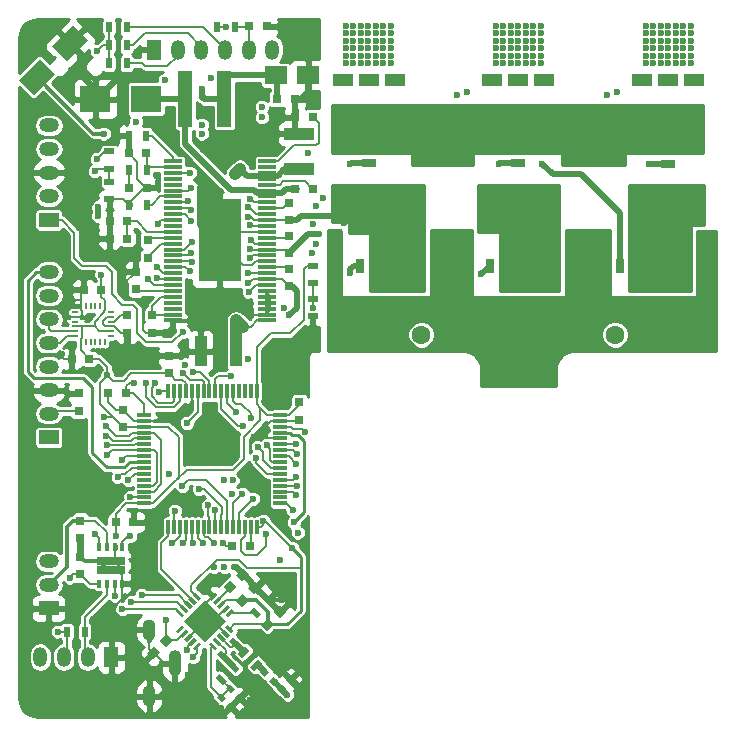
<source format=gtl>
%TF.GenerationSoftware,KiCad,Pcbnew,4.0.7*%
%TF.CreationDate,2018-05-30T13:37:03+08:00*%
%TF.ProjectId,VESC_6,564553435F362E6B696361645F706362,A*%
%TF.FileFunction,Copper,L1,Top,Signal*%
%FSLAX46Y46*%
G04 Gerber Fmt 4.6, Leading zero omitted, Abs format (unit mm)*
G04 Created by KiCad (PCBNEW 4.0.7) date 2018 May 30, Wednesday 13:37:03*
%MOMM*%
%LPD*%
G01*
G04 APERTURE LIST*
%ADD10C,0.100000*%
%ADD11R,0.750000X0.800000*%
%ADD12C,0.600000*%
%ADD13R,1.180000X4.700000*%
%ADD14R,1.699260X1.198880*%
%ADD15O,1.699260X1.198880*%
%ADD16R,1.000000X2.500000*%
%ADD17R,1.501140X0.299720*%
%ADD18R,3.599180X7.000240*%
%ADD19R,0.700000X1.300000*%
%ADD20R,1.100000X0.850000*%
%ADD21R,1.100000X1.700000*%
%ADD22R,1.300000X0.700000*%
%ADD23R,0.850000X1.100000*%
%ADD24R,1.700000X1.100000*%
%ADD25R,1.198880X1.699260*%
%ADD26O,1.198880X1.699260*%
%ADD27R,0.350000X0.650000*%
%ADD28R,1.200000X0.775000*%
%ADD29O,1.100000X1.800000*%
%ADD30O,1.100000X2.200000*%
%ADD31R,5.000000X4.000000*%
%ADD32R,0.800000X0.750000*%
%ADD33R,0.900000X0.500000*%
%ADD34R,0.500000X0.900000*%
%ADD35R,2.500000X1.000000*%
%ADD36R,1.950000X1.500000*%
%ADD37R,0.304800X1.193800*%
%ADD38R,1.193800X0.304800*%
%ADD39R,2.500000X2.300000*%
%ADD40R,6.000000X5.000000*%
%ADD41O,0.200000X0.550000*%
%ADD42O,0.550000X0.200000*%
%ADD43R,1.600000X1.600000*%
%ADD44C,1.600000*%
%ADD45C,0.203200*%
%ADD46C,0.304800*%
%ADD47C,0.508000*%
%ADD48C,0.254000*%
%ADD49C,1.016000*%
G04 APERTURE END LIST*
D10*
D11*
X120523000Y-88634000D03*
X120523000Y-87134000D03*
D12*
X173253400Y-72745600D03*
X172631100Y-72745600D03*
D13*
X129532000Y-62230000D03*
X132842000Y-62230000D03*
D12*
X154813000Y-79375000D03*
X155448000Y-79375000D03*
X147828000Y-79375000D03*
X147193000Y-79375000D03*
X146558000Y-79375000D03*
X145923000Y-79375000D03*
X145288000Y-79375000D03*
X144653000Y-79375000D03*
X144018000Y-79375000D03*
X143383000Y-79375000D03*
X147828000Y-80010000D03*
X147193000Y-80010000D03*
X146558000Y-80010000D03*
X145923000Y-80010000D03*
X145288000Y-80010000D03*
X144653000Y-80010000D03*
X144018000Y-80010000D03*
X143383000Y-80010000D03*
X142748000Y-80010000D03*
D14*
X117983000Y-105349040D03*
D15*
X117983000Y-101346000D03*
X117983000Y-103347520D03*
D12*
X143002000Y-72745600D03*
X154813000Y-80010000D03*
X172008800Y-73367900D03*
X171386500Y-73367900D03*
X170764200Y-73367900D03*
X170141900Y-73367900D03*
X169519600Y-73367900D03*
X168897300Y-73367900D03*
X168275000Y-73367900D03*
X172008800Y-72745600D03*
X171386500Y-72745600D03*
X170764200Y-72745600D03*
X170141900Y-72745600D03*
X169519600Y-72745600D03*
X168897300Y-72745600D03*
X168275000Y-72745600D03*
X173253400Y-72123300D03*
X172631100Y-72123300D03*
X172008800Y-72123300D03*
X171386500Y-72123300D03*
X170764200Y-72123300D03*
X170141900Y-72123300D03*
X169519600Y-72123300D03*
X168897300Y-72123300D03*
X168275000Y-72123300D03*
X173253400Y-71501000D03*
X172631100Y-71501000D03*
X172008800Y-71501000D03*
X171386500Y-71501000D03*
X169519600Y-71501000D03*
X168897300Y-71501000D03*
X160553400Y-73367900D03*
X159931100Y-73367900D03*
X159308800Y-73367900D03*
X158686500Y-73367900D03*
X158064200Y-73367900D03*
X157441900Y-73367900D03*
X156819600Y-73367900D03*
X156197300Y-73367900D03*
X155575000Y-73367900D03*
X160553400Y-72745600D03*
X159931100Y-72745600D03*
X159308800Y-72745600D03*
X158686500Y-72745600D03*
X158064200Y-72745600D03*
X157441900Y-72745600D03*
X156819600Y-72745600D03*
X156197300Y-72745600D03*
X155575000Y-72745600D03*
X160553400Y-72123300D03*
X159931100Y-72123300D03*
X159308800Y-72123300D03*
X158686500Y-72123300D03*
X158064200Y-72123300D03*
X157441900Y-72123300D03*
X156819600Y-72123300D03*
X156197300Y-72123300D03*
X155575000Y-72123300D03*
X160553400Y-71501000D03*
X159931100Y-71501000D03*
X159308800Y-71501000D03*
X158686500Y-71501000D03*
X156819600Y-71501000D03*
X156197300Y-71501000D03*
X147980400Y-73367900D03*
X147358100Y-73367900D03*
X146735800Y-73367900D03*
X146113500Y-73367900D03*
X145491200Y-73367900D03*
X144868900Y-73367900D03*
X144246600Y-73367900D03*
X143624300Y-73367900D03*
X147980400Y-72745600D03*
X147358100Y-72745600D03*
X146735800Y-72745600D03*
X146113500Y-72745600D03*
X145491200Y-72745600D03*
X144868900Y-72745600D03*
X144246600Y-72745600D03*
X143624300Y-72745600D03*
X147980400Y-72123300D03*
X147358100Y-72123300D03*
X146735800Y-72123300D03*
X146113500Y-72123300D03*
X145491200Y-72123300D03*
X144868900Y-72123300D03*
X144246600Y-72123300D03*
X143624300Y-72123300D03*
X143002000Y-72123300D03*
X147980400Y-71501000D03*
X147358100Y-71501000D03*
X146735800Y-71501000D03*
X146113500Y-71501000D03*
X144272000Y-71501000D03*
X143624300Y-71501000D03*
X173228000Y-80010000D03*
X172593000Y-80010000D03*
X171958000Y-80010000D03*
X171323000Y-80010000D03*
X170688000Y-80010000D03*
X170053000Y-80010000D03*
X169418000Y-80010000D03*
X168783000Y-80010000D03*
X168148000Y-80010000D03*
X167513000Y-80010000D03*
X171958000Y-79375000D03*
X171323000Y-79375000D03*
X170688000Y-79375000D03*
X170053000Y-79375000D03*
X169418000Y-79375000D03*
X168783000Y-79375000D03*
X168148000Y-79375000D03*
X160528000Y-80010000D03*
X159893000Y-80010000D03*
X159258000Y-80010000D03*
X158623000Y-80010000D03*
X157988000Y-80010000D03*
X157353000Y-80010000D03*
X156718000Y-80010000D03*
X156083000Y-80010000D03*
X155448000Y-80010000D03*
X160528000Y-79375000D03*
X159893000Y-79375000D03*
X159258000Y-79375000D03*
X158623000Y-79375000D03*
X157988000Y-79375000D03*
X157353000Y-79375000D03*
X156718000Y-79375000D03*
X156083000Y-79375000D03*
X142113000Y-80010000D03*
D16*
X133834000Y-83566000D03*
X130834000Y-83566000D03*
D10*
G36*
X127929008Y-107506662D02*
X128459338Y-108036992D01*
X127893652Y-108602678D01*
X127363322Y-108072348D01*
X127929008Y-107506662D01*
X127929008Y-107506662D01*
G37*
G36*
X126868348Y-108567322D02*
X127398678Y-109097652D01*
X126832992Y-109663338D01*
X126302662Y-109133008D01*
X126868348Y-108567322D01*
X126868348Y-108567322D01*
G37*
G36*
X136484992Y-107250338D02*
X135954662Y-106720008D01*
X136520348Y-106154322D01*
X137050678Y-106684652D01*
X136484992Y-107250338D01*
X136484992Y-107250338D01*
G37*
G36*
X137545652Y-106189678D02*
X137015322Y-105659348D01*
X137581008Y-105093662D01*
X138111338Y-105623992D01*
X137545652Y-106189678D01*
X137545652Y-106189678D01*
G37*
G36*
X136405909Y-104130695D02*
X137042305Y-104767091D01*
X136688751Y-105120645D01*
X136052355Y-104484249D01*
X136405909Y-104130695D01*
X136405909Y-104130695D01*
G37*
G36*
X135345249Y-105191355D02*
X135981645Y-105827751D01*
X135628091Y-106181305D01*
X134991695Y-105544909D01*
X135345249Y-105191355D01*
X135345249Y-105191355D01*
G37*
D17*
X136461500Y-76471780D03*
X136461500Y-75971400D03*
X136461500Y-75471020D03*
X136461500Y-74970640D03*
X136461500Y-74470260D03*
X136461500Y-73972420D03*
X136461500Y-73472040D03*
X136461500Y-72971660D03*
X136461500Y-72471280D03*
X136461500Y-71970900D03*
X136461500Y-71470520D03*
X136461500Y-80970120D03*
X136461500Y-80472280D03*
X136461500Y-79971900D03*
X128460500Y-75471020D03*
X136461500Y-78971140D03*
X136461500Y-78470760D03*
X136461500Y-77970380D03*
X136461500Y-77472540D03*
X136461500Y-76972160D03*
X128460500Y-72971660D03*
X128460500Y-73472040D03*
X128460500Y-73972420D03*
X128460500Y-74470260D03*
X128460500Y-74970640D03*
X136461500Y-79471520D03*
X128460500Y-75971400D03*
X128460500Y-76471780D03*
X128460500Y-76972160D03*
X128460500Y-77472540D03*
X128460500Y-77970380D03*
X128460500Y-78470760D03*
X128460500Y-78971140D03*
X128460500Y-67472560D03*
X128460500Y-67970400D03*
X128460500Y-68470780D03*
X128460500Y-68971160D03*
X128460500Y-69471540D03*
X128460500Y-69971920D03*
X128460500Y-70472300D03*
X128460500Y-70970140D03*
X128460500Y-71470520D03*
X128460500Y-71970900D03*
X128460500Y-72471280D03*
X128460500Y-79471520D03*
X128460500Y-79971900D03*
X128460500Y-80472280D03*
X128460500Y-80970120D03*
X136461500Y-70970140D03*
X136461500Y-70472300D03*
X136461500Y-69971920D03*
X136461500Y-69471540D03*
X136461500Y-68971160D03*
X136461500Y-68470780D03*
X136461500Y-67970400D03*
X136461500Y-67472560D03*
D18*
X132461000Y-74168000D03*
D10*
G36*
X133611909Y-107813695D02*
X134248305Y-108450091D01*
X133894751Y-108803645D01*
X133258355Y-108167249D01*
X133611909Y-107813695D01*
X133611909Y-107813695D01*
G37*
G36*
X132551249Y-108874355D02*
X133187645Y-109510751D01*
X132834091Y-109864305D01*
X132197695Y-109227909D01*
X132551249Y-108874355D01*
X132551249Y-108874355D01*
G37*
G36*
X134406008Y-101918662D02*
X134936338Y-102448992D01*
X134370652Y-103014678D01*
X133840322Y-102484348D01*
X134406008Y-101918662D01*
X134406008Y-101918662D01*
G37*
G36*
X133345348Y-102979322D02*
X133875678Y-103509652D01*
X133309992Y-104075338D01*
X132779662Y-103545008D01*
X133345348Y-102979322D01*
X133345348Y-102979322D01*
G37*
D19*
X166334000Y-76327000D03*
D20*
X167734000Y-75752000D03*
X167734000Y-76902000D03*
X170534000Y-76902000D03*
X170534000Y-75752000D03*
X167734000Y-74602000D03*
X170534000Y-74602000D03*
X167734000Y-78052000D03*
X170534000Y-78052000D03*
D21*
X164084000Y-76327000D03*
X164084000Y-74127000D03*
X164084000Y-78527000D03*
X173384000Y-76327000D03*
X173384000Y-78527000D03*
X173384000Y-74127000D03*
D12*
X168275000Y-71501000D03*
D22*
X170393000Y-67694000D03*
D23*
X169818000Y-66294000D03*
X170968000Y-66294000D03*
X170968000Y-63494000D03*
X169818000Y-63494000D03*
X168668000Y-66294000D03*
X168668000Y-63494000D03*
X172118000Y-66294000D03*
X172118000Y-63494000D03*
D24*
X170393000Y-69944000D03*
X168193000Y-69944000D03*
X172593000Y-69944000D03*
X170393000Y-60644000D03*
X172593000Y-60644000D03*
X168193000Y-60644000D03*
D12*
X167513000Y-79375000D03*
X155575000Y-71501000D03*
X143002000Y-71501000D03*
D19*
X144334000Y-76327000D03*
D20*
X145734000Y-75752000D03*
X145734000Y-76902000D03*
X148534000Y-76902000D03*
X148534000Y-75752000D03*
X145734000Y-74602000D03*
X148534000Y-74602000D03*
X145734000Y-78052000D03*
X148534000Y-78052000D03*
D21*
X142084000Y-76327000D03*
X142084000Y-74127000D03*
X142084000Y-78527000D03*
X151384000Y-76327000D03*
X151384000Y-78527000D03*
X151384000Y-74127000D03*
D10*
G36*
X136026305Y-109989909D02*
X135389909Y-110626305D01*
X135036355Y-110272751D01*
X135672751Y-109636355D01*
X136026305Y-109989909D01*
X136026305Y-109989909D01*
G37*
G36*
X134965645Y-108929249D02*
X134329249Y-109565645D01*
X133975695Y-109212091D01*
X134612091Y-108575695D01*
X134965645Y-108929249D01*
X134965645Y-108929249D01*
G37*
G36*
X132707091Y-111870905D02*
X132070695Y-111234509D01*
X132424249Y-110880955D01*
X133060645Y-111517351D01*
X132707091Y-111870905D01*
X132707091Y-111870905D01*
G37*
G36*
X133767751Y-110810245D02*
X133131355Y-110173849D01*
X133484909Y-109820295D01*
X134121305Y-110456691D01*
X133767751Y-110810245D01*
X133767751Y-110810245D01*
G37*
D25*
X123256040Y-109474000D03*
D26*
X119253000Y-109474000D03*
X121254520Y-109474000D03*
X117254020Y-109474000D03*
D25*
X126898480Y-58039000D03*
D26*
X130901520Y-58039000D03*
X128900000Y-58039000D03*
X132900500Y-58039000D03*
X134902020Y-58039000D03*
X136903540Y-58039000D03*
D15*
X117983000Y-78867000D03*
X117983000Y-80865980D03*
X117983000Y-82867500D03*
D14*
X117983000Y-90873580D03*
D15*
X117983000Y-86870540D03*
X117983000Y-88872060D03*
X117983000Y-84871560D03*
X117983000Y-76868020D03*
D14*
X117983000Y-72456040D03*
D15*
X117983000Y-68453000D03*
X117983000Y-70454520D03*
X117983000Y-66454020D03*
X117983000Y-64452500D03*
D27*
X124200000Y-100170500D03*
X123550000Y-100170500D03*
X122900000Y-100170500D03*
X122250000Y-100170500D03*
X122250000Y-103270500D03*
X122900000Y-103270500D03*
X123550000Y-103270500D03*
X124200000Y-103270500D03*
D28*
X122625000Y-102108000D03*
X123825000Y-102108000D03*
X122625000Y-101333000D03*
X123825000Y-101333000D03*
D10*
G36*
X130144482Y-104177400D02*
X130356614Y-103965268D01*
X130872802Y-104481456D01*
X130660670Y-104693588D01*
X130144482Y-104177400D01*
X130144482Y-104177400D01*
G37*
G36*
X129790929Y-104530954D02*
X130003061Y-104318822D01*
X130519249Y-104835010D01*
X130307117Y-105047142D01*
X129790929Y-104530954D01*
X129790929Y-104530954D01*
G37*
G36*
X129437375Y-104884507D02*
X129649507Y-104672375D01*
X130165695Y-105188563D01*
X129953563Y-105400695D01*
X129437375Y-104884507D01*
X129437375Y-104884507D01*
G37*
G36*
X129083822Y-105238061D02*
X129295954Y-105025929D01*
X129812142Y-105542117D01*
X129600010Y-105754249D01*
X129083822Y-105238061D01*
X129083822Y-105238061D01*
G37*
G36*
X128730268Y-105591614D02*
X128942400Y-105379482D01*
X129458588Y-105895670D01*
X129246456Y-106107802D01*
X128730268Y-105591614D01*
X128730268Y-105591614D01*
G37*
G36*
X128942400Y-107472518D02*
X128730268Y-107260386D01*
X129246456Y-106744198D01*
X129458588Y-106956330D01*
X128942400Y-107472518D01*
X128942400Y-107472518D01*
G37*
G36*
X129295954Y-107826071D02*
X129083822Y-107613939D01*
X129600010Y-107097751D01*
X129812142Y-107309883D01*
X129295954Y-107826071D01*
X129295954Y-107826071D01*
G37*
G36*
X129649507Y-108179625D02*
X129437375Y-107967493D01*
X129953563Y-107451305D01*
X130165695Y-107663437D01*
X129649507Y-108179625D01*
X129649507Y-108179625D01*
G37*
G36*
X130003061Y-108533178D02*
X129790929Y-108321046D01*
X130307117Y-107804858D01*
X130519249Y-108016990D01*
X130003061Y-108533178D01*
X130003061Y-108533178D01*
G37*
G36*
X130356614Y-108886732D02*
X130144482Y-108674600D01*
X130660670Y-108158412D01*
X130872802Y-108370544D01*
X130356614Y-108886732D01*
X130356614Y-108886732D01*
G37*
G36*
X131509198Y-108370544D02*
X131721330Y-108158412D01*
X132237518Y-108674600D01*
X132025386Y-108886732D01*
X131509198Y-108370544D01*
X131509198Y-108370544D01*
G37*
G36*
X131862751Y-108016990D02*
X132074883Y-107804858D01*
X132591071Y-108321046D01*
X132378939Y-108533178D01*
X131862751Y-108016990D01*
X131862751Y-108016990D01*
G37*
G36*
X132216305Y-107663437D02*
X132428437Y-107451305D01*
X132944625Y-107967493D01*
X132732493Y-108179625D01*
X132216305Y-107663437D01*
X132216305Y-107663437D01*
G37*
G36*
X132569858Y-107309883D02*
X132781990Y-107097751D01*
X133298178Y-107613939D01*
X133086046Y-107826071D01*
X132569858Y-107309883D01*
X132569858Y-107309883D01*
G37*
G36*
X132923412Y-106956330D02*
X133135544Y-106744198D01*
X133651732Y-107260386D01*
X133439600Y-107472518D01*
X132923412Y-106956330D01*
X132923412Y-106956330D01*
G37*
G36*
X133135544Y-106107802D02*
X132923412Y-105895670D01*
X133439600Y-105379482D01*
X133651732Y-105591614D01*
X133135544Y-106107802D01*
X133135544Y-106107802D01*
G37*
G36*
X132781990Y-105754249D02*
X132569858Y-105542117D01*
X133086046Y-105025929D01*
X133298178Y-105238061D01*
X132781990Y-105754249D01*
X132781990Y-105754249D01*
G37*
G36*
X132428437Y-105400695D02*
X132216305Y-105188563D01*
X132732493Y-104672375D01*
X132944625Y-104884507D01*
X132428437Y-105400695D01*
X132428437Y-105400695D01*
G37*
G36*
X132074883Y-105047142D02*
X131862751Y-104835010D01*
X132378939Y-104318822D01*
X132591071Y-104530954D01*
X132074883Y-105047142D01*
X132074883Y-105047142D01*
G37*
G36*
X131721330Y-104693588D02*
X131509198Y-104481456D01*
X132025386Y-103965268D01*
X132237518Y-104177400D01*
X131721330Y-104693588D01*
X131721330Y-104693588D01*
G37*
G36*
X130307117Y-107309883D02*
X131191000Y-106426000D01*
X132074883Y-107309883D01*
X131191000Y-108193766D01*
X130307117Y-107309883D01*
X130307117Y-107309883D01*
G37*
G36*
X131191000Y-106426000D02*
X132074883Y-105542117D01*
X132958766Y-106426000D01*
X132074883Y-107309883D01*
X131191000Y-106426000D01*
X131191000Y-106426000D01*
G37*
G36*
X129423234Y-106426000D02*
X130307117Y-105542117D01*
X131191000Y-106426000D01*
X130307117Y-107309883D01*
X129423234Y-106426000D01*
X129423234Y-106426000D01*
G37*
G36*
X130307117Y-105542117D02*
X131191000Y-104658234D01*
X132074883Y-105542117D01*
X131191000Y-106426000D01*
X130307117Y-105542117D01*
X130307117Y-105542117D01*
G37*
D22*
X145087000Y-67678000D03*
D23*
X144512000Y-66278000D03*
X145662000Y-66278000D03*
X145662000Y-63478000D03*
X144512000Y-63478000D03*
X143362000Y-66278000D03*
X143362000Y-63478000D03*
X146812000Y-66278000D03*
X146812000Y-63478000D03*
D24*
X145087000Y-69928000D03*
X142887000Y-69928000D03*
X147287000Y-69928000D03*
X145087000Y-60628000D03*
X147287000Y-60628000D03*
X142887000Y-60628000D03*
D19*
X155321000Y-76327000D03*
D20*
X156721000Y-75752000D03*
X156721000Y-76902000D03*
X159521000Y-76902000D03*
X159521000Y-75752000D03*
X156721000Y-74602000D03*
X159521000Y-74602000D03*
X156721000Y-78052000D03*
X159521000Y-78052000D03*
D21*
X153071000Y-76327000D03*
X153071000Y-74127000D03*
X153071000Y-78527000D03*
X162371000Y-76327000D03*
X162371000Y-78527000D03*
X162371000Y-74127000D03*
D22*
X157734000Y-67678000D03*
D23*
X157159000Y-66278000D03*
X158309000Y-66278000D03*
X158309000Y-63478000D03*
X157159000Y-63478000D03*
X156009000Y-66278000D03*
X156009000Y-63478000D03*
X159459000Y-66278000D03*
X159459000Y-63478000D03*
D24*
X157734000Y-69928000D03*
X155534000Y-69928000D03*
X159934000Y-69928000D03*
X157734000Y-60628000D03*
X159934000Y-60628000D03*
X155534000Y-60628000D03*
D29*
X126492000Y-107176000D03*
X126492000Y-112776000D03*
D30*
X128642000Y-109976000D03*
D31*
X151384000Y-65913000D03*
X164084000Y-65913000D03*
D32*
X133489000Y-100076000D03*
X134989000Y-100076000D03*
D11*
X124269500Y-90031000D03*
X124269500Y-88531000D03*
X128143000Y-85459000D03*
X128143000Y-83959000D03*
D32*
X123646500Y-98044000D03*
X125146500Y-98044000D03*
D11*
X139192000Y-87908000D03*
X139192000Y-89408000D03*
D32*
X124625800Y-72593200D03*
X123125800Y-72593200D03*
X124625800Y-74041000D03*
X123125800Y-74041000D03*
X126251400Y-69723000D03*
X124751400Y-69723000D03*
D11*
X125349000Y-78347000D03*
X125349000Y-76847000D03*
D32*
X124726000Y-66802000D03*
X126226000Y-66802000D03*
D11*
X126365000Y-74180000D03*
X126365000Y-75680000D03*
X126746000Y-80530000D03*
X126746000Y-82030000D03*
D32*
X140323000Y-63754000D03*
X138823000Y-63754000D03*
D11*
X138303000Y-71005000D03*
X138303000Y-72505000D03*
X138303000Y-73799000D03*
X138303000Y-75299000D03*
X138303000Y-76593000D03*
X138303000Y-78093000D03*
D32*
X140323000Y-69850000D03*
X138823000Y-69850000D03*
X137299000Y-62230000D03*
X138799000Y-62230000D03*
D11*
X120650000Y-97929000D03*
X120650000Y-99429000D03*
X120650000Y-102477000D03*
X120650000Y-100977000D03*
D32*
X124511500Y-87122000D03*
X123011500Y-87122000D03*
D10*
G36*
X134325992Y-105218338D02*
X133795662Y-104688008D01*
X134361348Y-104122322D01*
X134891678Y-104652652D01*
X134325992Y-105218338D01*
X134325992Y-105218338D01*
G37*
G36*
X135386652Y-104157678D02*
X134856322Y-103627348D01*
X135422008Y-103061662D01*
X135952338Y-103591992D01*
X135386652Y-104157678D01*
X135386652Y-104157678D01*
G37*
D32*
X134936800Y-56083200D03*
X136436800Y-56083200D03*
D11*
X124587000Y-80530000D03*
X124587000Y-82030000D03*
D32*
X122428000Y-78359000D03*
X120928000Y-78359000D03*
X121400000Y-84201000D03*
X119900000Y-84201000D03*
D33*
X123113800Y-70727000D03*
X123113800Y-69227000D03*
X123113800Y-68136200D03*
X123113800Y-66636200D03*
D34*
X124751400Y-68249800D03*
X126251400Y-68249800D03*
X124751400Y-71196200D03*
X126251400Y-71196200D03*
X124726000Y-65354200D03*
X126226000Y-65354200D03*
X119519000Y-107315000D03*
X121019000Y-107315000D03*
X133719000Y-56134000D03*
X132219000Y-56134000D03*
X124575000Y-56134000D03*
X123075000Y-56134000D03*
X124575000Y-57658000D03*
X123075000Y-57658000D03*
X124575000Y-59182000D03*
X123075000Y-59182000D03*
D35*
X139192000Y-68175000D03*
X139192000Y-65175000D03*
D10*
G36*
X116702299Y-61862494D02*
X115429506Y-60589701D01*
X117197273Y-58821934D01*
X118470066Y-60094727D01*
X116702299Y-61862494D01*
X116702299Y-61862494D01*
G37*
G36*
X119530727Y-59034066D02*
X118257934Y-57761273D01*
X120025701Y-55993506D01*
X121298494Y-57266299D01*
X119530727Y-59034066D01*
X119530727Y-59034066D01*
G37*
D36*
X137182000Y-60198000D03*
X139932000Y-60198000D03*
D10*
G36*
X132191182Y-112859736D02*
X132544736Y-112506182D01*
X132969000Y-112930446D01*
X132615446Y-113284000D01*
X132191182Y-112859736D01*
X132191182Y-112859736D01*
G37*
G36*
X132969000Y-113637554D02*
X133322554Y-113284000D01*
X133746818Y-113708264D01*
X133393264Y-114061818D01*
X132969000Y-113637554D01*
X132969000Y-113637554D01*
G37*
G36*
X132953182Y-112097736D02*
X133306736Y-111744182D01*
X133731000Y-112168446D01*
X133377446Y-112522000D01*
X132953182Y-112097736D01*
X132953182Y-112097736D01*
G37*
G36*
X133731000Y-112875554D02*
X134084554Y-112522000D01*
X134508818Y-112946264D01*
X134155264Y-113299818D01*
X133731000Y-112875554D01*
X133731000Y-112875554D01*
G37*
G36*
X137429818Y-111549264D02*
X137076264Y-111902818D01*
X136652000Y-111478554D01*
X137005554Y-111125000D01*
X137429818Y-111549264D01*
X137429818Y-111549264D01*
G37*
G36*
X136652000Y-110771446D02*
X136298446Y-111125000D01*
X135874182Y-110700736D01*
X136227736Y-110347182D01*
X136652000Y-110771446D01*
X136652000Y-110771446D01*
G37*
G36*
X137624736Y-112537818D02*
X137271182Y-112184264D01*
X137695446Y-111760000D01*
X138049000Y-112113554D01*
X137624736Y-112537818D01*
X137624736Y-112537818D01*
G37*
G36*
X138402554Y-111760000D02*
X138049000Y-111406446D01*
X138473264Y-110982182D01*
X138826818Y-111335736D01*
X138402554Y-111760000D01*
X138402554Y-111760000D01*
G37*
D33*
X140335000Y-76339000D03*
X140335000Y-77839000D03*
X140335000Y-79133000D03*
X140335000Y-80633000D03*
D37*
X135576000Y-86960001D03*
X135076001Y-86960001D03*
X134576000Y-86960001D03*
X134076001Y-86960001D03*
X133575999Y-86960001D03*
X133076000Y-86960001D03*
X132576001Y-86960001D03*
X132076000Y-86960001D03*
X131576000Y-86960001D03*
X131075999Y-86960001D03*
X130576000Y-86960001D03*
X130076001Y-86960001D03*
X129575999Y-86960001D03*
X129076000Y-86960001D03*
X128575999Y-86960001D03*
X128076000Y-86960001D03*
D38*
X126076001Y-88960000D03*
X126076001Y-89459999D03*
X126076001Y-89960000D03*
X126076001Y-90459999D03*
X126076001Y-90960001D03*
X126076001Y-91460000D03*
X126076001Y-91959999D03*
X126076001Y-92460000D03*
X126076001Y-92960000D03*
X126076001Y-93460001D03*
X126076001Y-93960000D03*
X126076001Y-94459999D03*
X126076001Y-94960001D03*
X126076001Y-95460000D03*
X126076001Y-95960001D03*
X126076001Y-96460000D03*
D37*
X128076000Y-98459999D03*
X128575999Y-98459999D03*
X129076000Y-98459999D03*
X129575999Y-98459999D03*
X130076001Y-98459999D03*
X130576000Y-98459999D03*
X131075999Y-98459999D03*
X131576000Y-98459999D03*
X132076000Y-98459999D03*
X132576001Y-98459999D03*
X133076000Y-98459999D03*
X133575999Y-98459999D03*
X134076001Y-98459999D03*
X134576000Y-98459999D03*
X135076001Y-98459999D03*
X135576000Y-98459999D03*
D38*
X137575999Y-96460000D03*
X137575999Y-95960001D03*
X137575999Y-95460000D03*
X137575999Y-94960001D03*
X137575999Y-94459999D03*
X137575999Y-93960000D03*
X137575999Y-93460001D03*
X137575999Y-92960000D03*
X137575999Y-92460000D03*
X137575999Y-91959999D03*
X137575999Y-91460000D03*
X137575999Y-90960001D03*
X137575999Y-90459999D03*
X137575999Y-89960000D03*
X137575999Y-89459999D03*
X137575999Y-88960000D03*
D39*
X126229000Y-62230000D03*
X121929000Y-62230000D03*
D40*
X157734000Y-83693000D03*
D41*
X120711000Y-82780000D03*
X121111000Y-82780000D03*
X121511000Y-82780000D03*
X121911000Y-82780000D03*
X122311000Y-82780000D03*
X122711000Y-82780000D03*
D42*
X123211000Y-82280000D03*
X123211000Y-81880000D03*
X123211000Y-81480000D03*
X123211000Y-81080000D03*
X123211000Y-80680000D03*
X123211000Y-80280000D03*
D41*
X122711000Y-79780000D03*
X122311000Y-79780000D03*
X121911000Y-79780000D03*
X121511000Y-79780000D03*
X121111000Y-79780000D03*
X120711000Y-79780000D03*
D42*
X120211000Y-80280000D03*
X120211000Y-80680000D03*
X120211000Y-81080000D03*
X120211000Y-81480000D03*
X120211000Y-81880000D03*
X120211000Y-82280000D03*
D43*
X170942000Y-82169000D03*
D44*
X165942000Y-82169000D03*
D43*
X144526000Y-82169000D03*
D44*
X149526000Y-82169000D03*
D12*
X138962702Y-92304292D03*
X124206000Y-77978000D03*
X122809000Y-75565008D03*
X119126000Y-83820006D03*
X123952000Y-85471000D03*
X127254000Y-83947000D03*
X129285998Y-96418400D03*
X119333990Y-77851000D03*
X127508000Y-89027000D03*
X126746000Y-60325000D03*
X126111000Y-60325000D03*
X125476000Y-60324994D03*
X132715000Y-99822000D03*
X136017000Y-114046000D03*
X135509000Y-113538000D03*
X135026400Y-113080800D03*
X139446000Y-110490000D03*
X130937000Y-111887000D03*
X129794000Y-110998000D03*
X131318000Y-103932010D03*
X130378803Y-106497686D03*
X131064000Y-70358000D03*
X137414000Y-109474000D03*
X137668000Y-114046000D03*
X138480800Y-109524800D03*
X129595590Y-88392000D03*
X135365271Y-90879140D03*
X137686817Y-104678011D03*
X134366000Y-79501994D03*
X134746994Y-79883000D03*
X135128000Y-80264000D03*
X138430000Y-86995000D03*
X132074883Y-106426000D03*
X131191000Y-107309883D03*
X131191000Y-105542117D03*
X135636000Y-107442000D03*
X132588000Y-113792000D03*
X138938000Y-109982000D03*
X134874000Y-66800000D03*
X127232128Y-69342000D03*
X131699000Y-70358000D03*
X131699000Y-69723000D03*
X131064000Y-69723000D03*
X134239000Y-66800000D03*
X133604000Y-66802000D03*
X166471600Y-67640200D03*
X165887400Y-67640200D03*
X165303200Y-67640200D03*
X164719000Y-67640200D03*
X164134800Y-67640200D03*
X163550600Y-67640200D03*
X162966400Y-67640200D03*
X162382200Y-67640200D03*
X161798000Y-67640200D03*
X166471600Y-67056000D03*
X165887400Y-67056000D03*
X165303200Y-67056000D03*
X164719000Y-67056000D03*
X164134800Y-67056000D03*
X163550600Y-67056000D03*
X162966400Y-67056000D03*
X162382200Y-67056000D03*
X161798000Y-67056000D03*
X166471600Y-66471800D03*
X165887400Y-66471800D03*
X165303200Y-66471800D03*
X164719000Y-66471800D03*
X164134800Y-66471800D03*
X163550600Y-66471800D03*
X162966400Y-66471800D03*
X162382200Y-66471800D03*
X161798000Y-66471800D03*
X166471600Y-65887600D03*
X165887400Y-65887600D03*
X165303200Y-65887600D03*
X164719000Y-65887600D03*
X164134800Y-65887600D03*
X163550600Y-65887600D03*
X162966400Y-65887600D03*
X162382200Y-65887600D03*
X161798000Y-65887600D03*
X166471600Y-65303400D03*
X165887400Y-65303400D03*
X165303200Y-65303400D03*
X164719000Y-65303400D03*
X164134800Y-65303400D03*
X163550600Y-65303400D03*
X162966400Y-65303400D03*
X162382200Y-65303400D03*
X161798000Y-65303400D03*
X166471600Y-64719200D03*
X165887400Y-64719200D03*
X165303200Y-64719200D03*
X164719000Y-64719200D03*
X164134800Y-64719200D03*
X163550600Y-64719200D03*
X162966400Y-64719200D03*
X162382200Y-64719200D03*
X161798000Y-64719200D03*
X166471600Y-64135000D03*
X165887400Y-64135000D03*
X165303200Y-64135000D03*
X164719000Y-64135000D03*
X164134800Y-64135000D03*
X163550600Y-64135000D03*
X162966400Y-64135000D03*
X162382200Y-64135000D03*
X153644600Y-67640200D03*
X153060400Y-67640200D03*
X152476200Y-67640200D03*
X151892000Y-67640200D03*
X151307800Y-67640200D03*
X150723600Y-67640200D03*
X150139400Y-67640200D03*
X149555200Y-67640200D03*
X148971000Y-67640200D03*
X153644600Y-67056000D03*
X153060400Y-67056000D03*
X152476200Y-67056000D03*
X151892000Y-67056000D03*
X151307800Y-67056000D03*
X150723600Y-67056000D03*
X150139400Y-67056000D03*
X149555200Y-67056000D03*
X148971000Y-67056000D03*
X153644600Y-66471800D03*
X153060400Y-66471800D03*
X152476200Y-66471800D03*
X151892000Y-66471800D03*
X151307800Y-66471800D03*
X150723600Y-66471800D03*
X150139400Y-66471800D03*
X149555200Y-66471800D03*
X148971000Y-66471800D03*
X153644600Y-65887600D03*
X153060400Y-65887600D03*
X152476200Y-65887600D03*
X151892000Y-65887600D03*
X151307800Y-65887600D03*
X150723600Y-65887600D03*
X150139400Y-65887600D03*
X149555200Y-65887600D03*
X148971000Y-65887600D03*
X153644600Y-65303400D03*
X153060400Y-65303400D03*
X152476200Y-65303400D03*
X151892000Y-65303400D03*
X151307800Y-65303400D03*
X150723600Y-65303400D03*
X150139400Y-65303400D03*
X149555200Y-65303400D03*
X148971000Y-65303400D03*
X153644600Y-64719200D03*
X153060400Y-64719200D03*
X152476200Y-64719200D03*
X151892000Y-64719200D03*
X151307800Y-64719200D03*
X150723600Y-64719200D03*
X150139400Y-64719200D03*
X149555200Y-64719200D03*
X148971000Y-64719200D03*
X153644600Y-64135000D03*
X153060400Y-64135000D03*
X152476200Y-64135000D03*
X151892000Y-64135000D03*
X151307800Y-64135000D03*
X150723600Y-64135000D03*
X150139400Y-64135000D03*
X149555200Y-64135000D03*
X161798000Y-64135000D03*
X148971000Y-64135000D03*
X136170331Y-103073201D03*
X135073207Y-89266203D03*
X124888646Y-95891686D03*
X123698002Y-99233010D03*
X119760992Y-102743000D03*
X122428000Y-77089000D03*
X122936000Y-85598000D03*
X132970992Y-56087990D03*
X125349000Y-64135000D03*
X138557000Y-100203000D03*
X127889010Y-106299000D03*
X131946000Y-101846000D03*
X135043559Y-70650810D03*
X122609895Y-89123113D03*
X136144000Y-97917000D03*
X129332010Y-81915000D03*
X133477000Y-95631000D03*
X134423040Y-89928550D03*
X133831855Y-88741734D03*
X122047000Y-67310000D03*
X122646000Y-65151000D03*
X122174000Y-72136000D03*
X130937000Y-61341000D03*
X130937000Y-61976000D03*
X122174000Y-71374000D03*
X134801900Y-72182240D03*
X140843000Y-73660000D03*
X134981000Y-74919000D03*
X134866829Y-77759634D03*
X138322176Y-80549960D03*
X133731000Y-68580000D03*
X134391400Y-81508600D03*
X133834000Y-80957296D03*
X134162800Y-68148200D03*
X133413500Y-85661500D03*
X130175000Y-85343992D03*
X125222020Y-86233000D03*
X129541903Y-84702447D03*
X134874000Y-84201000D03*
X140334994Y-79883000D03*
X129332010Y-85424990D03*
X130175000Y-109474000D03*
X129666129Y-108833771D03*
X138176000Y-112649000D03*
X124154259Y-92800500D03*
X123571000Y-104267000D03*
X118745000Y-107315000D03*
X131058287Y-99840668D03*
X131953000Y-99822000D03*
X130175000Y-99822000D03*
X122047000Y-58166000D03*
X122874788Y-91512540D03*
X122936000Y-92329000D03*
X122844692Y-89894282D03*
X122860122Y-90734866D03*
X136398006Y-99060000D03*
X138674492Y-97052553D03*
X134366010Y-95631000D03*
X135254999Y-96073726D03*
X121873990Y-68326000D03*
X129921000Y-68453000D03*
X129681000Y-89646000D03*
X126225423Y-86284710D03*
X127001590Y-86234157D03*
X127309579Y-86995000D03*
X146939000Y-59182000D03*
X146304000Y-59182000D03*
X145669000Y-59182000D03*
X145034000Y-59182000D03*
X144399000Y-59182000D03*
X143764000Y-59182000D03*
X143129000Y-59182000D03*
X146939000Y-58547000D03*
X146304000Y-58547000D03*
X145669000Y-58547000D03*
X145034000Y-58547000D03*
X144399000Y-58547000D03*
X143764000Y-58547000D03*
X143129000Y-58547000D03*
X146939000Y-57912000D03*
X146304000Y-57912000D03*
X145669000Y-57912000D03*
X145034000Y-57912000D03*
X144399000Y-57912000D03*
X143764000Y-57912000D03*
X143129000Y-57912000D03*
X146939000Y-57277000D03*
X146304000Y-57277000D03*
X145669000Y-57277000D03*
X145034000Y-57277000D03*
X144399000Y-57277000D03*
X143764000Y-57277000D03*
X143129000Y-57277000D03*
X146939000Y-56642000D03*
X146304000Y-56642000D03*
X145669000Y-56642000D03*
X145034000Y-56642000D03*
X144399000Y-56642000D03*
X143764000Y-56642000D03*
X143129000Y-56642000D03*
X146939000Y-56007000D03*
X146304000Y-56007000D03*
X145669000Y-56007000D03*
X145034000Y-56007000D03*
X144399000Y-56007000D03*
X143764000Y-56007000D03*
X143129000Y-56007000D03*
X134859694Y-71406578D03*
X134983565Y-72918030D03*
X159639000Y-59182000D03*
X159004000Y-59182000D03*
X158369000Y-59182000D03*
X157734000Y-59182000D03*
X157099000Y-59182000D03*
X156464000Y-59182000D03*
X155829000Y-59182000D03*
X159639000Y-58547000D03*
X159004000Y-58547000D03*
X158369000Y-58547000D03*
X157734000Y-58547000D03*
X157099000Y-58547000D03*
X156464000Y-58547000D03*
X155829000Y-58547000D03*
X159639000Y-57912000D03*
X159004000Y-57912000D03*
X158369000Y-57912000D03*
X157734000Y-57912000D03*
X157099000Y-57912000D03*
X156464000Y-57912000D03*
X155829000Y-57912000D03*
X159639000Y-57277000D03*
X159004000Y-57277000D03*
X158369000Y-57277000D03*
X157734000Y-57277000D03*
X157099000Y-57277000D03*
X156464000Y-57277000D03*
X155829000Y-57277000D03*
X159639000Y-56642000D03*
X159004000Y-56642000D03*
X158369000Y-56642000D03*
X157734000Y-56642000D03*
X157099000Y-56642000D03*
X156464000Y-56642000D03*
X155829000Y-56642000D03*
X159639000Y-56007000D03*
X159004000Y-56007000D03*
X158369000Y-56007000D03*
X157734000Y-56007000D03*
X157099000Y-56007000D03*
X156464000Y-56007000D03*
X155829000Y-56007000D03*
X135081000Y-74119000D03*
X134981000Y-75719000D03*
X172339000Y-59182000D03*
X171704000Y-59182000D03*
X171069000Y-59182000D03*
X170434000Y-59182000D03*
X169799000Y-59182000D03*
X169164000Y-59182000D03*
X168529000Y-59182000D03*
X172339000Y-58547000D03*
X171704000Y-58547000D03*
X171069000Y-58547000D03*
X170434000Y-58547000D03*
X169799000Y-58547000D03*
X169164000Y-58547000D03*
X168529000Y-58547000D03*
X172339000Y-57912000D03*
X171704000Y-57912000D03*
X171069000Y-57912000D03*
X170434000Y-57912000D03*
X169799000Y-57912000D03*
X169164000Y-57912000D03*
X168529000Y-57912000D03*
X172339000Y-57277000D03*
X171704000Y-57277000D03*
X171069000Y-57277000D03*
X170434000Y-57277000D03*
X169799000Y-57277000D03*
X169164000Y-57277000D03*
X168529000Y-57277000D03*
X172339000Y-56642000D03*
X171704000Y-56642000D03*
X171069000Y-56642000D03*
X170434000Y-56642000D03*
X169799000Y-56642000D03*
X169164000Y-56642000D03*
X168529000Y-56642000D03*
X172339000Y-56007000D03*
X171704000Y-56007000D03*
X171069000Y-56007000D03*
X170434000Y-56007000D03*
X169799000Y-56007000D03*
X169164000Y-56007000D03*
X168529000Y-56007000D03*
X134860669Y-76981846D03*
X134889640Y-78537112D03*
X133538673Y-94492042D03*
X139953998Y-66802000D03*
X132786454Y-94474981D03*
X131699018Y-60452000D03*
X127835490Y-60583057D03*
X128142989Y-93980000D03*
X128642410Y-97102622D03*
X130081000Y-76019000D03*
X127127000Y-76453990D03*
X128397000Y-99822000D03*
X129307004Y-99825571D03*
X126352246Y-77474231D03*
X131435153Y-96637145D03*
X129794000Y-70866000D03*
X127235055Y-72768890D03*
X138938000Y-95758000D03*
X130048000Y-72517004D03*
X138953108Y-94972476D03*
X130048887Y-71633226D03*
X138937532Y-94194820D03*
X124206014Y-105410000D03*
X135509000Y-92582988D03*
X135682010Y-91686407D03*
X124968006Y-104775000D03*
X136419649Y-91538037D03*
X125847898Y-104220990D03*
X132842000Y-101854000D03*
X123825000Y-94234000D03*
X124714000Y-94488000D03*
X137541000Y-101219000D03*
X132088514Y-97059176D03*
X130040229Y-75242258D03*
X130699209Y-95223794D03*
X129901590Y-76826915D03*
X127127000Y-77343000D03*
X129286000Y-94996000D03*
X130081000Y-74319000D03*
X138938000Y-93091000D03*
X130048000Y-69723000D03*
X138938002Y-91424189D03*
X121920000Y-99060000D03*
X138707856Y-98047010D03*
X124841000Y-99233010D03*
X139065000Y-98933000D03*
X139700000Y-90424000D03*
X136017000Y-63754000D03*
X153416016Y-61595000D03*
X136017004Y-62865000D03*
X152527000Y-61849000D03*
X130937000Y-65151000D03*
X166116000Y-61595000D03*
X130937004Y-64389000D03*
X165227000Y-61849000D03*
X140335000Y-72842410D03*
X143510000Y-67691000D03*
X140589006Y-71247000D03*
X143510000Y-76941379D03*
X140600000Y-74500000D03*
X154584400Y-77063600D03*
X140300000Y-75300000D03*
X156083000Y-67691000D03*
X159766000Y-67691000D03*
X141224000Y-70612000D03*
X168783000Y-67691000D03*
X137915607Y-79881276D03*
D45*
X138618409Y-91959999D02*
X138962702Y-92304292D01*
X137575999Y-91959999D02*
X138618409Y-91959999D01*
D46*
X122625000Y-101333000D02*
X121006000Y-101333000D01*
X121006000Y-101333000D02*
X120650000Y-100977000D01*
D45*
X126746000Y-82030000D02*
X126226000Y-82030000D01*
X126226000Y-82030000D02*
X125984000Y-81788000D01*
X124206000Y-78740000D02*
X124206000Y-77978000D01*
X125984000Y-81788000D02*
X125984000Y-79756000D01*
X125984000Y-79756000D02*
X125349000Y-79121000D01*
X125349000Y-79121000D02*
X124587000Y-79121000D01*
X124587000Y-79121000D02*
X124206000Y-78740000D01*
X125349000Y-76847000D02*
X125337000Y-76847000D01*
X125337000Y-76847000D02*
X124206000Y-77978000D01*
X124770800Y-76847000D02*
X125349000Y-76847000D01*
X124206000Y-77978000D02*
X124218000Y-77978000D01*
X119841990Y-78359000D02*
X120928000Y-78359000D01*
X127753680Y-82030000D02*
X126746000Y-82030000D01*
X123125800Y-75248208D02*
X122809000Y-75565008D01*
X123125800Y-74041000D02*
X123125800Y-75248208D01*
X120711000Y-79780000D02*
X120711000Y-78576000D01*
X120711000Y-78576000D02*
X120928000Y-78359000D01*
X120711000Y-79248000D02*
X120711000Y-78576000D01*
X119841990Y-78359000D02*
X119333990Y-77851000D01*
X124841000Y-82030000D02*
X124841000Y-84582000D01*
X119126000Y-84030200D02*
X119126000Y-83820006D01*
X119296800Y-84201000D02*
X119126000Y-84030200D01*
X119900000Y-84201000D02*
X119296800Y-84201000D01*
X130834000Y-83566000D02*
X129413000Y-83566000D01*
X129413000Y-83566000D02*
X129020000Y-83959000D01*
X129020000Y-83959000D02*
X128143000Y-83959000D01*
X124841000Y-84582000D02*
X123952000Y-85471000D01*
X127266000Y-84086000D02*
X127254000Y-84074000D01*
X128143000Y-83959000D02*
X127266000Y-83959000D01*
D47*
X123934006Y-60324994D02*
X123934012Y-60325000D01*
X123934012Y-60325000D02*
X126746000Y-60325000D01*
X126745994Y-60324994D02*
X126746000Y-60325000D01*
X139192000Y-65175000D02*
X137434000Y-65175000D01*
X137434000Y-65175000D02*
X135807000Y-66802000D01*
X135807000Y-66802000D02*
X133604000Y-66802000D01*
D45*
X127075001Y-89459999D02*
X127508000Y-89027000D01*
X126076001Y-89459999D02*
X127075001Y-89459999D01*
X123125800Y-75202000D02*
X123134399Y-75210599D01*
X123125800Y-75202000D02*
X123125800Y-74041000D01*
X120211000Y-80680000D02*
X119796000Y-80680000D01*
X119796000Y-80680000D02*
X119634000Y-80518000D01*
X120269000Y-79248000D02*
X120711000Y-79248000D01*
X119634000Y-80518000D02*
X119634000Y-79883000D01*
X119634000Y-79883000D02*
X120269000Y-79248000D01*
X120711000Y-79780000D02*
X120711000Y-79248000D01*
X123211000Y-81480000D02*
X123517000Y-81480000D01*
X123517000Y-81480000D02*
X124067000Y-82030000D01*
X124067000Y-82030000D02*
X124587000Y-82030000D01*
X120711000Y-79780000D02*
X120711000Y-80055645D01*
X120711000Y-80055645D02*
X120777000Y-80121645D01*
X120777000Y-80121645D02*
X120777000Y-80592200D01*
X120777000Y-80592200D02*
X120689200Y-80680000D01*
X120689200Y-80680000D02*
X120211000Y-80680000D01*
X123211000Y-80680000D02*
X122901000Y-80680000D01*
X122901000Y-80680000D02*
X122555000Y-81026000D01*
X122555000Y-81026000D02*
X122555000Y-81302200D01*
X122555000Y-81302200D02*
X122732800Y-81480000D01*
X122732800Y-81480000D02*
X123211000Y-81480000D01*
X124751400Y-70996200D02*
X126024600Y-69723000D01*
X124751400Y-71196200D02*
X124751400Y-70996200D01*
X126024600Y-69723000D02*
X126251400Y-69723000D01*
X123011500Y-87851200D02*
X123011500Y-87122000D01*
X136461500Y-73472040D02*
X133156960Y-73472040D01*
X133156960Y-73472040D02*
X132461000Y-74168000D01*
D48*
X123825000Y-102108000D02*
X123825000Y-101333000D01*
X122625000Y-102108000D02*
X123825000Y-102108000D01*
X122625000Y-101333000D02*
X122625000Y-102108000D01*
X123825000Y-101333000D02*
X122625000Y-101333000D01*
D45*
X124200000Y-103016500D02*
X124200000Y-104596076D01*
X124200000Y-104596076D02*
X123256040Y-105540036D01*
X123256040Y-105540036D02*
X123256040Y-109474000D01*
X120523000Y-87134000D02*
X118246460Y-87134000D01*
X118246460Y-87134000D02*
X117983000Y-86870540D01*
X123550000Y-100170500D02*
X123550000Y-101058000D01*
X123550000Y-101058000D02*
X123825000Y-101333000D01*
X124200000Y-103270500D02*
X124200000Y-102483000D01*
X124200000Y-102483000D02*
X123825000Y-102108000D01*
D47*
X122029000Y-62230000D02*
X123934006Y-60324994D01*
X121929000Y-62230000D02*
X122029000Y-62230000D01*
D45*
X133489000Y-100076000D02*
X132969000Y-100076000D01*
X132969000Y-100076000D02*
X132715000Y-99822000D01*
D47*
X138823000Y-63754000D02*
X138823000Y-64806000D01*
X138823000Y-64806000D02*
X139192000Y-65175000D01*
D45*
X137421000Y-56083200D02*
X136436800Y-56083200D01*
D47*
X119778214Y-57513786D02*
X120650000Y-58385572D01*
X120650000Y-58385572D02*
X120650000Y-60071000D01*
X120650000Y-60071000D02*
X121920000Y-61341000D01*
X121920000Y-61341000D02*
X121920000Y-62221000D01*
X121920000Y-62221000D02*
X121929000Y-62230000D01*
D45*
X124770800Y-76847000D02*
X123125800Y-75202000D01*
D46*
X131475940Y-103932010D02*
X131873358Y-104329428D01*
X131318000Y-103932010D02*
X131475940Y-103932010D01*
D47*
X135633862Y-103609670D02*
X136170331Y-103073201D01*
D45*
X128642000Y-109976000D02*
X127711340Y-109976000D01*
X127711340Y-109976000D02*
X126850670Y-109115330D01*
X126492000Y-107176000D02*
X126492000Y-108756660D01*
X126492000Y-108756660D02*
X126850670Y-109115330D01*
X126492000Y-112776000D02*
X127245200Y-112776000D01*
X127245200Y-112776000D02*
X128642000Y-111379200D01*
X128642000Y-111379200D02*
X128642000Y-109976000D01*
X130378803Y-106354314D02*
X130378803Y-106497686D01*
X131191000Y-105542117D02*
X130378803Y-106354314D01*
X131191000Y-107309883D02*
X130378803Y-106497686D01*
D47*
X120650000Y-99683000D02*
X120650000Y-100977000D01*
D45*
X136461500Y-80472280D02*
X135336280Y-80472280D01*
D46*
X136461500Y-79971900D02*
X136461500Y-80472280D01*
X136461500Y-78470760D02*
X136461500Y-80472280D01*
D45*
X135336280Y-80472280D02*
X135128000Y-80264000D01*
D47*
X138811000Y-63742000D02*
X138811000Y-62266000D01*
X138811000Y-62266000D02*
X138823000Y-62254000D01*
D45*
X128460500Y-80970120D02*
X128460500Y-81323180D01*
X128460500Y-81323180D02*
X127753680Y-82030000D01*
X133111557Y-73517443D02*
X132461000Y-74168000D01*
X130076001Y-86960001D02*
X130076001Y-87911589D01*
X130076001Y-87911589D02*
X129595590Y-88392000D01*
X126251400Y-69723000D02*
X126226400Y-69723000D01*
X126226400Y-69723000D02*
X125476000Y-68972600D01*
X125476000Y-68972600D02*
X125476000Y-67527000D01*
X125476000Y-67527000D02*
X124751000Y-66802000D01*
X124751000Y-66802000D02*
X124726000Y-66802000D01*
X135365271Y-90870627D02*
X135365271Y-90879140D01*
X136775899Y-89459999D02*
X135365271Y-90870627D01*
X137575999Y-90960001D02*
X135446132Y-90960001D01*
X135446132Y-90960001D02*
X135365271Y-90879140D01*
X137575999Y-89459999D02*
X136775899Y-89459999D01*
D46*
X136547330Y-104625670D02*
X137634476Y-104625670D01*
X137634476Y-104625670D02*
X137686817Y-104678011D01*
D45*
X130834000Y-83566000D02*
X130834000Y-82112800D01*
X130834000Y-82112800D02*
X129691320Y-80970120D01*
X129691320Y-80970120D02*
X128460500Y-80970120D01*
X137421000Y-56083200D02*
X139932000Y-58594200D01*
X139932000Y-58594200D02*
X139932000Y-60198000D01*
X134366000Y-79502006D02*
X134366000Y-79501994D01*
X134746994Y-79883000D02*
X134366000Y-79502006D01*
X134747000Y-79883000D02*
X134746994Y-79883000D01*
X135128000Y-80264000D02*
X134747000Y-79883000D01*
X124726000Y-65354200D02*
X124726000Y-66802000D01*
X132074883Y-106426000D02*
X131191000Y-105542117D01*
X131191000Y-107309883D02*
X132074883Y-106426000D01*
X131873358Y-104329428D02*
X131191000Y-105011786D01*
X131191000Y-105011786D02*
X131191000Y-105542117D01*
X126251400Y-69723000D02*
X126851128Y-69723000D01*
X126851128Y-69723000D02*
X127232128Y-69342000D01*
D49*
X131699000Y-70358000D02*
X131699000Y-73406000D01*
X131699000Y-73406000D02*
X132461000Y-74168000D01*
X131699000Y-69723000D02*
X131699000Y-70358000D01*
X131064000Y-69723000D02*
X131699000Y-69723000D01*
X131064000Y-69850000D02*
X131064000Y-72771000D01*
X131064000Y-72771000D02*
X132461000Y-74168000D01*
D45*
X126251400Y-69723000D02*
X126597128Y-69723000D01*
D49*
X131191000Y-72898000D02*
X132461000Y-74168000D01*
D45*
X132074883Y-106426000D02*
X132074883Y-106249224D01*
X132074883Y-106249224D02*
X132934018Y-105390089D01*
X132074883Y-106426000D02*
X132074883Y-106602776D01*
X132074883Y-106602776D02*
X132934018Y-107461911D01*
X131191000Y-107309883D02*
X130307117Y-107309883D01*
X130307117Y-107309883D02*
X129801535Y-107815465D01*
X136461500Y-75971400D02*
X135560401Y-75971400D01*
X135212801Y-76319000D02*
X134414829Y-76319000D01*
X135560401Y-75971400D02*
X135212801Y-76319000D01*
X134414829Y-76319000D02*
X132461000Y-74365171D01*
X132461000Y-74365171D02*
X132461000Y-74168000D01*
X124269500Y-88531000D02*
X123691300Y-88531000D01*
X123691300Y-88531000D02*
X123011500Y-87851200D01*
X126076001Y-89459999D02*
X125173499Y-89459999D01*
X125173499Y-89459999D02*
X124269500Y-88556000D01*
X124269500Y-88556000D02*
X124269500Y-88531000D01*
X123113800Y-70727000D02*
X124282200Y-70727000D01*
X124282200Y-70727000D02*
X124751400Y-71196200D01*
X123113800Y-70727000D02*
X123113800Y-72581200D01*
X123113800Y-72581200D02*
X123125800Y-72593200D01*
D47*
X139932000Y-60198000D02*
X139932000Y-61617000D01*
X139932000Y-61617000D02*
X139319000Y-62230000D01*
X139319000Y-62230000D02*
X138799000Y-62230000D01*
D45*
X123125800Y-74041000D02*
X123125800Y-72593200D01*
X126251400Y-69723000D02*
X126365000Y-69723000D01*
X126124400Y-69723000D02*
X126124400Y-69709600D01*
D47*
X134388330Y-102466670D02*
X137563330Y-105641670D01*
D45*
X139267001Y-89459999D02*
X139319000Y-89408000D01*
X137575999Y-89459999D02*
X139267001Y-89459999D01*
X135073207Y-88841939D02*
X135073207Y-89266203D01*
X134242268Y-88011000D02*
X135073207Y-88841939D01*
X133575999Y-87760101D02*
X133826898Y-88011000D01*
X133575999Y-86960001D02*
X133575999Y-87760101D01*
X133826898Y-88011000D02*
X134242268Y-88011000D01*
X124956961Y-95960001D02*
X124888646Y-95891686D01*
X126076001Y-95960001D02*
X124956961Y-95960001D01*
X135001000Y-100012500D02*
X135076001Y-99937499D01*
X135076001Y-99937499D02*
X135076001Y-98459999D01*
X120650000Y-102477000D02*
X120026992Y-102477000D01*
X120026992Y-102477000D02*
X119760992Y-102743000D01*
X123646500Y-99181508D02*
X123698002Y-99233010D01*
X123646500Y-98044000D02*
X123646500Y-99181508D01*
X123646500Y-98044000D02*
X123646500Y-97333500D01*
X124520000Y-96460000D02*
X126076001Y-96460000D01*
X123646500Y-97333500D02*
X124520000Y-96460000D01*
X122250000Y-103270500D02*
X121443500Y-103270500D01*
X121443500Y-103270500D02*
X120650000Y-102477000D01*
X120711000Y-82780000D02*
X120711000Y-83512000D01*
X120711000Y-83512000D02*
X121400000Y-84201000D01*
X122428000Y-78359000D02*
X122428000Y-77089000D01*
X122936000Y-85598000D02*
X123444000Y-86106000D01*
X124968000Y-85459000D02*
X128143000Y-85459000D01*
X123444000Y-86106000D02*
X124321000Y-86106000D01*
X124321000Y-86106000D02*
X124968000Y-85459000D01*
X120523000Y-88634000D02*
X118221060Y-88634000D01*
X118221060Y-88634000D02*
X117983000Y-88872060D01*
X122936000Y-84919736D02*
X122936000Y-85598000D01*
X135890000Y-88392000D02*
X135890000Y-89408000D01*
X134493000Y-92710000D02*
X133604000Y-93599000D01*
X135890000Y-89408000D02*
X134493000Y-90805000D01*
X134493000Y-90805000D02*
X134493000Y-92710000D01*
X133604000Y-93599000D02*
X129667000Y-93599000D01*
X129667000Y-93599000D02*
X128778000Y-94488000D01*
X129575999Y-86960001D02*
X129575999Y-86301886D01*
X129575999Y-86301886D02*
X129253113Y-85979000D01*
X128663000Y-85979000D02*
X128397000Y-85713000D01*
X129253113Y-85979000D02*
X128663000Y-85979000D01*
X128397000Y-85713000D02*
X128143000Y-85459000D01*
X122217264Y-84201000D02*
X121400000Y-84201000D01*
X122936000Y-84919736D02*
X122217264Y-84201000D01*
X122301011Y-88037511D02*
X122301011Y-86233000D01*
X122936000Y-85598000D02*
X122636001Y-85897999D01*
X122636001Y-85897999D02*
X122636001Y-85898010D01*
X122636001Y-85898010D02*
X122301011Y-86233000D01*
X123544500Y-89281000D02*
X122301011Y-88037511D01*
X122711000Y-79780000D02*
X122711000Y-79277000D01*
X122711000Y-79277000D02*
X122428000Y-78994000D01*
X122428000Y-78994000D02*
X122428000Y-78359000D01*
X120711000Y-82780000D02*
X120711000Y-82504355D01*
X120711000Y-82504355D02*
X120777000Y-82438355D01*
X120777000Y-82438355D02*
X120777000Y-81480000D01*
X122711000Y-79780000D02*
X122711000Y-80104355D01*
X122711000Y-80104355D02*
X122681990Y-80133365D01*
X122681990Y-80133365D02*
X122681990Y-80264010D01*
X122681990Y-80264010D02*
X121866000Y-81080000D01*
X121866000Y-81080000D02*
X121866000Y-81480000D01*
X120777000Y-81480000D02*
X121866000Y-81480000D01*
X122266000Y-81880000D02*
X123211000Y-81880000D01*
X121866000Y-81480000D02*
X122266000Y-81880000D01*
X120211000Y-81480000D02*
X120777000Y-81480000D01*
X132924982Y-56134000D02*
X132970992Y-56087990D01*
X132219000Y-56134000D02*
X132924982Y-56134000D01*
D48*
X139319000Y-105537000D02*
X139319000Y-101981000D01*
X139319000Y-101981000D02*
X139319000Y-100965000D01*
D45*
X134772394Y-101900005D02*
X139238005Y-101900005D01*
X139238005Y-101900005D02*
X139319000Y-101981000D01*
X130508642Y-104329428D02*
X130048000Y-103868786D01*
X130048000Y-103868786D02*
X130048000Y-103378000D01*
X130048000Y-103378000D02*
X132207000Y-101219000D01*
X132207000Y-101219000D02*
X134091389Y-101219000D01*
X134091389Y-101219000D02*
X134772394Y-101900005D01*
D48*
X136502670Y-106702330D02*
X138153670Y-106702330D01*
X138153670Y-106702330D02*
X139319000Y-105537000D01*
X139319000Y-100965000D02*
X138557000Y-100203000D01*
D45*
X138557000Y-100203000D02*
X136271000Y-97917000D01*
X136271000Y-97917000D02*
X136144000Y-97917000D01*
X135576000Y-86960001D02*
X135576000Y-83245000D01*
X135576000Y-83245000D02*
X136779000Y-82042000D01*
X136779000Y-82042000D02*
X138430000Y-82042000D01*
X139573000Y-80899000D02*
X139573000Y-76581000D01*
X138430000Y-82042000D02*
X139573000Y-80899000D01*
X139573000Y-76581000D02*
X139815000Y-76339000D01*
X139815000Y-76339000D02*
X140335000Y-76339000D01*
X132219000Y-56146000D02*
X132219000Y-56134000D01*
X127911330Y-108054670D02*
X127911330Y-106321320D01*
X127911330Y-106321320D02*
X127889010Y-106299000D01*
X127911330Y-108054670D02*
X128855223Y-108054670D01*
X128855223Y-108054670D02*
X129447982Y-107461911D01*
D46*
X136502670Y-105641670D02*
X136502670Y-106702330D01*
D45*
X136502670Y-106702330D02*
X133693600Y-106702330D01*
X133693600Y-106702330D02*
X133287572Y-107108358D01*
X135362889Y-70970140D02*
X135043559Y-70650810D01*
X136461500Y-70970140D02*
X135362889Y-70970140D01*
X137575999Y-88960000D02*
X136458000Y-88960000D01*
X136458000Y-88960000D02*
X135890000Y-88392000D01*
X135576000Y-98459999D02*
X135982001Y-98459999D01*
X135982001Y-98459999D02*
X136144000Y-98298000D01*
X136144000Y-98298000D02*
X136144000Y-97917000D01*
D46*
X134343670Y-104670330D02*
X135531330Y-104670330D01*
X135531330Y-104670330D02*
X136502670Y-105641670D01*
D45*
X132946670Y-104670330D02*
X134343670Y-104670330D01*
X128778000Y-94488000D02*
X126806000Y-96460000D01*
X128975101Y-90875101D02*
X128975101Y-94290899D01*
X128975101Y-94290899D02*
X128778000Y-94488000D01*
X135576000Y-86960001D02*
X135576000Y-88078000D01*
X135576000Y-88078000D02*
X135890000Y-88392000D01*
X126806000Y-96460000D02*
X126076001Y-96460000D01*
X128975101Y-90875101D02*
X128060000Y-89960000D01*
X128060000Y-89960000D02*
X126076001Y-89960000D01*
X124269500Y-90006000D02*
X123544500Y-89281000D01*
X123386613Y-89123113D02*
X122609895Y-89123113D01*
X123544500Y-89281000D02*
X123386613Y-89123113D01*
X126076001Y-89960000D02*
X124340500Y-89960000D01*
X132580465Y-105036535D02*
X132946670Y-104670330D01*
X138292000Y-88960000D02*
X139319000Y-87933000D01*
X139319000Y-87933000D02*
X139319000Y-87908000D01*
X137575999Y-88960000D02*
X138292000Y-88960000D01*
X128443010Y-82804000D02*
X129332010Y-81915000D01*
X125476000Y-82049922D02*
X126230078Y-82804000D01*
X125476000Y-80010000D02*
X125476000Y-82049922D01*
X123317000Y-78740000D02*
X124206000Y-79629000D01*
X123317000Y-76835000D02*
X123317000Y-78740000D01*
X122809000Y-76327000D02*
X123317000Y-76835000D01*
X126230078Y-82804000D02*
X128443010Y-82804000D01*
X120777000Y-76327000D02*
X122809000Y-76327000D01*
X125095000Y-79629000D02*
X125476000Y-80010000D01*
X124206000Y-79629000D02*
X125095000Y-79629000D01*
X120777000Y-76327000D02*
X120142000Y-75692000D01*
X120142000Y-75692000D02*
X120142000Y-73533000D01*
X120142000Y-73533000D02*
X119065040Y-72456040D01*
X119065040Y-72456040D02*
X117983000Y-72456040D01*
X118557040Y-72456040D02*
X117983000Y-72456040D01*
X133998776Y-89928550D02*
X134423040Y-89928550D01*
X132576001Y-88505775D02*
X133998776Y-89928550D01*
X132576001Y-86960001D02*
X132576001Y-88505775D01*
X133076000Y-86960001D02*
X133076000Y-87985879D01*
X133076000Y-87985879D02*
X133831855Y-88741734D01*
D46*
X120650000Y-97929000D02*
X120003000Y-97929000D01*
X119507000Y-98425000D02*
X119507000Y-101854000D01*
X120003000Y-97929000D02*
X119507000Y-98425000D01*
D45*
X120650000Y-97929000D02*
X121908000Y-97929000D01*
X121908000Y-97929000D02*
X122900000Y-98921000D01*
X122900000Y-98921000D02*
X122900000Y-100170500D01*
D47*
X132842000Y-62230000D02*
X131130000Y-62230000D01*
X131130000Y-62230000D02*
X130937000Y-62037000D01*
X130937000Y-62037000D02*
X130937000Y-61341000D01*
D45*
X122720800Y-66636200D02*
X122047000Y-67310000D01*
X123113800Y-66636200D02*
X122720800Y-66636200D01*
D46*
X121758572Y-65151000D02*
X116949786Y-60342214D01*
X122646000Y-65151000D02*
X121758572Y-65151000D01*
D47*
X122174000Y-72136000D02*
X122174000Y-71374000D01*
D46*
X119507000Y-101854000D02*
X118013480Y-103347520D01*
X118013480Y-103347520D02*
X117983000Y-103347520D01*
D47*
X132842000Y-62230000D02*
X131191000Y-62230000D01*
X131191000Y-62230000D02*
X130937000Y-61976000D01*
X137182000Y-60198000D02*
X133223000Y-60198000D01*
X133223000Y-60198000D02*
X132842000Y-60579000D01*
X132842000Y-60579000D02*
X132842000Y-62230000D01*
X137299000Y-62230000D02*
X137299000Y-60315000D01*
X137299000Y-60315000D02*
X137182000Y-60198000D01*
D45*
X124625800Y-74041000D02*
X124625800Y-72593200D01*
X128460500Y-73472040D02*
X126304040Y-73472040D01*
X126304040Y-73472040D02*
X125425200Y-72593200D01*
X125425200Y-72593200D02*
X124625800Y-72593200D01*
X124751400Y-69723000D02*
X124751400Y-68249800D01*
X128460500Y-78470760D02*
X125472760Y-78470760D01*
X125472760Y-78470760D02*
X125349000Y-78347000D01*
X126251400Y-68249800D02*
X126251400Y-66827400D01*
X126251400Y-66827400D02*
X126226000Y-66802000D01*
X128460500Y-67970400D02*
X126530800Y-67970400D01*
X126530800Y-67970400D02*
X126251400Y-68249800D01*
X128460500Y-73972420D02*
X126572580Y-73972420D01*
X126572580Y-73972420D02*
X126365000Y-74180000D01*
X128460500Y-74470260D02*
X127506730Y-74470260D01*
X127506730Y-74470260D02*
X126365000Y-75611990D01*
X128460500Y-80472280D02*
X126803720Y-80472280D01*
X126803720Y-80472280D02*
X126746000Y-80530000D01*
X128460500Y-78971140D02*
X127506730Y-78971140D01*
X127506730Y-78971140D02*
X126746000Y-79731870D01*
X126746000Y-79731870D02*
X126746000Y-80530000D01*
X136461500Y-67472560D02*
X137378440Y-67472560D01*
X137378440Y-67472560D02*
X138730011Y-66120989D01*
X140348000Y-63754000D02*
X140323000Y-63754000D01*
X138730011Y-66120989D02*
X140635011Y-66120989D01*
X140635011Y-66120989D02*
X140843000Y-65913000D01*
X140843000Y-65913000D02*
X140843000Y-64249000D01*
X140843000Y-64249000D02*
X140348000Y-63754000D01*
X136461500Y-71470520D02*
X137837480Y-71470520D01*
X137837480Y-71470520D02*
X138303000Y-71005000D01*
D47*
X138303000Y-72505000D02*
X138950000Y-72505000D01*
X138950000Y-72505000D02*
X139331700Y-72123300D01*
X139331700Y-72123300D02*
X143002000Y-72123300D01*
D45*
X136461500Y-72471280D02*
X138269280Y-72471280D01*
X138269280Y-72471280D02*
X138303000Y-72505000D01*
X135101756Y-72182240D02*
X134801900Y-72182240D01*
X135390796Y-72471280D02*
X135101756Y-72182240D01*
X136461500Y-72471280D02*
X135390796Y-72471280D01*
X138303000Y-73799000D02*
X138129580Y-73972420D01*
X138129580Y-73972420D02*
X136461500Y-73972420D01*
D47*
X138303000Y-75299000D02*
X138303000Y-75274000D01*
X139917000Y-73660000D02*
X140843000Y-73660000D01*
X138303000Y-75274000D02*
X139917000Y-73660000D01*
D45*
X135032640Y-74970640D02*
X134981000Y-74919000D01*
X136461500Y-74970640D02*
X135032640Y-74970640D01*
X138303000Y-75299000D02*
X137974640Y-74970640D01*
X137974640Y-74970640D02*
X136461500Y-74970640D01*
X136461500Y-76471780D02*
X138181780Y-76471780D01*
X138181780Y-76471780D02*
X138303000Y-76593000D01*
D47*
X138303000Y-78093000D02*
X138582800Y-78093000D01*
X138582800Y-78093000D02*
X138982800Y-78493000D01*
D45*
X136461500Y-77472540D02*
X137707540Y-77472540D01*
X137707540Y-77472540D02*
X138303000Y-78068000D01*
X138303000Y-78068000D02*
X138303000Y-78093000D01*
X136461500Y-77472540D02*
X135227489Y-77472540D01*
X134940395Y-77759634D02*
X134866829Y-77759634D01*
X135227489Y-77472540D02*
X134940395Y-77759634D01*
D47*
X138982800Y-78493000D02*
X138982800Y-79889336D01*
X138982800Y-79889336D02*
X138322176Y-80549960D01*
D49*
X133834000Y-83566000D02*
X133834000Y-80957296D01*
X134162800Y-68148200D02*
X133731000Y-68580000D01*
X133834000Y-80957296D02*
X133840096Y-80957296D01*
X133840096Y-80957296D02*
X134391400Y-81508600D01*
D45*
X134391400Y-81508600D02*
X135077200Y-81508600D01*
X135077200Y-81508600D02*
X135615680Y-80970120D01*
X135615680Y-80970120D02*
X136461500Y-80970120D01*
D47*
X136456420Y-68714620D02*
X137368280Y-68714620D01*
X137368280Y-68714620D02*
X137907900Y-68175000D01*
X137907900Y-68175000D02*
X139192000Y-68175000D01*
D46*
X136461500Y-68971160D02*
X136461500Y-68719700D01*
X136461500Y-68719700D02*
X136456420Y-68714620D01*
D47*
X134729220Y-68714620D02*
X136456420Y-68714620D01*
D46*
X136461500Y-68470780D02*
X136461500Y-68709540D01*
X136461500Y-68709540D02*
X136456420Y-68714620D01*
D47*
X134162800Y-68148200D02*
X134729220Y-68714620D01*
D45*
X137814401Y-69195599D02*
X139643599Y-69195599D01*
X139643599Y-69195599D02*
X140298000Y-69850000D01*
X140298000Y-69850000D02*
X140323000Y-69850000D01*
X136461500Y-69471540D02*
X137538460Y-69471540D01*
X137538460Y-69471540D02*
X137814401Y-69195599D01*
D47*
X130556000Y-67056000D02*
X133419000Y-69919000D01*
X129532000Y-62230000D02*
X129532000Y-66040000D01*
X130556000Y-67056000D02*
X130548000Y-67056000D01*
X130548000Y-67056000D02*
X129532000Y-66040000D01*
X129532000Y-62230000D02*
X126229000Y-62230000D01*
X133419000Y-69919000D02*
X135324000Y-69919000D01*
X135324000Y-69919000D02*
X135605520Y-70200520D01*
X135605520Y-70200520D02*
X136461500Y-70200520D01*
X136461500Y-70200520D02*
X137698480Y-70200520D01*
X137698480Y-70200520D02*
X138049000Y-69850000D01*
X138049000Y-69850000D02*
X138950000Y-69850000D01*
D46*
X136461500Y-70472300D02*
X136461500Y-70200520D01*
X136461500Y-70200520D02*
X136461500Y-69971920D01*
D45*
X132076000Y-86960001D02*
X132076000Y-85919500D01*
X132076000Y-85919500D02*
X132334000Y-85661500D01*
X132334000Y-85661500D02*
X133413500Y-85661500D01*
X130798919Y-85343992D02*
X130175000Y-85343992D01*
X131576000Y-86121073D02*
X130798919Y-85343992D01*
X131576000Y-86960001D02*
X131576000Y-86121073D01*
X124511500Y-87122000D02*
X124511500Y-86562500D01*
X124511500Y-86562500D02*
X124841000Y-86233000D01*
X124841000Y-86233000D02*
X125222020Y-86233000D01*
X126076001Y-88960000D02*
X126076001Y-88083301D01*
X124511500Y-87122000D02*
X125114700Y-87122000D01*
X125114700Y-87122000D02*
X126076001Y-88083301D01*
X140335000Y-79133000D02*
X140335000Y-79882994D01*
X140335000Y-79882994D02*
X140334994Y-79883000D01*
X140335000Y-79133000D02*
X140335000Y-77839000D01*
X131075999Y-86960001D02*
X131075999Y-86159901D01*
X129932021Y-86025001D02*
X129332010Y-85424990D01*
X131075999Y-86159901D02*
X130941099Y-86025001D01*
X130941099Y-86025001D02*
X129932021Y-86025001D01*
X133327670Y-103527330D02*
X133327670Y-103582223D01*
X133327670Y-103582223D02*
X132226911Y-104682982D01*
X130508642Y-108522572D02*
X130508642Y-109140358D01*
X130508642Y-109140358D02*
X130175000Y-109474000D01*
X129666129Y-108657978D02*
X129666129Y-108833771D01*
X130155089Y-108169018D02*
X129666129Y-108657978D01*
X131696582Y-108699348D02*
X131696582Y-112011582D01*
X131873358Y-108522572D02*
X131696582Y-108699348D01*
X131696582Y-112011582D02*
X132580091Y-112895091D01*
X133327670Y-112118670D02*
X132565670Y-112880670D01*
X132565670Y-111375930D02*
X132584930Y-111375930D01*
X132584930Y-111375930D02*
X133327670Y-112118670D01*
D47*
X137660091Y-112148909D02*
X137675909Y-112148909D01*
X137675909Y-112148909D02*
X138176000Y-112649000D01*
X137040909Y-111513909D02*
X137040909Y-111529727D01*
X137040909Y-111529727D02*
X137660091Y-112148909D01*
X135531330Y-110131330D02*
X135658330Y-110131330D01*
X135658330Y-110131330D02*
X136263091Y-110736091D01*
D45*
X133719000Y-56134000D02*
X134886000Y-56134000D01*
X134886000Y-56134000D02*
X134936800Y-56083200D01*
X134936800Y-56083200D02*
X134936800Y-58004220D01*
X134936800Y-58004220D02*
X134902020Y-58039000D01*
X126076001Y-92460000D02*
X124494759Y-92460000D01*
X124494759Y-92460000D02*
X124154259Y-92800500D01*
D47*
X134470670Y-109070670D02*
X134470670Y-109026010D01*
X134470670Y-109026010D02*
X133753330Y-108308670D01*
D45*
X132580465Y-107815465D02*
X133344883Y-108579883D01*
X133344883Y-108579883D02*
X133344883Y-108585000D01*
D47*
X133753330Y-108308670D02*
X133753330Y-108327930D01*
D45*
X133344883Y-108585000D02*
X133477000Y-108585000D01*
X133477000Y-108585000D02*
X133753330Y-108308670D01*
D47*
X132692670Y-109369330D02*
X132692670Y-109381610D01*
X132692670Y-109381610D02*
X133626330Y-110315270D01*
D45*
X132226911Y-108169018D02*
X132969000Y-108911107D01*
X132969000Y-108911107D02*
X132969000Y-109093000D01*
X132969000Y-109093000D02*
X132692670Y-109369330D01*
X123550000Y-104246000D02*
X123571000Y-104267000D01*
X123550000Y-103270500D02*
X123550000Y-104246000D01*
X119519000Y-107315000D02*
X119519000Y-109208000D01*
X119519000Y-109208000D02*
X119253000Y-109474000D01*
X119519000Y-107315000D02*
X118745000Y-107315000D01*
X122900000Y-103270500D02*
X122900000Y-104176000D01*
X122900000Y-104176000D02*
X121019000Y-106057000D01*
X121019000Y-106057000D02*
X121019000Y-107315000D01*
X121019000Y-107315000D02*
X121019000Y-109238480D01*
X121019000Y-109238480D02*
X121254520Y-109474000D01*
X130576000Y-99358381D02*
X131058287Y-99840668D01*
X130576000Y-98459999D02*
X130576000Y-99358381D01*
X124575000Y-57658000D02*
X125095000Y-57658000D01*
X125095000Y-57658000D02*
X126111000Y-56642000D01*
X126111000Y-56642000D02*
X129754710Y-56642000D01*
X129754710Y-56642000D02*
X130901520Y-57788810D01*
X130901520Y-57788810D02*
X130901520Y-58039000D01*
X131075999Y-98459999D02*
X131075999Y-99166500D01*
X131075999Y-99166500D02*
X131220399Y-99310900D01*
X131441900Y-99310900D02*
X131953000Y-99822000D01*
X131220399Y-99310900D02*
X131441900Y-99310900D01*
X124575000Y-59182000D02*
X125857000Y-59182000D01*
X125857000Y-59182000D02*
X126111000Y-59436000D01*
X126111000Y-59436000D02*
X128016000Y-59436000D01*
X128900000Y-58552000D02*
X128900000Y-58039000D01*
X128016000Y-59436000D02*
X128900000Y-58552000D01*
X130076001Y-99723001D02*
X130175000Y-99822000D01*
X130076001Y-98459999D02*
X130076001Y-99723001D01*
X124575000Y-56134000D02*
X131064000Y-56134000D01*
X131064000Y-56134000D02*
X132900500Y-57970500D01*
X132900500Y-57970500D02*
X132900500Y-58039000D01*
X123075000Y-57658000D02*
X123075000Y-59182000D01*
X123075000Y-57658000D02*
X122555000Y-57658000D01*
X122555000Y-57658000D02*
X122047000Y-58166000D01*
X123075000Y-56134000D02*
X123075000Y-57658000D01*
X123079300Y-57907700D02*
X123075000Y-57912000D01*
X122913437Y-91551189D02*
X122874788Y-91512540D01*
X125184712Y-91551189D02*
X122913437Y-91551189D01*
X125275901Y-91460000D02*
X125184712Y-91551189D01*
X126076001Y-91460000D02*
X125275901Y-91460000D01*
X118194380Y-81880000D02*
X120211000Y-81880000D01*
X126076001Y-91959999D02*
X126876101Y-91959999D01*
X126876101Y-91959999D02*
X127127000Y-92210898D01*
X127127000Y-92210898D02*
X127127000Y-94670271D01*
X127127000Y-94670271D02*
X126837270Y-94960001D01*
X126837270Y-94960001D02*
X126076001Y-94960001D01*
X123305001Y-91959999D02*
X122936000Y-92329000D01*
X117983000Y-81668620D02*
X117983000Y-80865980D01*
X118194380Y-81880000D02*
X117983000Y-81668620D01*
X126076001Y-91959999D02*
X123305001Y-91959999D01*
X119523000Y-82280000D02*
X120211000Y-82280000D01*
X127482611Y-91066509D02*
X126876101Y-90459999D01*
X127482611Y-94853490D02*
X127482611Y-91066509D01*
X126876101Y-95460000D02*
X127482611Y-94853490D01*
X126076001Y-95460000D02*
X126876101Y-95460000D01*
X126876101Y-90459999D02*
X126076001Y-90459999D01*
X117983000Y-82867500D02*
X118935500Y-82867500D01*
X118935500Y-82867500D02*
X119523000Y-82280000D01*
X118233190Y-82867500D02*
X117983000Y-82867500D01*
X124777500Y-90741500D02*
X123691910Y-90741500D01*
X125059001Y-90459999D02*
X124777500Y-90741500D01*
X126076001Y-90459999D02*
X125059001Y-90459999D01*
X123691910Y-90741500D02*
X122844692Y-89894282D01*
X122976357Y-90734866D02*
X122860122Y-90734866D01*
X123409990Y-91168499D02*
X122976357Y-90734866D01*
X126076001Y-90960001D02*
X125157251Y-90960001D01*
X125157251Y-90960001D02*
X124948753Y-91168499D01*
X124948753Y-91168499D02*
X123409990Y-91168499D01*
D48*
X126076001Y-92960000D02*
X124814170Y-92960000D01*
X124814170Y-92960000D02*
X124357769Y-93416401D01*
X124357769Y-93416401D02*
X122880401Y-93416401D01*
X122880401Y-93416401D02*
X121666000Y-92202000D01*
X121666000Y-92202000D02*
X121666000Y-86614000D01*
X121666000Y-86614000D02*
X120904000Y-85852000D01*
X120904000Y-85852000D02*
X116713000Y-85852000D01*
X116713000Y-85852000D02*
X116205000Y-85344000D01*
X116205000Y-85344000D02*
X116205000Y-77597000D01*
X116205000Y-77597000D02*
X116933980Y-76868020D01*
X116933980Y-76868020D02*
X117983000Y-76868020D01*
D45*
X136398006Y-100028994D02*
X136398006Y-99060000D01*
X135589000Y-100838000D02*
X136398006Y-100028994D01*
X134239000Y-100482702D02*
X134594298Y-100838000D01*
X134576000Y-99260099D02*
X134239000Y-99597099D01*
X134576000Y-98459999D02*
X134576000Y-99260099D01*
X134239000Y-99597099D02*
X134239000Y-100482702D01*
X134594298Y-100838000D02*
X135589000Y-100838000D01*
X138613052Y-97052553D02*
X138674492Y-97052553D01*
X138020499Y-96460000D02*
X138613052Y-97052553D01*
X137575999Y-96460000D02*
X138020499Y-96460000D01*
X133575999Y-98459999D02*
X133575999Y-96421011D01*
X133575999Y-96421011D02*
X134366010Y-95631000D01*
X134076001Y-97252724D02*
X135254999Y-96073726D01*
X134076001Y-98459999D02*
X134076001Y-97252724D01*
X122063790Y-68136200D02*
X121873990Y-68326000D01*
X123113800Y-68136200D02*
X122063790Y-68136200D01*
X129903220Y-68470780D02*
X129921000Y-68453000D01*
X128460500Y-68470780D02*
X129903220Y-68470780D01*
X128478280Y-68453000D02*
X129921000Y-68453000D01*
X123113800Y-69227000D02*
X123113800Y-68136200D01*
X126251400Y-71196200D02*
X126704600Y-71196200D01*
X126704600Y-71196200D02*
X127428500Y-70472300D01*
X127428500Y-70472300D02*
X128460500Y-70472300D01*
X128460500Y-67472560D02*
X128460500Y-67119500D01*
X128460500Y-67119500D02*
X126695200Y-65354200D01*
X126695200Y-65354200D02*
X126226000Y-65354200D01*
X130576000Y-86960001D02*
X130576000Y-88751000D01*
X130576000Y-88751000D02*
X129681000Y-89646000D01*
X127056252Y-88320598D02*
X126225423Y-87489769D01*
X128554331Y-88320598D02*
X127056252Y-88320598D01*
X129076000Y-87798929D02*
X128554331Y-88320598D01*
X129076000Y-86960001D02*
X129076000Y-87798929D01*
X126225423Y-87489769D02*
X126225423Y-86284710D01*
X128396513Y-87939587D02*
X127214071Y-87939587D01*
X126674598Y-86716886D02*
X127001590Y-86389894D01*
X127214071Y-87939587D02*
X126674598Y-87400114D01*
X128575999Y-87760101D02*
X128396513Y-87939587D01*
X127001590Y-86389894D02*
X127001590Y-86234157D01*
X126674598Y-87400114D02*
X126674598Y-86716886D01*
X128575999Y-86960001D02*
X128575999Y-87760101D01*
X128076000Y-86960001D02*
X127344578Y-86960001D01*
X127344578Y-86960001D02*
X127309579Y-86995000D01*
X134943408Y-71406578D02*
X134859694Y-71406578D01*
X135507730Y-71970900D02*
X134943408Y-71406578D01*
X136461500Y-71970900D02*
X135507730Y-71970900D01*
X135037195Y-72971660D02*
X134983565Y-72918030D01*
X136461500Y-72971660D02*
X135037195Y-72971660D01*
X135432260Y-74470260D02*
X135081000Y-74119000D01*
X136461500Y-74470260D02*
X135432260Y-74470260D01*
X135228980Y-75471020D02*
X134981000Y-75719000D01*
X136461500Y-75471020D02*
X135228980Y-75471020D01*
X134870355Y-76972160D02*
X134860669Y-76981846D01*
X136461500Y-76972160D02*
X134870355Y-76972160D01*
X135507730Y-77970380D02*
X134940998Y-78537112D01*
X136461500Y-77970380D02*
X135507730Y-77970380D01*
X134940998Y-78537112D02*
X134889640Y-78537112D01*
X133287572Y-105743642D02*
X135429358Y-105743642D01*
X128076000Y-98459999D02*
X128076000Y-99254000D01*
X128076000Y-99254000D02*
X127508000Y-99822000D01*
X127508000Y-99822000D02*
X127508000Y-102035893D01*
X127508000Y-102035893D02*
X130155089Y-104682982D01*
X128460500Y-75971400D02*
X130033400Y-75971400D01*
X130033400Y-75971400D02*
X130081000Y-76019000D01*
X128575999Y-98459999D02*
X128575999Y-97169033D01*
X128575999Y-97169033D02*
X128642410Y-97102622D01*
X128460500Y-76972160D02*
X127645170Y-76972160D01*
X127645170Y-76972160D02*
X127127000Y-76453990D01*
X128514099Y-99822000D02*
X128397000Y-99822000D01*
X129076000Y-98459999D02*
X129076000Y-99260099D01*
X129076000Y-99260099D02*
X128514099Y-99822000D01*
X129575999Y-98459999D02*
X129575999Y-99532001D01*
X129575999Y-99532001D02*
X129286000Y-99822000D01*
X129286000Y-99822000D02*
X129303433Y-99822000D01*
X129303433Y-99822000D02*
X129307004Y-99825571D01*
X126848395Y-77970380D02*
X126352246Y-77474231D01*
X128460500Y-77970380D02*
X126848395Y-77970380D01*
X128460500Y-70970140D02*
X129689860Y-70970140D01*
X129689860Y-70970140D02*
X129794000Y-70866000D01*
X131435153Y-97494669D02*
X131435153Y-96637145D01*
X131576000Y-98459999D02*
X131576000Y-97635516D01*
X131576000Y-97635516D02*
X131435153Y-97494669D01*
X127235055Y-72742955D02*
X127235055Y-72768890D01*
X127506730Y-72471280D02*
X127235055Y-72742955D01*
X128460500Y-72471280D02*
X127506730Y-72471280D01*
X137575999Y-95460000D02*
X138640000Y-95460000D01*
X138640000Y-95460000D02*
X138938000Y-95758000D01*
X129501896Y-71970900D02*
X130048000Y-72517004D01*
X128460500Y-71970900D02*
X129501896Y-71970900D01*
X138940633Y-94960001D02*
X138953108Y-94972476D01*
X137575999Y-94960001D02*
X138940633Y-94960001D01*
X128460500Y-71470520D02*
X129886181Y-71470520D01*
X129886181Y-71470520D02*
X130048887Y-71633226D01*
X137575999Y-94459999D02*
X138672353Y-94459999D01*
X138672353Y-94459999D02*
X138937532Y-94194820D01*
X124206014Y-105410000D02*
X128760786Y-105410000D01*
X129094428Y-105743642D02*
X128760786Y-105410000D01*
X135509000Y-93007252D02*
X135509000Y-92582988D01*
X136461748Y-93960000D02*
X135509000Y-93007252D01*
X137575999Y-93960000D02*
X136461748Y-93960000D01*
X136105986Y-92110383D02*
X135682010Y-91686407D01*
X136105986Y-92790088D02*
X136105986Y-92110383D01*
X136775899Y-93460001D02*
X136105986Y-92790088D01*
X137575999Y-93460001D02*
X136775899Y-93460001D01*
X129447982Y-105390089D02*
X128832893Y-104775000D01*
X128832893Y-104775000D02*
X124968006Y-104775000D01*
X136719648Y-91838036D02*
X136419649Y-91538037D01*
X136719648Y-92810151D02*
X136719648Y-91838036D01*
X136869497Y-92960000D02*
X136719648Y-92810151D01*
X137575999Y-92960000D02*
X136869497Y-92960000D01*
X128985990Y-104220990D02*
X125847898Y-104220990D01*
X129801535Y-105036535D02*
X128985990Y-104220990D01*
X126076001Y-93460001D02*
X124979999Y-93460001D01*
X124460000Y-93980000D02*
X124079000Y-93980000D01*
X124079000Y-93980000D02*
X123825000Y-94234000D01*
X124979999Y-93460001D02*
X124460000Y-93980000D01*
X126076001Y-93960000D02*
X125242000Y-93960000D01*
X125242000Y-93960000D02*
X124714000Y-94488000D01*
X132076000Y-98459999D02*
X132076000Y-97071690D01*
X132076000Y-97071690D02*
X132088514Y-97059176D01*
X128460500Y-75471020D02*
X129811467Y-75471020D01*
X129811467Y-75471020D02*
X130040229Y-75242258D01*
X128493520Y-75438000D02*
X128460500Y-75471020D01*
X132667915Y-97337289D02*
X132667915Y-96768236D01*
X131123473Y-95223794D02*
X130699209Y-95223794D01*
X132576001Y-98459999D02*
X132576001Y-97429203D01*
X132576001Y-97429203D02*
X132667915Y-97337289D01*
X132667915Y-96768236D02*
X131123473Y-95223794D01*
X129546455Y-76471780D02*
X129901590Y-76826915D01*
X128460500Y-76471780D02*
X129546455Y-76471780D01*
X133076000Y-98459999D02*
X133076000Y-96246000D01*
X131318000Y-94488000D02*
X129794000Y-94488000D01*
X133076000Y-96246000D02*
X131318000Y-94488000D01*
X129794000Y-94488000D02*
X129286000Y-94996000D01*
X128460500Y-77472540D02*
X127256540Y-77472540D01*
X127256540Y-77472540D02*
X127127000Y-77343000D01*
X129429360Y-74970640D02*
X130081000Y-74319000D01*
X128460500Y-74970640D02*
X129429360Y-74970640D01*
X138299000Y-92460000D02*
X138930000Y-93091000D01*
X138930000Y-93091000D02*
X138938000Y-93091000D01*
X137575999Y-92460000D02*
X138299000Y-92460000D01*
X130048000Y-69723000D02*
X129799080Y-69971920D01*
X129799080Y-69971920D02*
X128460500Y-69971920D01*
X138902191Y-91460000D02*
X138938002Y-91424189D01*
X137575999Y-91460000D02*
X138902191Y-91460000D01*
X122250000Y-99390000D02*
X121920000Y-99060000D01*
X122250000Y-100170500D02*
X122250000Y-99390000D01*
D48*
X138594100Y-90678000D02*
X139065000Y-90678000D01*
X139065000Y-90678000D02*
X139573000Y-91186000D01*
X139573000Y-91186000D02*
X139573000Y-97181866D01*
X139573000Y-97181866D02*
X138707856Y-98047010D01*
X137575999Y-90459999D02*
X138376099Y-90459999D01*
X138376099Y-90459999D02*
X138594100Y-90678000D01*
D45*
X124200000Y-100170500D02*
X124200000Y-99701000D01*
X124200000Y-99701000D02*
X124667990Y-99233010D01*
X124667990Y-99233010D02*
X124841000Y-99233010D01*
X138684000Y-90170000D02*
X139446000Y-90170000D01*
X139446000Y-90170000D02*
X139700000Y-90424000D01*
X137575999Y-89960000D02*
X138474000Y-89960000D01*
X138474000Y-89960000D02*
X138684000Y-90170000D01*
D47*
X145087000Y-67678000D02*
X143523000Y-67678000D01*
X143523000Y-67678000D02*
X143510000Y-67691000D01*
X143510000Y-76631800D02*
X143510000Y-76941379D01*
X144334000Y-76327000D02*
X143814800Y-76327000D01*
X143814800Y-76327000D02*
X143510000Y-76631800D01*
X155321000Y-76327000D02*
X154584400Y-77063600D01*
X157734000Y-67678000D02*
X156096000Y-67678000D01*
X156096000Y-67678000D02*
X156083000Y-67691000D01*
X166334000Y-71846000D02*
X166334000Y-76327000D01*
X159766000Y-67691000D02*
X160655000Y-68580000D01*
X160655000Y-68580000D02*
X163068000Y-68580000D01*
X163068000Y-68580000D02*
X166334000Y-71846000D01*
X170393000Y-67694000D02*
X168786000Y-67694000D01*
X168786000Y-67694000D02*
X168783000Y-67691000D01*
D45*
X123211000Y-81080000D02*
X123517000Y-81080000D01*
X123517000Y-81080000D02*
X124067000Y-80530000D01*
X124067000Y-80530000D02*
X124587000Y-80530000D01*
D48*
G36*
X161163000Y-78486000D02*
X156210000Y-78486000D01*
X156210000Y-73624671D01*
X156199994Y-73575261D01*
X156171553Y-73533636D01*
X156129159Y-73506356D01*
X156083000Y-73497671D01*
X154305000Y-73497671D01*
X154305000Y-69469000D01*
X161163000Y-69469000D01*
X161163000Y-78486000D01*
X161163000Y-78486000D01*
G37*
X161163000Y-78486000D02*
X156210000Y-78486000D01*
X156210000Y-73624671D01*
X156199994Y-73575261D01*
X156171553Y-73533636D01*
X156129159Y-73506356D01*
X156083000Y-73497671D01*
X154305000Y-73497671D01*
X154305000Y-69469000D01*
X161163000Y-69469000D01*
X161163000Y-78486000D01*
G36*
X173482000Y-72888536D02*
X172834000Y-72888536D01*
X172783704Y-72898000D01*
X172466000Y-72898000D01*
X172416590Y-72908006D01*
X172374965Y-72936447D01*
X172347685Y-72978841D01*
X172339000Y-73025000D01*
X172339000Y-78486000D01*
X167132000Y-78486000D01*
X167132000Y-69469000D01*
X173482000Y-69469000D01*
X173482000Y-72888536D01*
X173482000Y-72888536D01*
G37*
X173482000Y-72888536D02*
X172834000Y-72888536D01*
X172783704Y-72898000D01*
X172466000Y-72898000D01*
X172416590Y-72908006D01*
X172374965Y-72936447D01*
X172347685Y-72978841D01*
X172339000Y-73025000D01*
X172339000Y-78486000D01*
X167132000Y-78486000D01*
X167132000Y-69469000D01*
X173482000Y-69469000D01*
X173482000Y-72888536D01*
G36*
X149733000Y-78486000D02*
X145161000Y-78486000D01*
X145161000Y-73683352D01*
X145155972Y-73647971D01*
X145141286Y-73615391D01*
X145118105Y-73588192D01*
X145088264Y-73568529D01*
X145054127Y-73557957D01*
X145034000Y-73556352D01*
X143383000Y-73556352D01*
X143383000Y-72771000D01*
X143377972Y-72735619D01*
X143363286Y-72703039D01*
X143340105Y-72675840D01*
X143310264Y-72656177D01*
X143276127Y-72645605D01*
X143256000Y-72644000D01*
X141986000Y-72644000D01*
X141986000Y-69469000D01*
X149733000Y-69469000D01*
X149733000Y-78486000D01*
X149733000Y-78486000D01*
G37*
X149733000Y-78486000D02*
X145161000Y-78486000D01*
X145161000Y-73683352D01*
X145155972Y-73647971D01*
X145141286Y-73615391D01*
X145118105Y-73588192D01*
X145088264Y-73568529D01*
X145054127Y-73557957D01*
X145034000Y-73556352D01*
X143383000Y-73556352D01*
X143383000Y-72771000D01*
X143377972Y-72735619D01*
X143363286Y-72703039D01*
X143340105Y-72675840D01*
X143310264Y-72656177D01*
X143276127Y-72645605D01*
X143256000Y-72644000D01*
X141986000Y-72644000D01*
X141986000Y-69469000D01*
X149733000Y-69469000D01*
X149733000Y-78486000D01*
G36*
X173355000Y-66802000D02*
X166878000Y-66802000D01*
X166828590Y-66812006D01*
X166786965Y-66840447D01*
X166759685Y-66882841D01*
X166751000Y-66929000D01*
X166751000Y-67818000D01*
X161417000Y-67818000D01*
X161417000Y-66929000D01*
X161406994Y-66879590D01*
X161378553Y-66837965D01*
X161336159Y-66810685D01*
X161290000Y-66802000D01*
X154051000Y-66802000D01*
X154001590Y-66812006D01*
X153959965Y-66840447D01*
X153932685Y-66882841D01*
X153924000Y-66929000D01*
X153924000Y-67818000D01*
X148717000Y-67818000D01*
X148717000Y-66929000D01*
X148706994Y-66879590D01*
X148678553Y-66837965D01*
X148636159Y-66810685D01*
X148590000Y-66802000D01*
X141986000Y-66802000D01*
X141986000Y-62738000D01*
X173355000Y-62738000D01*
X173355000Y-66802000D01*
X173355000Y-66802000D01*
G37*
X173355000Y-66802000D02*
X166878000Y-66802000D01*
X166828590Y-66812006D01*
X166786965Y-66840447D01*
X166759685Y-66882841D01*
X166751000Y-66929000D01*
X166751000Y-67818000D01*
X161417000Y-67818000D01*
X161417000Y-66929000D01*
X161406994Y-66879590D01*
X161378553Y-66837965D01*
X161336159Y-66810685D01*
X161290000Y-66802000D01*
X154051000Y-66802000D01*
X154001590Y-66812006D01*
X153959965Y-66840447D01*
X153932685Y-66882841D01*
X153924000Y-66929000D01*
X153924000Y-67818000D01*
X148717000Y-67818000D01*
X148717000Y-66929000D01*
X148706994Y-66879590D01*
X148678553Y-66837965D01*
X148636159Y-66810685D01*
X148590000Y-66802000D01*
X141986000Y-66802000D01*
X141986000Y-62738000D01*
X173355000Y-62738000D01*
X173355000Y-66802000D01*
G36*
X142615741Y-73322587D02*
X142748000Y-73377506D01*
X142748000Y-78867000D01*
X142758006Y-78916410D01*
X142786447Y-78958035D01*
X142828841Y-78985315D01*
X142874562Y-78993999D01*
X150240562Y-79019399D01*
X150290006Y-79009564D01*
X150331729Y-78981267D01*
X150359155Y-78938967D01*
X150368000Y-78892400D01*
X150368000Y-73279000D01*
X153797000Y-73279000D01*
X153797000Y-78867000D01*
X153807006Y-78916410D01*
X153835447Y-78958035D01*
X153877841Y-78985315D01*
X153924000Y-78994000D01*
X161671000Y-78994000D01*
X161720410Y-78983994D01*
X161762035Y-78955553D01*
X161789315Y-78913159D01*
X161798000Y-78867000D01*
X161798000Y-73279000D01*
X165481000Y-73279000D01*
X165481000Y-78867000D01*
X165491006Y-78916410D01*
X165519447Y-78958035D01*
X165561841Y-78985315D01*
X165608000Y-78994000D01*
X172720000Y-78994000D01*
X172769410Y-78983994D01*
X172811035Y-78955553D01*
X172838315Y-78913159D01*
X172847000Y-78867000D01*
X172847000Y-73406000D01*
X173068020Y-73406000D01*
X173117346Y-73426482D01*
X173388265Y-73426718D01*
X173438407Y-73406000D01*
X174497768Y-73406000D01*
X174479296Y-83544000D01*
X162400000Y-83544000D01*
X162355950Y-83552762D01*
X162311039Y-83552762D01*
X161928356Y-83628882D01*
X161763977Y-83696970D01*
X161439553Y-83913743D01*
X161313743Y-84039553D01*
X161096971Y-84363976D01*
X161096970Y-84363977D01*
X161028882Y-84528356D01*
X160952762Y-84911039D01*
X160952762Y-84955950D01*
X160944000Y-85000000D01*
X160944000Y-86544000D01*
X154556000Y-86544000D01*
X154556000Y-85000000D01*
X154547238Y-84955950D01*
X154547238Y-84911039D01*
X154471118Y-84528356D01*
X154403030Y-84363977D01*
X154403029Y-84363976D01*
X154186257Y-84039553D01*
X154060447Y-83913743D01*
X153736023Y-83696970D01*
X153571644Y-83628882D01*
X153188961Y-83552762D01*
X153144050Y-83552762D01*
X153100000Y-83544000D01*
X141615507Y-83544000D01*
X141614354Y-82402885D01*
X148344796Y-82402885D01*
X148524213Y-82837109D01*
X148856144Y-83169619D01*
X149290054Y-83349794D01*
X149759885Y-83350204D01*
X150194109Y-83170787D01*
X150526619Y-82838856D01*
X150706794Y-82404946D01*
X150706795Y-82402885D01*
X164760796Y-82402885D01*
X164940213Y-82837109D01*
X165272144Y-83169619D01*
X165706054Y-83349794D01*
X166175885Y-83350204D01*
X166610109Y-83170787D01*
X166942619Y-82838856D01*
X167122794Y-82404946D01*
X167123204Y-81935115D01*
X166943787Y-81500891D01*
X166611856Y-81168381D01*
X166177946Y-80988206D01*
X165708115Y-80987796D01*
X165273891Y-81167213D01*
X164941381Y-81499144D01*
X164761206Y-81933054D01*
X164760796Y-82402885D01*
X150706795Y-82402885D01*
X150707204Y-81935115D01*
X150527787Y-81500891D01*
X150195856Y-81168381D01*
X149761946Y-80988206D01*
X149292115Y-80987796D01*
X148857891Y-81167213D01*
X148525381Y-81499144D01*
X148345206Y-81933054D01*
X148344796Y-82402885D01*
X141614354Y-82402885D01*
X141605129Y-73279000D01*
X142572230Y-73279000D01*
X142615741Y-73322587D01*
X142615741Y-73322587D01*
G37*
X142615741Y-73322587D02*
X142748000Y-73377506D01*
X142748000Y-78867000D01*
X142758006Y-78916410D01*
X142786447Y-78958035D01*
X142828841Y-78985315D01*
X142874562Y-78993999D01*
X150240562Y-79019399D01*
X150290006Y-79009564D01*
X150331729Y-78981267D01*
X150359155Y-78938967D01*
X150368000Y-78892400D01*
X150368000Y-73279000D01*
X153797000Y-73279000D01*
X153797000Y-78867000D01*
X153807006Y-78916410D01*
X153835447Y-78958035D01*
X153877841Y-78985315D01*
X153924000Y-78994000D01*
X161671000Y-78994000D01*
X161720410Y-78983994D01*
X161762035Y-78955553D01*
X161789315Y-78913159D01*
X161798000Y-78867000D01*
X161798000Y-73279000D01*
X165481000Y-73279000D01*
X165481000Y-78867000D01*
X165491006Y-78916410D01*
X165519447Y-78958035D01*
X165561841Y-78985315D01*
X165608000Y-78994000D01*
X172720000Y-78994000D01*
X172769410Y-78983994D01*
X172811035Y-78955553D01*
X172838315Y-78913159D01*
X172847000Y-78867000D01*
X172847000Y-73406000D01*
X173068020Y-73406000D01*
X173117346Y-73426482D01*
X173388265Y-73426718D01*
X173438407Y-73406000D01*
X174497768Y-73406000D01*
X174479296Y-83544000D01*
X162400000Y-83544000D01*
X162355950Y-83552762D01*
X162311039Y-83552762D01*
X161928356Y-83628882D01*
X161763977Y-83696970D01*
X161439553Y-83913743D01*
X161313743Y-84039553D01*
X161096971Y-84363976D01*
X161096970Y-84363977D01*
X161028882Y-84528356D01*
X160952762Y-84911039D01*
X160952762Y-84955950D01*
X160944000Y-85000000D01*
X160944000Y-86544000D01*
X154556000Y-86544000D01*
X154556000Y-85000000D01*
X154547238Y-84955950D01*
X154547238Y-84911039D01*
X154471118Y-84528356D01*
X154403030Y-84363977D01*
X154403029Y-84363976D01*
X154186257Y-84039553D01*
X154060447Y-83913743D01*
X153736023Y-83696970D01*
X153571644Y-83628882D01*
X153188961Y-83552762D01*
X153144050Y-83552762D01*
X153100000Y-83544000D01*
X141615507Y-83544000D01*
X141614354Y-82402885D01*
X148344796Y-82402885D01*
X148524213Y-82837109D01*
X148856144Y-83169619D01*
X149290054Y-83349794D01*
X149759885Y-83350204D01*
X150194109Y-83170787D01*
X150526619Y-82838856D01*
X150706794Y-82404946D01*
X150706795Y-82402885D01*
X164760796Y-82402885D01*
X164940213Y-82837109D01*
X165272144Y-83169619D01*
X165706054Y-83349794D01*
X166175885Y-83350204D01*
X166610109Y-83170787D01*
X166942619Y-82838856D01*
X167122794Y-82404946D01*
X167123204Y-81935115D01*
X166943787Y-81500891D01*
X166611856Y-81168381D01*
X166177946Y-80988206D01*
X165708115Y-80987796D01*
X165273891Y-81167213D01*
X164941381Y-81499144D01*
X164761206Y-81933054D01*
X164760796Y-82402885D01*
X150706795Y-82402885D01*
X150707204Y-81935115D01*
X150527787Y-81500891D01*
X150195856Y-81168381D01*
X149761946Y-80988206D01*
X149292115Y-80987796D01*
X148857891Y-81167213D01*
X148525381Y-81499144D01*
X148345206Y-81933054D01*
X148344796Y-82402885D01*
X141614354Y-82402885D01*
X141605129Y-73279000D01*
X142572230Y-73279000D01*
X142615741Y-73322587D01*
G36*
X118894861Y-56226321D02*
X118894861Y-56450828D01*
X119778214Y-57334181D01*
X120909055Y-56203340D01*
X120909055Y-55978834D01*
X120564028Y-55633808D01*
X120386221Y-55456000D01*
X122519661Y-55456000D01*
X122467141Y-55532866D01*
X122436536Y-55684000D01*
X122436536Y-56584000D01*
X122463103Y-56725190D01*
X122546546Y-56854865D01*
X122592400Y-56886196D01*
X122592400Y-56904923D01*
X122554135Y-56929546D01*
X122467141Y-57056866D01*
X122438443Y-57198585D01*
X122370317Y-57212136D01*
X122213750Y-57316750D01*
X122213748Y-57316753D01*
X122045502Y-57484998D01*
X121912135Y-57484882D01*
X121891790Y-57493288D01*
X121933493Y-57392608D01*
X121933494Y-57139990D01*
X121836821Y-56906600D01*
X121658192Y-56727972D01*
X121313166Y-56382945D01*
X121088660Y-56382945D01*
X119957819Y-57513786D01*
X120841172Y-58397139D01*
X121065679Y-58397139D01*
X121366060Y-58096758D01*
X121365882Y-58300865D01*
X121469339Y-58551252D01*
X121623338Y-58705519D01*
X121425891Y-58787102D01*
X121191923Y-59020662D01*
X121065145Y-59325979D01*
X121064856Y-59656571D01*
X121191102Y-59962109D01*
X121424662Y-60196077D01*
X121729979Y-60322855D01*
X122060571Y-60323144D01*
X122366109Y-60196898D01*
X122600077Y-59963338D01*
X122607807Y-59944723D01*
X122673866Y-59989859D01*
X122825000Y-60020464D01*
X123325000Y-60020464D01*
X123466190Y-59993897D01*
X123595865Y-59910454D01*
X123682859Y-59783134D01*
X123713464Y-59632000D01*
X123713464Y-58732000D01*
X123686897Y-58590810D01*
X123603454Y-58461135D01*
X123557600Y-58429804D01*
X123557600Y-58411077D01*
X123595865Y-58386454D01*
X123682859Y-58259134D01*
X123713464Y-58108000D01*
X123713464Y-57208000D01*
X123686897Y-57066810D01*
X123603454Y-56937135D01*
X123557600Y-56905804D01*
X123557600Y-56887077D01*
X123595865Y-56862454D01*
X123682859Y-56735134D01*
X123713464Y-56584000D01*
X123713464Y-55684000D01*
X123686897Y-55542810D01*
X123631037Y-55456000D01*
X124019661Y-55456000D01*
X123967141Y-55532866D01*
X123936536Y-55684000D01*
X123936536Y-56584000D01*
X123963103Y-56725190D01*
X124046546Y-56854865D01*
X124106515Y-56895840D01*
X124054135Y-56929546D01*
X123967141Y-57056866D01*
X123936536Y-57208000D01*
X123936536Y-58108000D01*
X123963103Y-58249190D01*
X124046546Y-58378865D01*
X124106515Y-58419840D01*
X124054135Y-58453546D01*
X123967141Y-58580866D01*
X123936536Y-58732000D01*
X123936536Y-59632000D01*
X123963103Y-59773190D01*
X124046546Y-59902865D01*
X124173866Y-59989859D01*
X124325000Y-60020464D01*
X124825000Y-60020464D01*
X124966190Y-59993897D01*
X125095865Y-59910454D01*
X125182859Y-59783134D01*
X125206862Y-59664600D01*
X125657100Y-59664600D01*
X125769750Y-59777250D01*
X125926317Y-59881864D01*
X126111000Y-59918600D01*
X127660302Y-59918600D01*
X127450238Y-60005396D01*
X127258503Y-60196798D01*
X127154608Y-60447003D01*
X127154395Y-60691536D01*
X124979000Y-60691536D01*
X124837810Y-60718103D01*
X124708135Y-60801546D01*
X124621141Y-60928866D01*
X124590536Y-61080000D01*
X124590536Y-63380000D01*
X124617103Y-63521190D01*
X124700546Y-63650865D01*
X124801180Y-63719625D01*
X124772013Y-63748741D01*
X124668118Y-63998946D01*
X124667883Y-64269200D01*
X124598998Y-64269200D01*
X124598998Y-64425948D01*
X124442250Y-64269200D01*
X124349691Y-64269200D01*
X124116302Y-64365873D01*
X123937673Y-64544501D01*
X123841000Y-64777890D01*
X123841000Y-65068450D01*
X123999750Y-65227200D01*
X124601000Y-65227200D01*
X124601000Y-65207200D01*
X124851000Y-65207200D01*
X124851000Y-65227200D01*
X124873000Y-65227200D01*
X124873000Y-65481200D01*
X124851000Y-65481200D01*
X124851000Y-66280450D01*
X124853000Y-66282450D01*
X124853000Y-66675000D01*
X124873000Y-66675000D01*
X124873000Y-66929000D01*
X124853000Y-66929000D01*
X124853000Y-66949000D01*
X124599000Y-66949000D01*
X124599000Y-66929000D01*
X124579000Y-66929000D01*
X124579000Y-66675000D01*
X124599000Y-66675000D01*
X124599000Y-66282450D01*
X124601000Y-66280450D01*
X124601000Y-65481200D01*
X123999750Y-65481200D01*
X123841000Y-65639950D01*
X123841000Y-65930510D01*
X123865446Y-65989528D01*
X123787673Y-66067301D01*
X123784206Y-66075672D01*
X123714934Y-66028341D01*
X123563800Y-65997736D01*
X122663800Y-65997736D01*
X122522610Y-66024303D01*
X122392935Y-66107746D01*
X122305941Y-66235066D01*
X122275336Y-66386200D01*
X122275336Y-66399164D01*
X122045502Y-66628998D01*
X121912135Y-66628882D01*
X121661748Y-66732339D01*
X121470013Y-66923741D01*
X121366118Y-67173946D01*
X121365882Y-67444865D01*
X121469339Y-67695252D01*
X121512523Y-67738511D01*
X121488738Y-67748339D01*
X121297003Y-67939741D01*
X121193108Y-68189946D01*
X121192872Y-68460865D01*
X121296329Y-68711252D01*
X121487731Y-68902987D01*
X121737936Y-69006882D01*
X122008855Y-69007118D01*
X122259242Y-68903661D01*
X122298028Y-68864942D01*
X122275336Y-68977000D01*
X122275336Y-69477000D01*
X122301903Y-69618190D01*
X122385346Y-69747865D01*
X122512666Y-69834859D01*
X122547930Y-69842000D01*
X122537490Y-69842000D01*
X122304101Y-69938673D01*
X122125473Y-70117302D01*
X122028800Y-70350691D01*
X122028800Y-70443250D01*
X122185548Y-70599998D01*
X122028800Y-70599998D01*
X122028800Y-70697152D01*
X121788748Y-70796339D01*
X121597013Y-70987741D01*
X121493118Y-71237946D01*
X121492882Y-71508865D01*
X121539000Y-71620480D01*
X121539000Y-71889451D01*
X121493118Y-71999946D01*
X121492882Y-72270865D01*
X121596339Y-72521252D01*
X121787741Y-72712987D01*
X122037946Y-72816882D01*
X122152768Y-72816982D01*
X122090800Y-72878950D01*
X122090800Y-73094510D01*
X122183000Y-73317100D01*
X122090800Y-73539690D01*
X122090800Y-73755250D01*
X122249550Y-73914000D01*
X122998800Y-73914000D01*
X122998800Y-72720200D01*
X122978800Y-72720200D01*
X122978800Y-72466200D01*
X122998800Y-72466200D01*
X122998800Y-71741950D01*
X122848450Y-71591600D01*
X122986800Y-71453250D01*
X122986800Y-70852000D01*
X122966800Y-70852000D01*
X122966800Y-70602000D01*
X122986800Y-70602000D01*
X122986800Y-70580000D01*
X123240800Y-70580000D01*
X123240800Y-70602000D01*
X123260800Y-70602000D01*
X123260800Y-70852000D01*
X123240800Y-70852000D01*
X123240800Y-71453250D01*
X123391150Y-71603600D01*
X123252800Y-71741950D01*
X123252800Y-72466200D01*
X123272800Y-72466200D01*
X123272800Y-72720200D01*
X123252800Y-72720200D01*
X123252800Y-73914000D01*
X123272800Y-73914000D01*
X123272800Y-74168000D01*
X123252800Y-74168000D01*
X123252800Y-74892250D01*
X123411550Y-75051000D01*
X123652109Y-75051000D01*
X123885498Y-74954327D01*
X124064127Y-74775699D01*
X124067046Y-74768652D01*
X124074666Y-74773859D01*
X124225800Y-74804464D01*
X125025800Y-74804464D01*
X125166990Y-74777897D01*
X125296665Y-74694454D01*
X125383659Y-74567134D01*
X125414264Y-74416000D01*
X125414264Y-73666000D01*
X125387697Y-73524810D01*
X125304254Y-73395135D01*
X125188660Y-73316153D01*
X125296665Y-73246654D01*
X125337050Y-73187549D01*
X125691497Y-73541996D01*
X125632141Y-73628866D01*
X125601536Y-73780000D01*
X125601536Y-74580000D01*
X125628103Y-74721190D01*
X125711546Y-74850865D01*
X125828798Y-74930980D01*
X125719135Y-75001546D01*
X125632141Y-75128866D01*
X125601536Y-75280000D01*
X125601536Y-75845214D01*
X125476000Y-75970750D01*
X125476000Y-76720000D01*
X125496000Y-76720000D01*
X125496000Y-76974000D01*
X125476000Y-76974000D01*
X125476000Y-76994000D01*
X125222000Y-76994000D01*
X125222000Y-76974000D01*
X124497750Y-76974000D01*
X124339000Y-77132750D01*
X124339000Y-77373309D01*
X124435673Y-77606698D01*
X124614301Y-77785327D01*
X124621348Y-77788246D01*
X124616141Y-77795866D01*
X124585536Y-77947000D01*
X124585536Y-78747000D01*
X124612103Y-78888190D01*
X124695546Y-79017865D01*
X124822866Y-79104859D01*
X124974000Y-79135464D01*
X125724000Y-79135464D01*
X125865190Y-79108897D01*
X125994865Y-79025454D01*
X126044125Y-78953360D01*
X126842010Y-78953360D01*
X126404750Y-79390620D01*
X126300136Y-79547187D01*
X126263400Y-79731870D01*
X126263400Y-79761783D01*
X126229810Y-79768103D01*
X126100135Y-79851546D01*
X126013141Y-79978866D01*
X125982536Y-80130000D01*
X125982536Y-80930000D01*
X126009103Y-81071190D01*
X126019972Y-81088081D01*
X126011301Y-81091673D01*
X125958600Y-81144374D01*
X125958600Y-80010000D01*
X125921864Y-79825317D01*
X125817250Y-79668750D01*
X125817247Y-79668748D01*
X125436250Y-79287750D01*
X125279683Y-79183136D01*
X125095000Y-79146400D01*
X124405900Y-79146400D01*
X123799600Y-78540100D01*
X123799600Y-76835000D01*
X123762864Y-76650317D01*
X123658250Y-76493750D01*
X123658247Y-76493748D01*
X123485191Y-76320691D01*
X124339000Y-76320691D01*
X124339000Y-76561250D01*
X124497750Y-76720000D01*
X125222000Y-76720000D01*
X125222000Y-75970750D01*
X125063250Y-75812000D01*
X124847690Y-75812000D01*
X124614301Y-75908673D01*
X124435673Y-76087302D01*
X124339000Y-76320691D01*
X123485191Y-76320691D01*
X123150250Y-75985750D01*
X122993683Y-75881136D01*
X122809000Y-75844400D01*
X120976899Y-75844400D01*
X120624600Y-75492100D01*
X120624600Y-74326750D01*
X122090800Y-74326750D01*
X122090800Y-74542310D01*
X122187473Y-74775699D01*
X122366102Y-74954327D01*
X122599491Y-75051000D01*
X122840050Y-75051000D01*
X122998800Y-74892250D01*
X122998800Y-74168000D01*
X122249550Y-74168000D01*
X122090800Y-74326750D01*
X120624600Y-74326750D01*
X120624600Y-73533000D01*
X120587864Y-73348317D01*
X120483250Y-73191750D01*
X120483247Y-73191748D01*
X119406290Y-72114790D01*
X119249723Y-72010176D01*
X119221094Y-72004481D01*
X119221094Y-71856600D01*
X119194527Y-71715410D01*
X119111084Y-71585735D01*
X118983764Y-71498741D01*
X118832630Y-71468136D01*
X117133370Y-71468136D01*
X116992180Y-71494703D01*
X116862505Y-71578146D01*
X116775511Y-71705466D01*
X116744906Y-71856600D01*
X116744906Y-73055480D01*
X116771473Y-73196670D01*
X116854916Y-73326345D01*
X116982236Y-73413339D01*
X117133370Y-73443944D01*
X118832630Y-73443944D01*
X118973820Y-73417377D01*
X119103495Y-73333934D01*
X119167200Y-73240699D01*
X119659400Y-73732899D01*
X119659400Y-75692000D01*
X119696136Y-75876683D01*
X119800750Y-76033250D01*
X120435748Y-76668247D01*
X120435750Y-76668250D01*
X120543333Y-76740134D01*
X120592317Y-76772864D01*
X120777000Y-76809601D01*
X120777005Y-76809600D01*
X121806641Y-76809600D01*
X121747118Y-76952946D01*
X121746882Y-77223865D01*
X121850339Y-77474252D01*
X121945400Y-77569478D01*
X121945400Y-77611078D01*
X121886810Y-77622103D01*
X121869919Y-77632972D01*
X121866327Y-77624301D01*
X121687698Y-77445673D01*
X121454309Y-77349000D01*
X121213750Y-77349000D01*
X121055000Y-77507750D01*
X121055000Y-78232000D01*
X121075000Y-78232000D01*
X121075000Y-78486000D01*
X121055000Y-78486000D01*
X121055000Y-78506000D01*
X120801000Y-78506000D01*
X120801000Y-78486000D01*
X120051750Y-78486000D01*
X119893000Y-78644750D01*
X119893000Y-78860310D01*
X119989673Y-79093699D01*
X120100484Y-79204509D01*
X120055710Y-79259733D01*
X119973463Y-79536784D01*
X120130622Y-79653000D01*
X120630000Y-79653000D01*
X120630000Y-79867070D01*
X120582923Y-79835614D01*
X120398852Y-79799000D01*
X120023148Y-79799000D01*
X119839077Y-79835614D01*
X119683030Y-79939882D01*
X119578762Y-80095929D01*
X119574122Y-80119256D01*
X119466246Y-80206719D01*
X119328499Y-80460781D01*
X119319553Y-80515903D01*
X119461923Y-80630000D01*
X119697819Y-80630000D01*
X119772649Y-80680000D01*
X119697819Y-80730000D01*
X119461923Y-80730000D01*
X119319553Y-80844097D01*
X119328499Y-80899219D01*
X119466246Y-81153281D01*
X119574122Y-81240744D01*
X119578762Y-81264071D01*
X119589405Y-81280000D01*
X119578762Y-81295929D01*
X119558578Y-81397400D01*
X119058723Y-81397400D01*
X119163107Y-81241178D01*
X119237739Y-80865980D01*
X119163107Y-80490782D01*
X118950575Y-80172704D01*
X118632497Y-79960172D01*
X118257299Y-79885540D01*
X117708701Y-79885540D01*
X117333503Y-79960172D01*
X117015425Y-80172704D01*
X116802893Y-80490782D01*
X116728261Y-80865980D01*
X116802893Y-81241178D01*
X117015425Y-81559256D01*
X117333503Y-81771788D01*
X117528643Y-81810604D01*
X117537136Y-81853303D01*
X117577173Y-81913223D01*
X117333503Y-81961692D01*
X117015425Y-82174224D01*
X116802893Y-82492302D01*
X116728261Y-82867500D01*
X116802893Y-83242698D01*
X117015425Y-83560776D01*
X117333503Y-83773308D01*
X117708701Y-83847940D01*
X118257299Y-83847940D01*
X118632497Y-83773308D01*
X118911812Y-83586677D01*
X118865000Y-83699690D01*
X118865000Y-83915250D01*
X119023748Y-84073998D01*
X118865000Y-84073998D01*
X118865000Y-84121105D01*
X118632497Y-83965752D01*
X118257299Y-83891120D01*
X117708701Y-83891120D01*
X117333503Y-83965752D01*
X117015425Y-84178284D01*
X116802893Y-84496362D01*
X116728261Y-84871560D01*
X116797111Y-85217691D01*
X116713000Y-85133580D01*
X116713000Y-78867000D01*
X116728261Y-78867000D01*
X116802893Y-79242198D01*
X117015425Y-79560276D01*
X117333503Y-79772808D01*
X117708701Y-79847440D01*
X118257299Y-79847440D01*
X118632497Y-79772808D01*
X118950575Y-79560276D01*
X119163107Y-79242198D01*
X119237739Y-78867000D01*
X119163107Y-78491802D01*
X118950575Y-78173724D01*
X118632497Y-77961192D01*
X118257299Y-77886560D01*
X117708701Y-77886560D01*
X117333503Y-77961192D01*
X117015425Y-78173724D01*
X116802893Y-78491802D01*
X116728261Y-78867000D01*
X116713000Y-78867000D01*
X116713000Y-77857690D01*
X119893000Y-77857690D01*
X119893000Y-78073250D01*
X120051750Y-78232000D01*
X120801000Y-78232000D01*
X120801000Y-77507750D01*
X120642250Y-77349000D01*
X120401691Y-77349000D01*
X120168302Y-77445673D01*
X119989673Y-77624301D01*
X119893000Y-77857690D01*
X116713000Y-77857690D01*
X116713000Y-77807420D01*
X116992874Y-77527546D01*
X117015425Y-77561296D01*
X117333503Y-77773828D01*
X117708701Y-77848460D01*
X118257299Y-77848460D01*
X118632497Y-77773828D01*
X118950575Y-77561296D01*
X119163107Y-77243218D01*
X119237739Y-76868020D01*
X119163107Y-76492822D01*
X118950575Y-76174744D01*
X118632497Y-75962212D01*
X118257299Y-75887580D01*
X117708701Y-75887580D01*
X117333503Y-75962212D01*
X117015425Y-76174744D01*
X116885136Y-76369736D01*
X116772577Y-76392125D01*
X116739576Y-76398689D01*
X116574769Y-76508810D01*
X115845790Y-77237790D01*
X115735669Y-77402597D01*
X115697000Y-77597000D01*
X115697000Y-85344000D01*
X115735669Y-85538403D01*
X115845790Y-85703210D01*
X116353789Y-86211210D01*
X116455068Y-86278882D01*
X116518597Y-86321331D01*
X116624772Y-86342450D01*
X116555101Y-86461107D01*
X116539905Y-86553019D01*
X116664643Y-86743540D01*
X117856000Y-86743540D01*
X117856000Y-86723540D01*
X118110000Y-86723540D01*
X118110000Y-86743540D01*
X119301357Y-86743540D01*
X119426095Y-86553019D01*
X119410899Y-86461107D01*
X119351532Y-86360000D01*
X119623975Y-86360000D01*
X119609673Y-86374302D01*
X119513000Y-86607691D01*
X119513000Y-86848250D01*
X119671750Y-87007000D01*
X120396000Y-87007000D01*
X120396000Y-86987000D01*
X120650000Y-86987000D01*
X120650000Y-87007000D01*
X120670000Y-87007000D01*
X120670000Y-87261000D01*
X120650000Y-87261000D01*
X120650000Y-87281000D01*
X120396000Y-87281000D01*
X120396000Y-87261000D01*
X119671750Y-87261000D01*
X119513000Y-87419750D01*
X119513000Y-87660309D01*
X119609673Y-87893698D01*
X119788301Y-88072327D01*
X119795348Y-88075246D01*
X119790141Y-88082866D01*
X119776263Y-88151400D01*
X118909592Y-88151400D01*
X118701450Y-88012325D01*
X118776443Y-87992819D01*
X119164568Y-87699497D01*
X119410899Y-87279973D01*
X119426095Y-87188061D01*
X119301357Y-86997540D01*
X118110000Y-86997540D01*
X118110000Y-87017540D01*
X117856000Y-87017540D01*
X117856000Y-86997540D01*
X116664643Y-86997540D01*
X116539905Y-87188061D01*
X116555101Y-87279973D01*
X116801432Y-87699497D01*
X117189557Y-87992819D01*
X117264550Y-88012325D01*
X117015425Y-88178784D01*
X116802893Y-88496862D01*
X116728261Y-88872060D01*
X116802893Y-89247258D01*
X117015425Y-89565336D01*
X117333503Y-89777868D01*
X117708701Y-89852500D01*
X118257299Y-89852500D01*
X118632497Y-89777868D01*
X118950575Y-89565336D01*
X119163107Y-89247258D01*
X119189097Y-89116600D01*
X119775078Y-89116600D01*
X119786103Y-89175190D01*
X119869546Y-89304865D01*
X119996866Y-89391859D01*
X120148000Y-89422464D01*
X120898000Y-89422464D01*
X121039190Y-89395897D01*
X121158000Y-89319445D01*
X121158000Y-92202000D01*
X121196669Y-92396403D01*
X121306790Y-92561210D01*
X122521190Y-93775611D01*
X122685997Y-93885732D01*
X122711753Y-93890855D01*
X122880401Y-93924401D01*
X123216181Y-93924401D01*
X123144118Y-94097946D01*
X123143882Y-94368865D01*
X123247339Y-94619252D01*
X123438741Y-94810987D01*
X123688946Y-94914882D01*
X123959865Y-94915118D01*
X124125380Y-94846729D01*
X124136339Y-94873252D01*
X124327741Y-95064987D01*
X124577946Y-95168882D01*
X124848865Y-95169118D01*
X125090637Y-95069221D01*
X125090637Y-95112401D01*
X125109676Y-95213582D01*
X125103604Y-95243568D01*
X125024700Y-95210804D01*
X124753781Y-95210568D01*
X124503394Y-95314025D01*
X124311659Y-95505427D01*
X124207764Y-95755632D01*
X124207528Y-96026551D01*
X124231155Y-96083734D01*
X124178750Y-96118750D01*
X124178748Y-96118753D01*
X123305250Y-96992250D01*
X123200636Y-97148817D01*
X123171633Y-97294623D01*
X123105310Y-97307103D01*
X122975635Y-97390546D01*
X122888641Y-97517866D01*
X122858036Y-97669000D01*
X122858036Y-98196536D01*
X122249250Y-97587750D01*
X122092683Y-97483136D01*
X121908000Y-97446400D01*
X121397922Y-97446400D01*
X121386897Y-97387810D01*
X121303454Y-97258135D01*
X121176134Y-97171141D01*
X121025000Y-97140536D01*
X120275000Y-97140536D01*
X120133810Y-97167103D01*
X120004135Y-97250546D01*
X119917141Y-97377866D01*
X119909795Y-97414140D01*
X119798877Y-97436203D01*
X119625829Y-97551829D01*
X119129829Y-98047829D01*
X119014203Y-98220877D01*
X118973600Y-98425000D01*
X118973600Y-100687183D01*
X118950575Y-100652724D01*
X118632497Y-100440192D01*
X118257299Y-100365560D01*
X117708701Y-100365560D01*
X117333503Y-100440192D01*
X117015425Y-100652724D01*
X116802893Y-100970802D01*
X116728261Y-101346000D01*
X116802893Y-101721198D01*
X117015425Y-102039276D01*
X117333503Y-102251808D01*
X117708701Y-102326440D01*
X118257299Y-102326440D01*
X118285909Y-102320749D01*
X118239578Y-102367080D01*
X117708701Y-102367080D01*
X117333503Y-102441712D01*
X117015425Y-102654244D01*
X116802893Y-102972322D01*
X116728261Y-103347520D01*
X116802893Y-103722718D01*
X117015425Y-104040796D01*
X117125881Y-104114600D01*
X117007060Y-104114600D01*
X116773671Y-104211273D01*
X116595043Y-104389902D01*
X116498370Y-104623291D01*
X116498370Y-105063290D01*
X116657120Y-105222040D01*
X117856000Y-105222040D01*
X117856000Y-105202040D01*
X118110000Y-105202040D01*
X118110000Y-105222040D01*
X119308880Y-105222040D01*
X119467630Y-105063290D01*
X119467630Y-104623291D01*
X119370957Y-104389902D01*
X119192329Y-104211273D01*
X118958940Y-104114600D01*
X118840119Y-104114600D01*
X118950575Y-104040796D01*
X119163107Y-103722718D01*
X119237739Y-103347520D01*
X119196809Y-103141754D01*
X119374733Y-103319987D01*
X119624938Y-103423882D01*
X119895857Y-103424118D01*
X120146244Y-103320661D01*
X120213926Y-103253096D01*
X120275000Y-103265464D01*
X120755965Y-103265464D01*
X121102248Y-103611747D01*
X121102250Y-103611750D01*
X121258817Y-103716364D01*
X121443500Y-103753100D01*
X121723662Y-103753100D01*
X121796546Y-103866365D01*
X121923866Y-103953359D01*
X122075000Y-103983964D01*
X122409536Y-103983964D01*
X120677750Y-105715750D01*
X120573136Y-105872317D01*
X120536400Y-106057000D01*
X120536400Y-106561923D01*
X120498135Y-106586546D01*
X120411141Y-106713866D01*
X120380536Y-106865000D01*
X120380536Y-107765000D01*
X120407103Y-107906190D01*
X120490546Y-108035865D01*
X120536400Y-108067196D01*
X120536400Y-108543607D01*
X120348712Y-108824503D01*
X120274080Y-109199701D01*
X120274080Y-109748299D01*
X120348712Y-110123497D01*
X120561244Y-110441575D01*
X120879322Y-110654107D01*
X121254520Y-110728739D01*
X121629718Y-110654107D01*
X121947796Y-110441575D01*
X122021600Y-110331119D01*
X122021600Y-110449940D01*
X122118273Y-110683329D01*
X122296902Y-110861957D01*
X122530291Y-110958630D01*
X122970290Y-110958630D01*
X123129040Y-110799880D01*
X123129040Y-109601000D01*
X123383040Y-109601000D01*
X123383040Y-110799880D01*
X123541790Y-110958630D01*
X123981789Y-110958630D01*
X124215178Y-110861957D01*
X124393807Y-110683329D01*
X124490480Y-110449940D01*
X124490480Y-109759750D01*
X124331730Y-109601000D01*
X123383040Y-109601000D01*
X123129040Y-109601000D01*
X123109040Y-109601000D01*
X123109040Y-109347000D01*
X123129040Y-109347000D01*
X123129040Y-108148120D01*
X123383040Y-108148120D01*
X123383040Y-109347000D01*
X124331730Y-109347000D01*
X124490480Y-109188250D01*
X124490480Y-108498060D01*
X124393807Y-108264671D01*
X124215178Y-108086043D01*
X123981789Y-107989370D01*
X123541790Y-107989370D01*
X123383040Y-108148120D01*
X123129040Y-108148120D01*
X122970290Y-107989370D01*
X122530291Y-107989370D01*
X122296902Y-108086043D01*
X122118273Y-108264671D01*
X122021600Y-108498060D01*
X122021600Y-108616881D01*
X121947796Y-108506425D01*
X121629718Y-108293893D01*
X121501600Y-108268409D01*
X121501600Y-108068077D01*
X121539865Y-108043454D01*
X121626859Y-107916134D01*
X121657464Y-107765000D01*
X121657464Y-106865000D01*
X121630897Y-106723810D01*
X121547454Y-106594135D01*
X121501600Y-106562804D01*
X121501600Y-106256900D01*
X123049744Y-104708756D01*
X123184741Y-104843987D01*
X123434946Y-104947882D01*
X123704783Y-104948117D01*
X123629027Y-105023741D01*
X123525132Y-105273946D01*
X123524896Y-105544865D01*
X123628353Y-105795252D01*
X123819755Y-105986987D01*
X124069960Y-106090882D01*
X124340879Y-106091118D01*
X124591266Y-105987661D01*
X124686492Y-105892600D01*
X125754724Y-105892600D01*
X125743882Y-105898276D01*
X125445804Y-106255187D01*
X125307000Y-106699000D01*
X125307000Y-107049000D01*
X126365000Y-107049000D01*
X126365000Y-107029000D01*
X126619000Y-107029000D01*
X126619000Y-107049000D01*
X126639000Y-107049000D01*
X126639000Y-107303000D01*
X126619000Y-107303000D01*
X126619000Y-107983287D01*
X126508649Y-108028995D01*
X126365000Y-108172644D01*
X126365000Y-107303000D01*
X125307000Y-107303000D01*
X125307000Y-107653000D01*
X125445804Y-108096813D01*
X125743882Y-108453724D01*
X126029420Y-108603208D01*
X125934436Y-108603208D01*
X125764335Y-108773309D01*
X125667663Y-109006698D01*
X125667662Y-109259317D01*
X125764335Y-109492706D01*
X125916759Y-109645130D01*
X126141265Y-109645130D01*
X126671065Y-109115330D01*
X126656923Y-109101188D01*
X126836528Y-108921583D01*
X126850670Y-108935725D01*
X126864813Y-108921583D01*
X127044418Y-109101188D01*
X127030275Y-109115330D01*
X127044418Y-109129473D01*
X126864813Y-109309078D01*
X126850670Y-109294935D01*
X126320870Y-109824735D01*
X126320870Y-110049241D01*
X126473294Y-110201665D01*
X126706683Y-110298338D01*
X126959302Y-110298337D01*
X127192691Y-110201665D01*
X127291356Y-110103000D01*
X127457000Y-110103000D01*
X127457000Y-110653000D01*
X127595804Y-111096813D01*
X127893882Y-111453724D01*
X128305854Y-111669398D01*
X128332256Y-111669803D01*
X128515000Y-111544361D01*
X128515000Y-110103000D01*
X127457000Y-110103000D01*
X127291356Y-110103000D01*
X127362792Y-110031564D01*
X127362792Y-109807060D01*
X127475044Y-109919312D01*
X127545356Y-109849000D01*
X128515000Y-109849000D01*
X128515000Y-109829000D01*
X128769000Y-109829000D01*
X128769000Y-109849000D01*
X128789000Y-109849000D01*
X128789000Y-110103000D01*
X128769000Y-110103000D01*
X128769000Y-111544361D01*
X128951744Y-111669803D01*
X128978146Y-111669398D01*
X129390118Y-111453724D01*
X129688196Y-111096813D01*
X129827000Y-110653000D01*
X129827000Y-110066874D01*
X130038946Y-110154882D01*
X130309865Y-110155118D01*
X130560252Y-110051661D01*
X130751987Y-109860259D01*
X130855882Y-109610054D01*
X130856002Y-109472464D01*
X130954506Y-109325041D01*
X130991242Y-109140358D01*
X130991242Y-108801476D01*
X130993458Y-108799260D01*
X131064690Y-108828766D01*
X131213982Y-108828767D01*
X131213982Y-112011582D01*
X131250718Y-112196265D01*
X131355332Y-112352832D01*
X131812402Y-112809901D01*
X131802755Y-112854369D01*
X131831270Y-113005912D01*
X131916496Y-113134422D01*
X132334000Y-113551926D01*
X132334001Y-113763863D01*
X132430674Y-113997253D01*
X132530064Y-114096643D01*
X132754570Y-114096643D01*
X133176890Y-113674323D01*
X133536100Y-113674323D01*
X133995189Y-114133412D01*
X134219695Y-114133412D01*
X134285145Y-114067962D01*
X134352457Y-113905457D01*
X134514962Y-113838145D01*
X134580412Y-113772695D01*
X134580412Y-113548189D01*
X134121323Y-113089100D01*
X133536100Y-113674323D01*
X133176890Y-113674323D01*
X133179718Y-113671495D01*
X133165576Y-113657353D01*
X133342353Y-113480576D01*
X133356495Y-113494718D01*
X133938890Y-112912323D01*
X134298100Y-112912323D01*
X134757189Y-113371412D01*
X134981695Y-113371412D01*
X135047145Y-113305962D01*
X135143818Y-113072573D01*
X135143817Y-112819955D01*
X135047144Y-112586565D01*
X134947754Y-112487175D01*
X134723248Y-112487175D01*
X134298100Y-112912323D01*
X133938890Y-112912323D01*
X133941718Y-112909495D01*
X133927576Y-112895353D01*
X134104353Y-112718576D01*
X134118495Y-112732718D01*
X134543643Y-112307570D01*
X134543643Y-112083064D01*
X134444253Y-111983674D01*
X134210863Y-111887001D01*
X133998926Y-111887000D01*
X133581422Y-111469496D01*
X133462800Y-111388446D01*
X133422147Y-111379627D01*
X133420557Y-111371175D01*
X133335331Y-111242665D01*
X132698935Y-110606269D01*
X132580313Y-110525219D01*
X132429616Y-110492528D01*
X132278073Y-110521043D01*
X132179182Y-110586626D01*
X132179182Y-109758768D01*
X132228796Y-109808382D01*
X132243657Y-109830623D01*
X132847021Y-110433987D01*
X132856669Y-110448535D01*
X133493065Y-111084931D01*
X133611687Y-111165981D01*
X133762384Y-111198672D01*
X133913927Y-111170157D01*
X134042437Y-111084931D01*
X134395991Y-110731377D01*
X134477041Y-110612755D01*
X134509732Y-110462058D01*
X134481217Y-110310515D01*
X134452614Y-110267384D01*
X134647928Y-110267384D01*
X134676443Y-110418927D01*
X134761669Y-110547437D01*
X135115223Y-110900991D01*
X135233845Y-110982041D01*
X135384542Y-111014732D01*
X135536085Y-110986217D01*
X135583648Y-110954674D01*
X135589848Y-110960874D01*
X135599496Y-110975422D01*
X136023760Y-111399686D01*
X136142382Y-111480736D01*
X136270211Y-111508466D01*
X136292088Y-111624730D01*
X136377314Y-111753240D01*
X136569911Y-111945837D01*
X136591896Y-111978740D01*
X136903778Y-112290622D01*
X136911270Y-112330440D01*
X136996496Y-112458950D01*
X137350050Y-112812504D01*
X137468672Y-112893554D01*
X137537448Y-112908474D01*
X137552650Y-112923675D01*
X137598339Y-113034252D01*
X137789741Y-113225987D01*
X138039946Y-113329882D01*
X138310865Y-113330118D01*
X138561252Y-113226661D01*
X138752987Y-113035259D01*
X138856882Y-112785054D01*
X138857118Y-112514135D01*
X138766283Y-112294296D01*
X138861643Y-112198936D01*
X138861643Y-111974430D01*
X138436495Y-111549282D01*
X138422353Y-111563425D01*
X138245576Y-111386648D01*
X138259718Y-111372505D01*
X138256890Y-111369677D01*
X138616100Y-111369677D01*
X139041248Y-111794825D01*
X139265754Y-111794825D01*
X139365144Y-111695435D01*
X139461817Y-111462045D01*
X139461818Y-111209427D01*
X139365145Y-110976038D01*
X139299695Y-110910588D01*
X139075189Y-110910588D01*
X138616100Y-111369677D01*
X138256890Y-111369677D01*
X137834570Y-110947357D01*
X137610064Y-110947357D01*
X137510674Y-111046747D01*
X137500715Y-111070789D01*
X137280240Y-110850314D01*
X137161618Y-110769264D01*
X137033789Y-110741534D01*
X137011912Y-110625270D01*
X136957515Y-110543246D01*
X138014175Y-110543246D01*
X138014175Y-110767752D01*
X138439323Y-111192900D01*
X138898412Y-110733811D01*
X138898412Y-110509305D01*
X138832962Y-110443855D01*
X138599573Y-110347182D01*
X138346955Y-110347183D01*
X138113565Y-110443856D01*
X138014175Y-110543246D01*
X136957515Y-110543246D01*
X136926686Y-110496760D01*
X136502422Y-110072496D01*
X136486952Y-110061926D01*
X136413441Y-109988415D01*
X136386217Y-109843733D01*
X136300991Y-109715223D01*
X135947437Y-109361669D01*
X135828815Y-109280619D01*
X135678118Y-109247928D01*
X135526575Y-109276443D01*
X135398065Y-109361669D01*
X134761669Y-109998065D01*
X134680619Y-110116687D01*
X134647928Y-110267384D01*
X134452614Y-110267384D01*
X134395991Y-110182005D01*
X133759595Y-109545609D01*
X133744125Y-109535039D01*
X133496158Y-109287072D01*
X133462331Y-109236065D01*
X133429645Y-109203379D01*
X133451601Y-109093000D01*
X133451600Y-109092995D01*
X133451600Y-109067600D01*
X133477000Y-109067600D01*
X133587378Y-109045644D01*
X133616002Y-109074268D01*
X133587268Y-109206724D01*
X133615783Y-109358267D01*
X133701009Y-109486777D01*
X134054563Y-109840331D01*
X134173185Y-109921381D01*
X134323882Y-109954072D01*
X134475425Y-109925557D01*
X134603935Y-109840331D01*
X135240331Y-109203935D01*
X135321381Y-109085313D01*
X135354072Y-108934616D01*
X135325557Y-108783073D01*
X135240331Y-108654563D01*
X134886777Y-108301009D01*
X134768155Y-108219959D01*
X134617458Y-108187268D01*
X134543812Y-108201126D01*
X134532639Y-108189953D01*
X134522991Y-108175405D01*
X133933178Y-107585592D01*
X133933178Y-107525178D01*
X134007468Y-107416450D01*
X134040159Y-107265753D01*
X134024951Y-107184930D01*
X135870212Y-107184930D01*
X136210306Y-107525024D01*
X136328928Y-107606074D01*
X136479625Y-107638765D01*
X136631168Y-107610250D01*
X136759678Y-107525024D01*
X137074372Y-107210330D01*
X138153670Y-107210330D01*
X138348073Y-107171661D01*
X138512880Y-107061540D01*
X139678210Y-105896211D01*
X139772133Y-105755645D01*
X139788331Y-105731403D01*
X139827000Y-105537000D01*
X139827000Y-100965000D01*
X139788331Y-100770597D01*
X139678210Y-100605790D01*
X139238033Y-100165613D01*
X139238118Y-100068135D01*
X139134661Y-99817748D01*
X138943259Y-99626013D01*
X138693054Y-99522118D01*
X138558501Y-99522001D01*
X136825112Y-97788612D01*
X136825118Y-97782135D01*
X136721661Y-97531748D01*
X136530259Y-97340013D01*
X136280054Y-97236118D01*
X136009135Y-97235882D01*
X135758748Y-97339339D01*
X135623217Y-97474635D01*
X135423600Y-97474635D01*
X135322419Y-97493674D01*
X135228401Y-97474635D01*
X134923601Y-97474635D01*
X134822419Y-97493674D01*
X134728400Y-97474635D01*
X134558601Y-97474635D01*
X134558601Y-97452624D01*
X135256497Y-96754728D01*
X135389864Y-96754844D01*
X135640251Y-96651387D01*
X135831986Y-96459985D01*
X135935881Y-96209780D01*
X135936117Y-95938861D01*
X135832660Y-95688474D01*
X135641258Y-95496739D01*
X135391053Y-95392844D01*
X135120134Y-95392608D01*
X135021236Y-95433471D01*
X134943671Y-95245748D01*
X134752269Y-95054013D01*
X134502064Y-94950118D01*
X134231145Y-94949882D01*
X133980758Y-95053339D01*
X133921569Y-95112425D01*
X133892064Y-95082868D01*
X133923925Y-95069703D01*
X134115660Y-94878301D01*
X134219555Y-94628096D01*
X134219791Y-94357177D01*
X134116334Y-94106790D01*
X133947669Y-93937831D01*
X134834250Y-93051250D01*
X134915435Y-92929748D01*
X134931339Y-92968240D01*
X135040364Y-93077455D01*
X135063136Y-93191935D01*
X135167750Y-93348502D01*
X136120498Y-94301250D01*
X136277065Y-94405864D01*
X136461748Y-94442600D01*
X136590635Y-94442600D01*
X136590635Y-94612399D01*
X136609674Y-94713582D01*
X136590635Y-94807601D01*
X136590635Y-95112401D01*
X136609674Y-95213582D01*
X136590635Y-95307600D01*
X136590635Y-95612400D01*
X136609674Y-95713582D01*
X136590635Y-95807601D01*
X136590635Y-96112401D01*
X136609674Y-96213582D01*
X136590635Y-96307600D01*
X136590635Y-96612400D01*
X136617202Y-96753590D01*
X136700645Y-96883265D01*
X136827965Y-96970259D01*
X136979099Y-97000864D01*
X137878863Y-97000864D01*
X137993437Y-97115437D01*
X137993374Y-97187418D01*
X138096831Y-97437805D01*
X138225293Y-97566491D01*
X138130869Y-97660751D01*
X138026974Y-97910956D01*
X138026738Y-98181875D01*
X138130195Y-98432262D01*
X138321597Y-98623997D01*
X138436177Y-98671575D01*
X138384118Y-98796946D01*
X138383882Y-99067865D01*
X138487339Y-99318252D01*
X138678741Y-99509987D01*
X138928946Y-99613882D01*
X139199865Y-99614118D01*
X139450252Y-99510661D01*
X139641987Y-99319259D01*
X139745882Y-99069054D01*
X139746118Y-98798135D01*
X139642661Y-98547748D01*
X139451259Y-98356013D01*
X139336679Y-98308435D01*
X139388738Y-98183064D01*
X139388824Y-98084462D01*
X139932210Y-97541077D01*
X139944000Y-97523432D01*
X139944000Y-114544000D01*
X133809107Y-114544000D01*
X133818412Y-114534695D01*
X133818412Y-114310189D01*
X133359323Y-113851100D01*
X132934175Y-114276248D01*
X132934175Y-114500754D01*
X132977421Y-114544000D01*
X117044911Y-114544000D01*
X116412555Y-114418216D01*
X115914544Y-114085456D01*
X115581784Y-113587445D01*
X115456000Y-112955088D01*
X115456000Y-112903000D01*
X125307000Y-112903000D01*
X125307000Y-113253000D01*
X125445804Y-113696813D01*
X125743882Y-114053724D01*
X126155854Y-114269398D01*
X126182256Y-114269803D01*
X126365000Y-114144361D01*
X126365000Y-112903000D01*
X126619000Y-112903000D01*
X126619000Y-114144361D01*
X126801744Y-114269803D01*
X126828146Y-114269398D01*
X127240118Y-114053724D01*
X127538196Y-113696813D01*
X127677000Y-113253000D01*
X127677000Y-112903000D01*
X126619000Y-112903000D01*
X126365000Y-112903000D01*
X125307000Y-112903000D01*
X115456000Y-112903000D01*
X115456000Y-112299000D01*
X125307000Y-112299000D01*
X125307000Y-112649000D01*
X126365000Y-112649000D01*
X126365000Y-111407639D01*
X126619000Y-111407639D01*
X126619000Y-112649000D01*
X127677000Y-112649000D01*
X127677000Y-112299000D01*
X127538196Y-111855187D01*
X127240118Y-111498276D01*
X126828146Y-111282602D01*
X126801744Y-111282197D01*
X126619000Y-111407639D01*
X126365000Y-111407639D01*
X126182256Y-111282197D01*
X126155854Y-111282602D01*
X125743882Y-111498276D01*
X125445804Y-111855187D01*
X125307000Y-112299000D01*
X115456000Y-112299000D01*
X115456000Y-109199701D01*
X116273580Y-109199701D01*
X116273580Y-109748299D01*
X116348212Y-110123497D01*
X116560744Y-110441575D01*
X116878822Y-110654107D01*
X117254020Y-110728739D01*
X117629218Y-110654107D01*
X117947296Y-110441575D01*
X118159828Y-110123497D01*
X118234460Y-109748299D01*
X118234460Y-109199701D01*
X118159828Y-108824503D01*
X117947296Y-108506425D01*
X117629218Y-108293893D01*
X117254020Y-108219261D01*
X116878822Y-108293893D01*
X116560744Y-108506425D01*
X116348212Y-108824503D01*
X116273580Y-109199701D01*
X115456000Y-109199701D01*
X115456000Y-107449865D01*
X118063882Y-107449865D01*
X118167339Y-107700252D01*
X118358741Y-107891987D01*
X118608946Y-107995882D01*
X118879865Y-107996118D01*
X118947095Y-107968339D01*
X118990546Y-108035865D01*
X119036400Y-108067196D01*
X119036400Y-108262346D01*
X118877802Y-108293893D01*
X118559724Y-108506425D01*
X118347192Y-108824503D01*
X118272560Y-109199701D01*
X118272560Y-109748299D01*
X118347192Y-110123497D01*
X118559724Y-110441575D01*
X118877802Y-110654107D01*
X119253000Y-110728739D01*
X119628198Y-110654107D01*
X119946276Y-110441575D01*
X120158808Y-110123497D01*
X120233440Y-109748299D01*
X120233440Y-109199701D01*
X120158808Y-108824503D01*
X120001600Y-108589224D01*
X120001600Y-108068077D01*
X120039865Y-108043454D01*
X120126859Y-107916134D01*
X120157464Y-107765000D01*
X120157464Y-106865000D01*
X120130897Y-106723810D01*
X120047454Y-106594135D01*
X119920134Y-106507141D01*
X119769000Y-106476536D01*
X119269000Y-106476536D01*
X119173945Y-106494422D01*
X119192329Y-106486807D01*
X119370957Y-106308178D01*
X119467630Y-106074789D01*
X119467630Y-105634790D01*
X119308880Y-105476040D01*
X118110000Y-105476040D01*
X118110000Y-106424730D01*
X118268750Y-106583480D01*
X118958940Y-106583480D01*
X119082322Y-106532373D01*
X118998135Y-106586546D01*
X118946938Y-106661476D01*
X118881054Y-106634118D01*
X118610135Y-106633882D01*
X118359748Y-106737339D01*
X118168013Y-106928741D01*
X118064118Y-107178946D01*
X118063882Y-107449865D01*
X115456000Y-107449865D01*
X115456000Y-105634790D01*
X116498370Y-105634790D01*
X116498370Y-106074789D01*
X116595043Y-106308178D01*
X116773671Y-106486807D01*
X117007060Y-106583480D01*
X117697250Y-106583480D01*
X117856000Y-106424730D01*
X117856000Y-105476040D01*
X116657120Y-105476040D01*
X116498370Y-105634790D01*
X115456000Y-105634790D01*
X115456000Y-90274140D01*
X116744906Y-90274140D01*
X116744906Y-91473020D01*
X116771473Y-91614210D01*
X116854916Y-91743885D01*
X116982236Y-91830879D01*
X117133370Y-91861484D01*
X118832630Y-91861484D01*
X118973820Y-91834917D01*
X119103495Y-91751474D01*
X119190489Y-91624154D01*
X119221094Y-91473020D01*
X119221094Y-90274140D01*
X119194527Y-90132950D01*
X119111084Y-90003275D01*
X118983764Y-89916281D01*
X118832630Y-89885676D01*
X117133370Y-89885676D01*
X116992180Y-89912243D01*
X116862505Y-89995686D01*
X116775511Y-90123006D01*
X116744906Y-90274140D01*
X115456000Y-90274140D01*
X115456000Y-68770521D01*
X116539905Y-68770521D01*
X116555101Y-68862433D01*
X116801432Y-69281957D01*
X117189557Y-69575279D01*
X117264550Y-69594785D01*
X117015425Y-69761244D01*
X116802893Y-70079322D01*
X116728261Y-70454520D01*
X116802893Y-70829718D01*
X117015425Y-71147796D01*
X117333503Y-71360328D01*
X117708701Y-71434960D01*
X118257299Y-71434960D01*
X118632497Y-71360328D01*
X118950575Y-71147796D01*
X119163107Y-70829718D01*
X119237739Y-70454520D01*
X119163107Y-70079322D01*
X118950575Y-69761244D01*
X118701450Y-69594785D01*
X118776443Y-69575279D01*
X119164568Y-69281957D01*
X119410899Y-68862433D01*
X119426095Y-68770521D01*
X119301357Y-68580000D01*
X118110000Y-68580000D01*
X118110000Y-68600000D01*
X117856000Y-68600000D01*
X117856000Y-68580000D01*
X116664643Y-68580000D01*
X116539905Y-68770521D01*
X115456000Y-68770521D01*
X115456000Y-68135479D01*
X116539905Y-68135479D01*
X116664643Y-68326000D01*
X117856000Y-68326000D01*
X117856000Y-68306000D01*
X118110000Y-68306000D01*
X118110000Y-68326000D01*
X119301357Y-68326000D01*
X119426095Y-68135479D01*
X119410899Y-68043567D01*
X119164568Y-67624043D01*
X118776443Y-67330721D01*
X118704187Y-67311927D01*
X118950575Y-67147296D01*
X119163107Y-66829218D01*
X119237739Y-66454020D01*
X119163107Y-66078822D01*
X118950575Y-65760744D01*
X118632497Y-65548212D01*
X118257299Y-65473580D01*
X117708701Y-65473580D01*
X117333503Y-65548212D01*
X117015425Y-65760744D01*
X116802893Y-66078822D01*
X116728261Y-66454020D01*
X116802893Y-66829218D01*
X117015425Y-67147296D01*
X117261813Y-67311927D01*
X117189557Y-67330721D01*
X116801432Y-67624043D01*
X116555101Y-68043567D01*
X116539905Y-68135479D01*
X115456000Y-68135479D01*
X115456000Y-64452500D01*
X116728261Y-64452500D01*
X116802893Y-64827698D01*
X117015425Y-65145776D01*
X117333503Y-65358308D01*
X117708701Y-65432940D01*
X118257299Y-65432940D01*
X118632497Y-65358308D01*
X118950575Y-65145776D01*
X119163107Y-64827698D01*
X119237739Y-64452500D01*
X119163107Y-64077302D01*
X118950575Y-63759224D01*
X118632497Y-63546692D01*
X118257299Y-63472060D01*
X117708701Y-63472060D01*
X117333503Y-63546692D01*
X117015425Y-63759224D01*
X116802893Y-64077302D01*
X116728261Y-64452500D01*
X115456000Y-64452500D01*
X115456000Y-61165567D01*
X116427613Y-62137180D01*
X116546235Y-62218230D01*
X116696932Y-62250921D01*
X116848475Y-62222406D01*
X116976985Y-62137180D01*
X117483698Y-61630467D01*
X121381399Y-65528168D01*
X121381401Y-65528171D01*
X121475413Y-65590987D01*
X121554448Y-65643797D01*
X121758572Y-65684400D01*
X122216230Y-65684400D01*
X122259741Y-65727987D01*
X122509946Y-65831882D01*
X122780865Y-65832118D01*
X123031252Y-65728661D01*
X123222987Y-65537259D01*
X123326882Y-65287054D01*
X123327118Y-65016135D01*
X123223661Y-64765748D01*
X123032259Y-64574013D01*
X122782054Y-64470118D01*
X122511135Y-64469882D01*
X122260748Y-64573339D01*
X122216410Y-64617600D01*
X121979513Y-64617600D01*
X121376913Y-64015000D01*
X121643250Y-64015000D01*
X121802000Y-63856250D01*
X121802000Y-62357000D01*
X122056000Y-62357000D01*
X122056000Y-63856250D01*
X122214750Y-64015000D01*
X123305309Y-64015000D01*
X123538698Y-63918327D01*
X123717327Y-63739699D01*
X123814000Y-63506310D01*
X123814000Y-62515750D01*
X123655250Y-62357000D01*
X122056000Y-62357000D01*
X121802000Y-62357000D01*
X120202750Y-62357000D01*
X120044000Y-62515750D01*
X120044000Y-62682087D01*
X118315603Y-60953690D01*
X120044000Y-60953690D01*
X120044000Y-61944250D01*
X120202750Y-62103000D01*
X121802000Y-62103000D01*
X121802000Y-60603750D01*
X122056000Y-60603750D01*
X122056000Y-62103000D01*
X123655250Y-62103000D01*
X123814000Y-61944250D01*
X123814000Y-60953690D01*
X123717327Y-60720301D01*
X123538698Y-60541673D01*
X123305309Y-60445000D01*
X122214750Y-60445000D01*
X122056000Y-60603750D01*
X121802000Y-60603750D01*
X121643250Y-60445000D01*
X120552691Y-60445000D01*
X120319302Y-60541673D01*
X120140673Y-60720301D01*
X120044000Y-60953690D01*
X118315603Y-60953690D01*
X118238039Y-60876126D01*
X118744752Y-60369413D01*
X118776536Y-60322896D01*
X119060571Y-60323144D01*
X119366109Y-60196898D01*
X119600077Y-59963338D01*
X119726855Y-59658021D01*
X119726871Y-59640139D01*
X119890425Y-59572392D01*
X120661567Y-58801251D01*
X120661567Y-58576744D01*
X119778214Y-57693391D01*
X119764072Y-57707534D01*
X119584467Y-57527929D01*
X119598609Y-57513786D01*
X118715256Y-56630433D01*
X118490749Y-56630433D01*
X117719608Y-57401575D01*
X117622935Y-57634964D01*
X117622934Y-57887582D01*
X117719607Y-58120972D01*
X117898236Y-58299600D01*
X118243262Y-58644627D01*
X118467765Y-58644627D01*
X118355514Y-58756878D01*
X118405797Y-58807161D01*
X118191923Y-59020662D01*
X118119584Y-59194873D01*
X117471959Y-58547248D01*
X117353337Y-58466198D01*
X117202640Y-58433507D01*
X117051097Y-58462022D01*
X116922587Y-58547248D01*
X115456000Y-60013835D01*
X115456000Y-57044912D01*
X115581784Y-56412555D01*
X115914544Y-55914544D01*
X116412555Y-55581784D01*
X117044911Y-55456000D01*
X119665183Y-55456000D01*
X118894861Y-56226321D01*
X118894861Y-56226321D01*
G37*
X118894861Y-56226321D02*
X118894861Y-56450828D01*
X119778214Y-57334181D01*
X120909055Y-56203340D01*
X120909055Y-55978834D01*
X120564028Y-55633808D01*
X120386221Y-55456000D01*
X122519661Y-55456000D01*
X122467141Y-55532866D01*
X122436536Y-55684000D01*
X122436536Y-56584000D01*
X122463103Y-56725190D01*
X122546546Y-56854865D01*
X122592400Y-56886196D01*
X122592400Y-56904923D01*
X122554135Y-56929546D01*
X122467141Y-57056866D01*
X122438443Y-57198585D01*
X122370317Y-57212136D01*
X122213750Y-57316750D01*
X122213748Y-57316753D01*
X122045502Y-57484998D01*
X121912135Y-57484882D01*
X121891790Y-57493288D01*
X121933493Y-57392608D01*
X121933494Y-57139990D01*
X121836821Y-56906600D01*
X121658192Y-56727972D01*
X121313166Y-56382945D01*
X121088660Y-56382945D01*
X119957819Y-57513786D01*
X120841172Y-58397139D01*
X121065679Y-58397139D01*
X121366060Y-58096758D01*
X121365882Y-58300865D01*
X121469339Y-58551252D01*
X121623338Y-58705519D01*
X121425891Y-58787102D01*
X121191923Y-59020662D01*
X121065145Y-59325979D01*
X121064856Y-59656571D01*
X121191102Y-59962109D01*
X121424662Y-60196077D01*
X121729979Y-60322855D01*
X122060571Y-60323144D01*
X122366109Y-60196898D01*
X122600077Y-59963338D01*
X122607807Y-59944723D01*
X122673866Y-59989859D01*
X122825000Y-60020464D01*
X123325000Y-60020464D01*
X123466190Y-59993897D01*
X123595865Y-59910454D01*
X123682859Y-59783134D01*
X123713464Y-59632000D01*
X123713464Y-58732000D01*
X123686897Y-58590810D01*
X123603454Y-58461135D01*
X123557600Y-58429804D01*
X123557600Y-58411077D01*
X123595865Y-58386454D01*
X123682859Y-58259134D01*
X123713464Y-58108000D01*
X123713464Y-57208000D01*
X123686897Y-57066810D01*
X123603454Y-56937135D01*
X123557600Y-56905804D01*
X123557600Y-56887077D01*
X123595865Y-56862454D01*
X123682859Y-56735134D01*
X123713464Y-56584000D01*
X123713464Y-55684000D01*
X123686897Y-55542810D01*
X123631037Y-55456000D01*
X124019661Y-55456000D01*
X123967141Y-55532866D01*
X123936536Y-55684000D01*
X123936536Y-56584000D01*
X123963103Y-56725190D01*
X124046546Y-56854865D01*
X124106515Y-56895840D01*
X124054135Y-56929546D01*
X123967141Y-57056866D01*
X123936536Y-57208000D01*
X123936536Y-58108000D01*
X123963103Y-58249190D01*
X124046546Y-58378865D01*
X124106515Y-58419840D01*
X124054135Y-58453546D01*
X123967141Y-58580866D01*
X123936536Y-58732000D01*
X123936536Y-59632000D01*
X123963103Y-59773190D01*
X124046546Y-59902865D01*
X124173866Y-59989859D01*
X124325000Y-60020464D01*
X124825000Y-60020464D01*
X124966190Y-59993897D01*
X125095865Y-59910454D01*
X125182859Y-59783134D01*
X125206862Y-59664600D01*
X125657100Y-59664600D01*
X125769750Y-59777250D01*
X125926317Y-59881864D01*
X126111000Y-59918600D01*
X127660302Y-59918600D01*
X127450238Y-60005396D01*
X127258503Y-60196798D01*
X127154608Y-60447003D01*
X127154395Y-60691536D01*
X124979000Y-60691536D01*
X124837810Y-60718103D01*
X124708135Y-60801546D01*
X124621141Y-60928866D01*
X124590536Y-61080000D01*
X124590536Y-63380000D01*
X124617103Y-63521190D01*
X124700546Y-63650865D01*
X124801180Y-63719625D01*
X124772013Y-63748741D01*
X124668118Y-63998946D01*
X124667883Y-64269200D01*
X124598998Y-64269200D01*
X124598998Y-64425948D01*
X124442250Y-64269200D01*
X124349691Y-64269200D01*
X124116302Y-64365873D01*
X123937673Y-64544501D01*
X123841000Y-64777890D01*
X123841000Y-65068450D01*
X123999750Y-65227200D01*
X124601000Y-65227200D01*
X124601000Y-65207200D01*
X124851000Y-65207200D01*
X124851000Y-65227200D01*
X124873000Y-65227200D01*
X124873000Y-65481200D01*
X124851000Y-65481200D01*
X124851000Y-66280450D01*
X124853000Y-66282450D01*
X124853000Y-66675000D01*
X124873000Y-66675000D01*
X124873000Y-66929000D01*
X124853000Y-66929000D01*
X124853000Y-66949000D01*
X124599000Y-66949000D01*
X124599000Y-66929000D01*
X124579000Y-66929000D01*
X124579000Y-66675000D01*
X124599000Y-66675000D01*
X124599000Y-66282450D01*
X124601000Y-66280450D01*
X124601000Y-65481200D01*
X123999750Y-65481200D01*
X123841000Y-65639950D01*
X123841000Y-65930510D01*
X123865446Y-65989528D01*
X123787673Y-66067301D01*
X123784206Y-66075672D01*
X123714934Y-66028341D01*
X123563800Y-65997736D01*
X122663800Y-65997736D01*
X122522610Y-66024303D01*
X122392935Y-66107746D01*
X122305941Y-66235066D01*
X122275336Y-66386200D01*
X122275336Y-66399164D01*
X122045502Y-66628998D01*
X121912135Y-66628882D01*
X121661748Y-66732339D01*
X121470013Y-66923741D01*
X121366118Y-67173946D01*
X121365882Y-67444865D01*
X121469339Y-67695252D01*
X121512523Y-67738511D01*
X121488738Y-67748339D01*
X121297003Y-67939741D01*
X121193108Y-68189946D01*
X121192872Y-68460865D01*
X121296329Y-68711252D01*
X121487731Y-68902987D01*
X121737936Y-69006882D01*
X122008855Y-69007118D01*
X122259242Y-68903661D01*
X122298028Y-68864942D01*
X122275336Y-68977000D01*
X122275336Y-69477000D01*
X122301903Y-69618190D01*
X122385346Y-69747865D01*
X122512666Y-69834859D01*
X122547930Y-69842000D01*
X122537490Y-69842000D01*
X122304101Y-69938673D01*
X122125473Y-70117302D01*
X122028800Y-70350691D01*
X122028800Y-70443250D01*
X122185548Y-70599998D01*
X122028800Y-70599998D01*
X122028800Y-70697152D01*
X121788748Y-70796339D01*
X121597013Y-70987741D01*
X121493118Y-71237946D01*
X121492882Y-71508865D01*
X121539000Y-71620480D01*
X121539000Y-71889451D01*
X121493118Y-71999946D01*
X121492882Y-72270865D01*
X121596339Y-72521252D01*
X121787741Y-72712987D01*
X122037946Y-72816882D01*
X122152768Y-72816982D01*
X122090800Y-72878950D01*
X122090800Y-73094510D01*
X122183000Y-73317100D01*
X122090800Y-73539690D01*
X122090800Y-73755250D01*
X122249550Y-73914000D01*
X122998800Y-73914000D01*
X122998800Y-72720200D01*
X122978800Y-72720200D01*
X122978800Y-72466200D01*
X122998800Y-72466200D01*
X122998800Y-71741950D01*
X122848450Y-71591600D01*
X122986800Y-71453250D01*
X122986800Y-70852000D01*
X122966800Y-70852000D01*
X122966800Y-70602000D01*
X122986800Y-70602000D01*
X122986800Y-70580000D01*
X123240800Y-70580000D01*
X123240800Y-70602000D01*
X123260800Y-70602000D01*
X123260800Y-70852000D01*
X123240800Y-70852000D01*
X123240800Y-71453250D01*
X123391150Y-71603600D01*
X123252800Y-71741950D01*
X123252800Y-72466200D01*
X123272800Y-72466200D01*
X123272800Y-72720200D01*
X123252800Y-72720200D01*
X123252800Y-73914000D01*
X123272800Y-73914000D01*
X123272800Y-74168000D01*
X123252800Y-74168000D01*
X123252800Y-74892250D01*
X123411550Y-75051000D01*
X123652109Y-75051000D01*
X123885498Y-74954327D01*
X124064127Y-74775699D01*
X124067046Y-74768652D01*
X124074666Y-74773859D01*
X124225800Y-74804464D01*
X125025800Y-74804464D01*
X125166990Y-74777897D01*
X125296665Y-74694454D01*
X125383659Y-74567134D01*
X125414264Y-74416000D01*
X125414264Y-73666000D01*
X125387697Y-73524810D01*
X125304254Y-73395135D01*
X125188660Y-73316153D01*
X125296665Y-73246654D01*
X125337050Y-73187549D01*
X125691497Y-73541996D01*
X125632141Y-73628866D01*
X125601536Y-73780000D01*
X125601536Y-74580000D01*
X125628103Y-74721190D01*
X125711546Y-74850865D01*
X125828798Y-74930980D01*
X125719135Y-75001546D01*
X125632141Y-75128866D01*
X125601536Y-75280000D01*
X125601536Y-75845214D01*
X125476000Y-75970750D01*
X125476000Y-76720000D01*
X125496000Y-76720000D01*
X125496000Y-76974000D01*
X125476000Y-76974000D01*
X125476000Y-76994000D01*
X125222000Y-76994000D01*
X125222000Y-76974000D01*
X124497750Y-76974000D01*
X124339000Y-77132750D01*
X124339000Y-77373309D01*
X124435673Y-77606698D01*
X124614301Y-77785327D01*
X124621348Y-77788246D01*
X124616141Y-77795866D01*
X124585536Y-77947000D01*
X124585536Y-78747000D01*
X124612103Y-78888190D01*
X124695546Y-79017865D01*
X124822866Y-79104859D01*
X124974000Y-79135464D01*
X125724000Y-79135464D01*
X125865190Y-79108897D01*
X125994865Y-79025454D01*
X126044125Y-78953360D01*
X126842010Y-78953360D01*
X126404750Y-79390620D01*
X126300136Y-79547187D01*
X126263400Y-79731870D01*
X126263400Y-79761783D01*
X126229810Y-79768103D01*
X126100135Y-79851546D01*
X126013141Y-79978866D01*
X125982536Y-80130000D01*
X125982536Y-80930000D01*
X126009103Y-81071190D01*
X126019972Y-81088081D01*
X126011301Y-81091673D01*
X125958600Y-81144374D01*
X125958600Y-80010000D01*
X125921864Y-79825317D01*
X125817250Y-79668750D01*
X125817247Y-79668748D01*
X125436250Y-79287750D01*
X125279683Y-79183136D01*
X125095000Y-79146400D01*
X124405900Y-79146400D01*
X123799600Y-78540100D01*
X123799600Y-76835000D01*
X123762864Y-76650317D01*
X123658250Y-76493750D01*
X123658247Y-76493748D01*
X123485191Y-76320691D01*
X124339000Y-76320691D01*
X124339000Y-76561250D01*
X124497750Y-76720000D01*
X125222000Y-76720000D01*
X125222000Y-75970750D01*
X125063250Y-75812000D01*
X124847690Y-75812000D01*
X124614301Y-75908673D01*
X124435673Y-76087302D01*
X124339000Y-76320691D01*
X123485191Y-76320691D01*
X123150250Y-75985750D01*
X122993683Y-75881136D01*
X122809000Y-75844400D01*
X120976899Y-75844400D01*
X120624600Y-75492100D01*
X120624600Y-74326750D01*
X122090800Y-74326750D01*
X122090800Y-74542310D01*
X122187473Y-74775699D01*
X122366102Y-74954327D01*
X122599491Y-75051000D01*
X122840050Y-75051000D01*
X122998800Y-74892250D01*
X122998800Y-74168000D01*
X122249550Y-74168000D01*
X122090800Y-74326750D01*
X120624600Y-74326750D01*
X120624600Y-73533000D01*
X120587864Y-73348317D01*
X120483250Y-73191750D01*
X120483247Y-73191748D01*
X119406290Y-72114790D01*
X119249723Y-72010176D01*
X119221094Y-72004481D01*
X119221094Y-71856600D01*
X119194527Y-71715410D01*
X119111084Y-71585735D01*
X118983764Y-71498741D01*
X118832630Y-71468136D01*
X117133370Y-71468136D01*
X116992180Y-71494703D01*
X116862505Y-71578146D01*
X116775511Y-71705466D01*
X116744906Y-71856600D01*
X116744906Y-73055480D01*
X116771473Y-73196670D01*
X116854916Y-73326345D01*
X116982236Y-73413339D01*
X117133370Y-73443944D01*
X118832630Y-73443944D01*
X118973820Y-73417377D01*
X119103495Y-73333934D01*
X119167200Y-73240699D01*
X119659400Y-73732899D01*
X119659400Y-75692000D01*
X119696136Y-75876683D01*
X119800750Y-76033250D01*
X120435748Y-76668247D01*
X120435750Y-76668250D01*
X120543333Y-76740134D01*
X120592317Y-76772864D01*
X120777000Y-76809601D01*
X120777005Y-76809600D01*
X121806641Y-76809600D01*
X121747118Y-76952946D01*
X121746882Y-77223865D01*
X121850339Y-77474252D01*
X121945400Y-77569478D01*
X121945400Y-77611078D01*
X121886810Y-77622103D01*
X121869919Y-77632972D01*
X121866327Y-77624301D01*
X121687698Y-77445673D01*
X121454309Y-77349000D01*
X121213750Y-77349000D01*
X121055000Y-77507750D01*
X121055000Y-78232000D01*
X121075000Y-78232000D01*
X121075000Y-78486000D01*
X121055000Y-78486000D01*
X121055000Y-78506000D01*
X120801000Y-78506000D01*
X120801000Y-78486000D01*
X120051750Y-78486000D01*
X119893000Y-78644750D01*
X119893000Y-78860310D01*
X119989673Y-79093699D01*
X120100484Y-79204509D01*
X120055710Y-79259733D01*
X119973463Y-79536784D01*
X120130622Y-79653000D01*
X120630000Y-79653000D01*
X120630000Y-79867070D01*
X120582923Y-79835614D01*
X120398852Y-79799000D01*
X120023148Y-79799000D01*
X119839077Y-79835614D01*
X119683030Y-79939882D01*
X119578762Y-80095929D01*
X119574122Y-80119256D01*
X119466246Y-80206719D01*
X119328499Y-80460781D01*
X119319553Y-80515903D01*
X119461923Y-80630000D01*
X119697819Y-80630000D01*
X119772649Y-80680000D01*
X119697819Y-80730000D01*
X119461923Y-80730000D01*
X119319553Y-80844097D01*
X119328499Y-80899219D01*
X119466246Y-81153281D01*
X119574122Y-81240744D01*
X119578762Y-81264071D01*
X119589405Y-81280000D01*
X119578762Y-81295929D01*
X119558578Y-81397400D01*
X119058723Y-81397400D01*
X119163107Y-81241178D01*
X119237739Y-80865980D01*
X119163107Y-80490782D01*
X118950575Y-80172704D01*
X118632497Y-79960172D01*
X118257299Y-79885540D01*
X117708701Y-79885540D01*
X117333503Y-79960172D01*
X117015425Y-80172704D01*
X116802893Y-80490782D01*
X116728261Y-80865980D01*
X116802893Y-81241178D01*
X117015425Y-81559256D01*
X117333503Y-81771788D01*
X117528643Y-81810604D01*
X117537136Y-81853303D01*
X117577173Y-81913223D01*
X117333503Y-81961692D01*
X117015425Y-82174224D01*
X116802893Y-82492302D01*
X116728261Y-82867500D01*
X116802893Y-83242698D01*
X117015425Y-83560776D01*
X117333503Y-83773308D01*
X117708701Y-83847940D01*
X118257299Y-83847940D01*
X118632497Y-83773308D01*
X118911812Y-83586677D01*
X118865000Y-83699690D01*
X118865000Y-83915250D01*
X119023748Y-84073998D01*
X118865000Y-84073998D01*
X118865000Y-84121105D01*
X118632497Y-83965752D01*
X118257299Y-83891120D01*
X117708701Y-83891120D01*
X117333503Y-83965752D01*
X117015425Y-84178284D01*
X116802893Y-84496362D01*
X116728261Y-84871560D01*
X116797111Y-85217691D01*
X116713000Y-85133580D01*
X116713000Y-78867000D01*
X116728261Y-78867000D01*
X116802893Y-79242198D01*
X117015425Y-79560276D01*
X117333503Y-79772808D01*
X117708701Y-79847440D01*
X118257299Y-79847440D01*
X118632497Y-79772808D01*
X118950575Y-79560276D01*
X119163107Y-79242198D01*
X119237739Y-78867000D01*
X119163107Y-78491802D01*
X118950575Y-78173724D01*
X118632497Y-77961192D01*
X118257299Y-77886560D01*
X117708701Y-77886560D01*
X117333503Y-77961192D01*
X117015425Y-78173724D01*
X116802893Y-78491802D01*
X116728261Y-78867000D01*
X116713000Y-78867000D01*
X116713000Y-77857690D01*
X119893000Y-77857690D01*
X119893000Y-78073250D01*
X120051750Y-78232000D01*
X120801000Y-78232000D01*
X120801000Y-77507750D01*
X120642250Y-77349000D01*
X120401691Y-77349000D01*
X120168302Y-77445673D01*
X119989673Y-77624301D01*
X119893000Y-77857690D01*
X116713000Y-77857690D01*
X116713000Y-77807420D01*
X116992874Y-77527546D01*
X117015425Y-77561296D01*
X117333503Y-77773828D01*
X117708701Y-77848460D01*
X118257299Y-77848460D01*
X118632497Y-77773828D01*
X118950575Y-77561296D01*
X119163107Y-77243218D01*
X119237739Y-76868020D01*
X119163107Y-76492822D01*
X118950575Y-76174744D01*
X118632497Y-75962212D01*
X118257299Y-75887580D01*
X117708701Y-75887580D01*
X117333503Y-75962212D01*
X117015425Y-76174744D01*
X116885136Y-76369736D01*
X116772577Y-76392125D01*
X116739576Y-76398689D01*
X116574769Y-76508810D01*
X115845790Y-77237790D01*
X115735669Y-77402597D01*
X115697000Y-77597000D01*
X115697000Y-85344000D01*
X115735669Y-85538403D01*
X115845790Y-85703210D01*
X116353789Y-86211210D01*
X116455068Y-86278882D01*
X116518597Y-86321331D01*
X116624772Y-86342450D01*
X116555101Y-86461107D01*
X116539905Y-86553019D01*
X116664643Y-86743540D01*
X117856000Y-86743540D01*
X117856000Y-86723540D01*
X118110000Y-86723540D01*
X118110000Y-86743540D01*
X119301357Y-86743540D01*
X119426095Y-86553019D01*
X119410899Y-86461107D01*
X119351532Y-86360000D01*
X119623975Y-86360000D01*
X119609673Y-86374302D01*
X119513000Y-86607691D01*
X119513000Y-86848250D01*
X119671750Y-87007000D01*
X120396000Y-87007000D01*
X120396000Y-86987000D01*
X120650000Y-86987000D01*
X120650000Y-87007000D01*
X120670000Y-87007000D01*
X120670000Y-87261000D01*
X120650000Y-87261000D01*
X120650000Y-87281000D01*
X120396000Y-87281000D01*
X120396000Y-87261000D01*
X119671750Y-87261000D01*
X119513000Y-87419750D01*
X119513000Y-87660309D01*
X119609673Y-87893698D01*
X119788301Y-88072327D01*
X119795348Y-88075246D01*
X119790141Y-88082866D01*
X119776263Y-88151400D01*
X118909592Y-88151400D01*
X118701450Y-88012325D01*
X118776443Y-87992819D01*
X119164568Y-87699497D01*
X119410899Y-87279973D01*
X119426095Y-87188061D01*
X119301357Y-86997540D01*
X118110000Y-86997540D01*
X118110000Y-87017540D01*
X117856000Y-87017540D01*
X117856000Y-86997540D01*
X116664643Y-86997540D01*
X116539905Y-87188061D01*
X116555101Y-87279973D01*
X116801432Y-87699497D01*
X117189557Y-87992819D01*
X117264550Y-88012325D01*
X117015425Y-88178784D01*
X116802893Y-88496862D01*
X116728261Y-88872060D01*
X116802893Y-89247258D01*
X117015425Y-89565336D01*
X117333503Y-89777868D01*
X117708701Y-89852500D01*
X118257299Y-89852500D01*
X118632497Y-89777868D01*
X118950575Y-89565336D01*
X119163107Y-89247258D01*
X119189097Y-89116600D01*
X119775078Y-89116600D01*
X119786103Y-89175190D01*
X119869546Y-89304865D01*
X119996866Y-89391859D01*
X120148000Y-89422464D01*
X120898000Y-89422464D01*
X121039190Y-89395897D01*
X121158000Y-89319445D01*
X121158000Y-92202000D01*
X121196669Y-92396403D01*
X121306790Y-92561210D01*
X122521190Y-93775611D01*
X122685997Y-93885732D01*
X122711753Y-93890855D01*
X122880401Y-93924401D01*
X123216181Y-93924401D01*
X123144118Y-94097946D01*
X123143882Y-94368865D01*
X123247339Y-94619252D01*
X123438741Y-94810987D01*
X123688946Y-94914882D01*
X123959865Y-94915118D01*
X124125380Y-94846729D01*
X124136339Y-94873252D01*
X124327741Y-95064987D01*
X124577946Y-95168882D01*
X124848865Y-95169118D01*
X125090637Y-95069221D01*
X125090637Y-95112401D01*
X125109676Y-95213582D01*
X125103604Y-95243568D01*
X125024700Y-95210804D01*
X124753781Y-95210568D01*
X124503394Y-95314025D01*
X124311659Y-95505427D01*
X124207764Y-95755632D01*
X124207528Y-96026551D01*
X124231155Y-96083734D01*
X124178750Y-96118750D01*
X124178748Y-96118753D01*
X123305250Y-96992250D01*
X123200636Y-97148817D01*
X123171633Y-97294623D01*
X123105310Y-97307103D01*
X122975635Y-97390546D01*
X122888641Y-97517866D01*
X122858036Y-97669000D01*
X122858036Y-98196536D01*
X122249250Y-97587750D01*
X122092683Y-97483136D01*
X121908000Y-97446400D01*
X121397922Y-97446400D01*
X121386897Y-97387810D01*
X121303454Y-97258135D01*
X121176134Y-97171141D01*
X121025000Y-97140536D01*
X120275000Y-97140536D01*
X120133810Y-97167103D01*
X120004135Y-97250546D01*
X119917141Y-97377866D01*
X119909795Y-97414140D01*
X119798877Y-97436203D01*
X119625829Y-97551829D01*
X119129829Y-98047829D01*
X119014203Y-98220877D01*
X118973600Y-98425000D01*
X118973600Y-100687183D01*
X118950575Y-100652724D01*
X118632497Y-100440192D01*
X118257299Y-100365560D01*
X117708701Y-100365560D01*
X117333503Y-100440192D01*
X117015425Y-100652724D01*
X116802893Y-100970802D01*
X116728261Y-101346000D01*
X116802893Y-101721198D01*
X117015425Y-102039276D01*
X117333503Y-102251808D01*
X117708701Y-102326440D01*
X118257299Y-102326440D01*
X118285909Y-102320749D01*
X118239578Y-102367080D01*
X117708701Y-102367080D01*
X117333503Y-102441712D01*
X117015425Y-102654244D01*
X116802893Y-102972322D01*
X116728261Y-103347520D01*
X116802893Y-103722718D01*
X117015425Y-104040796D01*
X117125881Y-104114600D01*
X117007060Y-104114600D01*
X116773671Y-104211273D01*
X116595043Y-104389902D01*
X116498370Y-104623291D01*
X116498370Y-105063290D01*
X116657120Y-105222040D01*
X117856000Y-105222040D01*
X117856000Y-105202040D01*
X118110000Y-105202040D01*
X118110000Y-105222040D01*
X119308880Y-105222040D01*
X119467630Y-105063290D01*
X119467630Y-104623291D01*
X119370957Y-104389902D01*
X119192329Y-104211273D01*
X118958940Y-104114600D01*
X118840119Y-104114600D01*
X118950575Y-104040796D01*
X119163107Y-103722718D01*
X119237739Y-103347520D01*
X119196809Y-103141754D01*
X119374733Y-103319987D01*
X119624938Y-103423882D01*
X119895857Y-103424118D01*
X120146244Y-103320661D01*
X120213926Y-103253096D01*
X120275000Y-103265464D01*
X120755965Y-103265464D01*
X121102248Y-103611747D01*
X121102250Y-103611750D01*
X121258817Y-103716364D01*
X121443500Y-103753100D01*
X121723662Y-103753100D01*
X121796546Y-103866365D01*
X121923866Y-103953359D01*
X122075000Y-103983964D01*
X122409536Y-103983964D01*
X120677750Y-105715750D01*
X120573136Y-105872317D01*
X120536400Y-106057000D01*
X120536400Y-106561923D01*
X120498135Y-106586546D01*
X120411141Y-106713866D01*
X120380536Y-106865000D01*
X120380536Y-107765000D01*
X120407103Y-107906190D01*
X120490546Y-108035865D01*
X120536400Y-108067196D01*
X120536400Y-108543607D01*
X120348712Y-108824503D01*
X120274080Y-109199701D01*
X120274080Y-109748299D01*
X120348712Y-110123497D01*
X120561244Y-110441575D01*
X120879322Y-110654107D01*
X121254520Y-110728739D01*
X121629718Y-110654107D01*
X121947796Y-110441575D01*
X122021600Y-110331119D01*
X122021600Y-110449940D01*
X122118273Y-110683329D01*
X122296902Y-110861957D01*
X122530291Y-110958630D01*
X122970290Y-110958630D01*
X123129040Y-110799880D01*
X123129040Y-109601000D01*
X123383040Y-109601000D01*
X123383040Y-110799880D01*
X123541790Y-110958630D01*
X123981789Y-110958630D01*
X124215178Y-110861957D01*
X124393807Y-110683329D01*
X124490480Y-110449940D01*
X124490480Y-109759750D01*
X124331730Y-109601000D01*
X123383040Y-109601000D01*
X123129040Y-109601000D01*
X123109040Y-109601000D01*
X123109040Y-109347000D01*
X123129040Y-109347000D01*
X123129040Y-108148120D01*
X123383040Y-108148120D01*
X123383040Y-109347000D01*
X124331730Y-109347000D01*
X124490480Y-109188250D01*
X124490480Y-108498060D01*
X124393807Y-108264671D01*
X124215178Y-108086043D01*
X123981789Y-107989370D01*
X123541790Y-107989370D01*
X123383040Y-108148120D01*
X123129040Y-108148120D01*
X122970290Y-107989370D01*
X122530291Y-107989370D01*
X122296902Y-108086043D01*
X122118273Y-108264671D01*
X122021600Y-108498060D01*
X122021600Y-108616881D01*
X121947796Y-108506425D01*
X121629718Y-108293893D01*
X121501600Y-108268409D01*
X121501600Y-108068077D01*
X121539865Y-108043454D01*
X121626859Y-107916134D01*
X121657464Y-107765000D01*
X121657464Y-106865000D01*
X121630897Y-106723810D01*
X121547454Y-106594135D01*
X121501600Y-106562804D01*
X121501600Y-106256900D01*
X123049744Y-104708756D01*
X123184741Y-104843987D01*
X123434946Y-104947882D01*
X123704783Y-104948117D01*
X123629027Y-105023741D01*
X123525132Y-105273946D01*
X123524896Y-105544865D01*
X123628353Y-105795252D01*
X123819755Y-105986987D01*
X124069960Y-106090882D01*
X124340879Y-106091118D01*
X124591266Y-105987661D01*
X124686492Y-105892600D01*
X125754724Y-105892600D01*
X125743882Y-105898276D01*
X125445804Y-106255187D01*
X125307000Y-106699000D01*
X125307000Y-107049000D01*
X126365000Y-107049000D01*
X126365000Y-107029000D01*
X126619000Y-107029000D01*
X126619000Y-107049000D01*
X126639000Y-107049000D01*
X126639000Y-107303000D01*
X126619000Y-107303000D01*
X126619000Y-107983287D01*
X126508649Y-108028995D01*
X126365000Y-108172644D01*
X126365000Y-107303000D01*
X125307000Y-107303000D01*
X125307000Y-107653000D01*
X125445804Y-108096813D01*
X125743882Y-108453724D01*
X126029420Y-108603208D01*
X125934436Y-108603208D01*
X125764335Y-108773309D01*
X125667663Y-109006698D01*
X125667662Y-109259317D01*
X125764335Y-109492706D01*
X125916759Y-109645130D01*
X126141265Y-109645130D01*
X126671065Y-109115330D01*
X126656923Y-109101188D01*
X126836528Y-108921583D01*
X126850670Y-108935725D01*
X126864813Y-108921583D01*
X127044418Y-109101188D01*
X127030275Y-109115330D01*
X127044418Y-109129473D01*
X126864813Y-109309078D01*
X126850670Y-109294935D01*
X126320870Y-109824735D01*
X126320870Y-110049241D01*
X126473294Y-110201665D01*
X126706683Y-110298338D01*
X126959302Y-110298337D01*
X127192691Y-110201665D01*
X127291356Y-110103000D01*
X127457000Y-110103000D01*
X127457000Y-110653000D01*
X127595804Y-111096813D01*
X127893882Y-111453724D01*
X128305854Y-111669398D01*
X128332256Y-111669803D01*
X128515000Y-111544361D01*
X128515000Y-110103000D01*
X127457000Y-110103000D01*
X127291356Y-110103000D01*
X127362792Y-110031564D01*
X127362792Y-109807060D01*
X127475044Y-109919312D01*
X127545356Y-109849000D01*
X128515000Y-109849000D01*
X128515000Y-109829000D01*
X128769000Y-109829000D01*
X128769000Y-109849000D01*
X128789000Y-109849000D01*
X128789000Y-110103000D01*
X128769000Y-110103000D01*
X128769000Y-111544361D01*
X128951744Y-111669803D01*
X128978146Y-111669398D01*
X129390118Y-111453724D01*
X129688196Y-111096813D01*
X129827000Y-110653000D01*
X129827000Y-110066874D01*
X130038946Y-110154882D01*
X130309865Y-110155118D01*
X130560252Y-110051661D01*
X130751987Y-109860259D01*
X130855882Y-109610054D01*
X130856002Y-109472464D01*
X130954506Y-109325041D01*
X130991242Y-109140358D01*
X130991242Y-108801476D01*
X130993458Y-108799260D01*
X131064690Y-108828766D01*
X131213982Y-108828767D01*
X131213982Y-112011582D01*
X131250718Y-112196265D01*
X131355332Y-112352832D01*
X131812402Y-112809901D01*
X131802755Y-112854369D01*
X131831270Y-113005912D01*
X131916496Y-113134422D01*
X132334000Y-113551926D01*
X132334001Y-113763863D01*
X132430674Y-113997253D01*
X132530064Y-114096643D01*
X132754570Y-114096643D01*
X133176890Y-113674323D01*
X133536100Y-113674323D01*
X133995189Y-114133412D01*
X134219695Y-114133412D01*
X134285145Y-114067962D01*
X134352457Y-113905457D01*
X134514962Y-113838145D01*
X134580412Y-113772695D01*
X134580412Y-113548189D01*
X134121323Y-113089100D01*
X133536100Y-113674323D01*
X133176890Y-113674323D01*
X133179718Y-113671495D01*
X133165576Y-113657353D01*
X133342353Y-113480576D01*
X133356495Y-113494718D01*
X133938890Y-112912323D01*
X134298100Y-112912323D01*
X134757189Y-113371412D01*
X134981695Y-113371412D01*
X135047145Y-113305962D01*
X135143818Y-113072573D01*
X135143817Y-112819955D01*
X135047144Y-112586565D01*
X134947754Y-112487175D01*
X134723248Y-112487175D01*
X134298100Y-112912323D01*
X133938890Y-112912323D01*
X133941718Y-112909495D01*
X133927576Y-112895353D01*
X134104353Y-112718576D01*
X134118495Y-112732718D01*
X134543643Y-112307570D01*
X134543643Y-112083064D01*
X134444253Y-111983674D01*
X134210863Y-111887001D01*
X133998926Y-111887000D01*
X133581422Y-111469496D01*
X133462800Y-111388446D01*
X133422147Y-111379627D01*
X133420557Y-111371175D01*
X133335331Y-111242665D01*
X132698935Y-110606269D01*
X132580313Y-110525219D01*
X132429616Y-110492528D01*
X132278073Y-110521043D01*
X132179182Y-110586626D01*
X132179182Y-109758768D01*
X132228796Y-109808382D01*
X132243657Y-109830623D01*
X132847021Y-110433987D01*
X132856669Y-110448535D01*
X133493065Y-111084931D01*
X133611687Y-111165981D01*
X133762384Y-111198672D01*
X133913927Y-111170157D01*
X134042437Y-111084931D01*
X134395991Y-110731377D01*
X134477041Y-110612755D01*
X134509732Y-110462058D01*
X134481217Y-110310515D01*
X134452614Y-110267384D01*
X134647928Y-110267384D01*
X134676443Y-110418927D01*
X134761669Y-110547437D01*
X135115223Y-110900991D01*
X135233845Y-110982041D01*
X135384542Y-111014732D01*
X135536085Y-110986217D01*
X135583648Y-110954674D01*
X135589848Y-110960874D01*
X135599496Y-110975422D01*
X136023760Y-111399686D01*
X136142382Y-111480736D01*
X136270211Y-111508466D01*
X136292088Y-111624730D01*
X136377314Y-111753240D01*
X136569911Y-111945837D01*
X136591896Y-111978740D01*
X136903778Y-112290622D01*
X136911270Y-112330440D01*
X136996496Y-112458950D01*
X137350050Y-112812504D01*
X137468672Y-112893554D01*
X137537448Y-112908474D01*
X137552650Y-112923675D01*
X137598339Y-113034252D01*
X137789741Y-113225987D01*
X138039946Y-113329882D01*
X138310865Y-113330118D01*
X138561252Y-113226661D01*
X138752987Y-113035259D01*
X138856882Y-112785054D01*
X138857118Y-112514135D01*
X138766283Y-112294296D01*
X138861643Y-112198936D01*
X138861643Y-111974430D01*
X138436495Y-111549282D01*
X138422353Y-111563425D01*
X138245576Y-111386648D01*
X138259718Y-111372505D01*
X138256890Y-111369677D01*
X138616100Y-111369677D01*
X139041248Y-111794825D01*
X139265754Y-111794825D01*
X139365144Y-111695435D01*
X139461817Y-111462045D01*
X139461818Y-111209427D01*
X139365145Y-110976038D01*
X139299695Y-110910588D01*
X139075189Y-110910588D01*
X138616100Y-111369677D01*
X138256890Y-111369677D01*
X137834570Y-110947357D01*
X137610064Y-110947357D01*
X137510674Y-111046747D01*
X137500715Y-111070789D01*
X137280240Y-110850314D01*
X137161618Y-110769264D01*
X137033789Y-110741534D01*
X137011912Y-110625270D01*
X136957515Y-110543246D01*
X138014175Y-110543246D01*
X138014175Y-110767752D01*
X138439323Y-111192900D01*
X138898412Y-110733811D01*
X138898412Y-110509305D01*
X138832962Y-110443855D01*
X138599573Y-110347182D01*
X138346955Y-110347183D01*
X138113565Y-110443856D01*
X138014175Y-110543246D01*
X136957515Y-110543246D01*
X136926686Y-110496760D01*
X136502422Y-110072496D01*
X136486952Y-110061926D01*
X136413441Y-109988415D01*
X136386217Y-109843733D01*
X136300991Y-109715223D01*
X135947437Y-109361669D01*
X135828815Y-109280619D01*
X135678118Y-109247928D01*
X135526575Y-109276443D01*
X135398065Y-109361669D01*
X134761669Y-109998065D01*
X134680619Y-110116687D01*
X134647928Y-110267384D01*
X134452614Y-110267384D01*
X134395991Y-110182005D01*
X133759595Y-109545609D01*
X133744125Y-109535039D01*
X133496158Y-109287072D01*
X133462331Y-109236065D01*
X133429645Y-109203379D01*
X133451601Y-109093000D01*
X133451600Y-109092995D01*
X133451600Y-109067600D01*
X133477000Y-109067600D01*
X133587378Y-109045644D01*
X133616002Y-109074268D01*
X133587268Y-109206724D01*
X133615783Y-109358267D01*
X133701009Y-109486777D01*
X134054563Y-109840331D01*
X134173185Y-109921381D01*
X134323882Y-109954072D01*
X134475425Y-109925557D01*
X134603935Y-109840331D01*
X135240331Y-109203935D01*
X135321381Y-109085313D01*
X135354072Y-108934616D01*
X135325557Y-108783073D01*
X135240331Y-108654563D01*
X134886777Y-108301009D01*
X134768155Y-108219959D01*
X134617458Y-108187268D01*
X134543812Y-108201126D01*
X134532639Y-108189953D01*
X134522991Y-108175405D01*
X133933178Y-107585592D01*
X133933178Y-107525178D01*
X134007468Y-107416450D01*
X134040159Y-107265753D01*
X134024951Y-107184930D01*
X135870212Y-107184930D01*
X136210306Y-107525024D01*
X136328928Y-107606074D01*
X136479625Y-107638765D01*
X136631168Y-107610250D01*
X136759678Y-107525024D01*
X137074372Y-107210330D01*
X138153670Y-107210330D01*
X138348073Y-107171661D01*
X138512880Y-107061540D01*
X139678210Y-105896211D01*
X139772133Y-105755645D01*
X139788331Y-105731403D01*
X139827000Y-105537000D01*
X139827000Y-100965000D01*
X139788331Y-100770597D01*
X139678210Y-100605790D01*
X139238033Y-100165613D01*
X139238118Y-100068135D01*
X139134661Y-99817748D01*
X138943259Y-99626013D01*
X138693054Y-99522118D01*
X138558501Y-99522001D01*
X136825112Y-97788612D01*
X136825118Y-97782135D01*
X136721661Y-97531748D01*
X136530259Y-97340013D01*
X136280054Y-97236118D01*
X136009135Y-97235882D01*
X135758748Y-97339339D01*
X135623217Y-97474635D01*
X135423600Y-97474635D01*
X135322419Y-97493674D01*
X135228401Y-97474635D01*
X134923601Y-97474635D01*
X134822419Y-97493674D01*
X134728400Y-97474635D01*
X134558601Y-97474635D01*
X134558601Y-97452624D01*
X135256497Y-96754728D01*
X135389864Y-96754844D01*
X135640251Y-96651387D01*
X135831986Y-96459985D01*
X135935881Y-96209780D01*
X135936117Y-95938861D01*
X135832660Y-95688474D01*
X135641258Y-95496739D01*
X135391053Y-95392844D01*
X135120134Y-95392608D01*
X135021236Y-95433471D01*
X134943671Y-95245748D01*
X134752269Y-95054013D01*
X134502064Y-94950118D01*
X134231145Y-94949882D01*
X133980758Y-95053339D01*
X133921569Y-95112425D01*
X133892064Y-95082868D01*
X133923925Y-95069703D01*
X134115660Y-94878301D01*
X134219555Y-94628096D01*
X134219791Y-94357177D01*
X134116334Y-94106790D01*
X133947669Y-93937831D01*
X134834250Y-93051250D01*
X134915435Y-92929748D01*
X134931339Y-92968240D01*
X135040364Y-93077455D01*
X135063136Y-93191935D01*
X135167750Y-93348502D01*
X136120498Y-94301250D01*
X136277065Y-94405864D01*
X136461748Y-94442600D01*
X136590635Y-94442600D01*
X136590635Y-94612399D01*
X136609674Y-94713582D01*
X136590635Y-94807601D01*
X136590635Y-95112401D01*
X136609674Y-95213582D01*
X136590635Y-95307600D01*
X136590635Y-95612400D01*
X136609674Y-95713582D01*
X136590635Y-95807601D01*
X136590635Y-96112401D01*
X136609674Y-96213582D01*
X136590635Y-96307600D01*
X136590635Y-96612400D01*
X136617202Y-96753590D01*
X136700645Y-96883265D01*
X136827965Y-96970259D01*
X136979099Y-97000864D01*
X137878863Y-97000864D01*
X137993437Y-97115437D01*
X137993374Y-97187418D01*
X138096831Y-97437805D01*
X138225293Y-97566491D01*
X138130869Y-97660751D01*
X138026974Y-97910956D01*
X138026738Y-98181875D01*
X138130195Y-98432262D01*
X138321597Y-98623997D01*
X138436177Y-98671575D01*
X138384118Y-98796946D01*
X138383882Y-99067865D01*
X138487339Y-99318252D01*
X138678741Y-99509987D01*
X138928946Y-99613882D01*
X139199865Y-99614118D01*
X139450252Y-99510661D01*
X139641987Y-99319259D01*
X139745882Y-99069054D01*
X139746118Y-98798135D01*
X139642661Y-98547748D01*
X139451259Y-98356013D01*
X139336679Y-98308435D01*
X139388738Y-98183064D01*
X139388824Y-98084462D01*
X139932210Y-97541077D01*
X139944000Y-97523432D01*
X139944000Y-114544000D01*
X133809107Y-114544000D01*
X133818412Y-114534695D01*
X133818412Y-114310189D01*
X133359323Y-113851100D01*
X132934175Y-114276248D01*
X132934175Y-114500754D01*
X132977421Y-114544000D01*
X117044911Y-114544000D01*
X116412555Y-114418216D01*
X115914544Y-114085456D01*
X115581784Y-113587445D01*
X115456000Y-112955088D01*
X115456000Y-112903000D01*
X125307000Y-112903000D01*
X125307000Y-113253000D01*
X125445804Y-113696813D01*
X125743882Y-114053724D01*
X126155854Y-114269398D01*
X126182256Y-114269803D01*
X126365000Y-114144361D01*
X126365000Y-112903000D01*
X126619000Y-112903000D01*
X126619000Y-114144361D01*
X126801744Y-114269803D01*
X126828146Y-114269398D01*
X127240118Y-114053724D01*
X127538196Y-113696813D01*
X127677000Y-113253000D01*
X127677000Y-112903000D01*
X126619000Y-112903000D01*
X126365000Y-112903000D01*
X125307000Y-112903000D01*
X115456000Y-112903000D01*
X115456000Y-112299000D01*
X125307000Y-112299000D01*
X125307000Y-112649000D01*
X126365000Y-112649000D01*
X126365000Y-111407639D01*
X126619000Y-111407639D01*
X126619000Y-112649000D01*
X127677000Y-112649000D01*
X127677000Y-112299000D01*
X127538196Y-111855187D01*
X127240118Y-111498276D01*
X126828146Y-111282602D01*
X126801744Y-111282197D01*
X126619000Y-111407639D01*
X126365000Y-111407639D01*
X126182256Y-111282197D01*
X126155854Y-111282602D01*
X125743882Y-111498276D01*
X125445804Y-111855187D01*
X125307000Y-112299000D01*
X115456000Y-112299000D01*
X115456000Y-109199701D01*
X116273580Y-109199701D01*
X116273580Y-109748299D01*
X116348212Y-110123497D01*
X116560744Y-110441575D01*
X116878822Y-110654107D01*
X117254020Y-110728739D01*
X117629218Y-110654107D01*
X117947296Y-110441575D01*
X118159828Y-110123497D01*
X118234460Y-109748299D01*
X118234460Y-109199701D01*
X118159828Y-108824503D01*
X117947296Y-108506425D01*
X117629218Y-108293893D01*
X117254020Y-108219261D01*
X116878822Y-108293893D01*
X116560744Y-108506425D01*
X116348212Y-108824503D01*
X116273580Y-109199701D01*
X115456000Y-109199701D01*
X115456000Y-107449865D01*
X118063882Y-107449865D01*
X118167339Y-107700252D01*
X118358741Y-107891987D01*
X118608946Y-107995882D01*
X118879865Y-107996118D01*
X118947095Y-107968339D01*
X118990546Y-108035865D01*
X119036400Y-108067196D01*
X119036400Y-108262346D01*
X118877802Y-108293893D01*
X118559724Y-108506425D01*
X118347192Y-108824503D01*
X118272560Y-109199701D01*
X118272560Y-109748299D01*
X118347192Y-110123497D01*
X118559724Y-110441575D01*
X118877802Y-110654107D01*
X119253000Y-110728739D01*
X119628198Y-110654107D01*
X119946276Y-110441575D01*
X120158808Y-110123497D01*
X120233440Y-109748299D01*
X120233440Y-109199701D01*
X120158808Y-108824503D01*
X120001600Y-108589224D01*
X120001600Y-108068077D01*
X120039865Y-108043454D01*
X120126859Y-107916134D01*
X120157464Y-107765000D01*
X120157464Y-106865000D01*
X120130897Y-106723810D01*
X120047454Y-106594135D01*
X119920134Y-106507141D01*
X119769000Y-106476536D01*
X119269000Y-106476536D01*
X119173945Y-106494422D01*
X119192329Y-106486807D01*
X119370957Y-106308178D01*
X119467630Y-106074789D01*
X119467630Y-105634790D01*
X119308880Y-105476040D01*
X118110000Y-105476040D01*
X118110000Y-106424730D01*
X118268750Y-106583480D01*
X118958940Y-106583480D01*
X119082322Y-106532373D01*
X118998135Y-106586546D01*
X118946938Y-106661476D01*
X118881054Y-106634118D01*
X118610135Y-106633882D01*
X118359748Y-106737339D01*
X118168013Y-106928741D01*
X118064118Y-107178946D01*
X118063882Y-107449865D01*
X115456000Y-107449865D01*
X115456000Y-105634790D01*
X116498370Y-105634790D01*
X116498370Y-106074789D01*
X116595043Y-106308178D01*
X116773671Y-106486807D01*
X117007060Y-106583480D01*
X117697250Y-106583480D01*
X117856000Y-106424730D01*
X117856000Y-105476040D01*
X116657120Y-105476040D01*
X116498370Y-105634790D01*
X115456000Y-105634790D01*
X115456000Y-90274140D01*
X116744906Y-90274140D01*
X116744906Y-91473020D01*
X116771473Y-91614210D01*
X116854916Y-91743885D01*
X116982236Y-91830879D01*
X117133370Y-91861484D01*
X118832630Y-91861484D01*
X118973820Y-91834917D01*
X119103495Y-91751474D01*
X119190489Y-91624154D01*
X119221094Y-91473020D01*
X119221094Y-90274140D01*
X119194527Y-90132950D01*
X119111084Y-90003275D01*
X118983764Y-89916281D01*
X118832630Y-89885676D01*
X117133370Y-89885676D01*
X116992180Y-89912243D01*
X116862505Y-89995686D01*
X116775511Y-90123006D01*
X116744906Y-90274140D01*
X115456000Y-90274140D01*
X115456000Y-68770521D01*
X116539905Y-68770521D01*
X116555101Y-68862433D01*
X116801432Y-69281957D01*
X117189557Y-69575279D01*
X117264550Y-69594785D01*
X117015425Y-69761244D01*
X116802893Y-70079322D01*
X116728261Y-70454520D01*
X116802893Y-70829718D01*
X117015425Y-71147796D01*
X117333503Y-71360328D01*
X117708701Y-71434960D01*
X118257299Y-71434960D01*
X118632497Y-71360328D01*
X118950575Y-71147796D01*
X119163107Y-70829718D01*
X119237739Y-70454520D01*
X119163107Y-70079322D01*
X118950575Y-69761244D01*
X118701450Y-69594785D01*
X118776443Y-69575279D01*
X119164568Y-69281957D01*
X119410899Y-68862433D01*
X119426095Y-68770521D01*
X119301357Y-68580000D01*
X118110000Y-68580000D01*
X118110000Y-68600000D01*
X117856000Y-68600000D01*
X117856000Y-68580000D01*
X116664643Y-68580000D01*
X116539905Y-68770521D01*
X115456000Y-68770521D01*
X115456000Y-68135479D01*
X116539905Y-68135479D01*
X116664643Y-68326000D01*
X117856000Y-68326000D01*
X117856000Y-68306000D01*
X118110000Y-68306000D01*
X118110000Y-68326000D01*
X119301357Y-68326000D01*
X119426095Y-68135479D01*
X119410899Y-68043567D01*
X119164568Y-67624043D01*
X118776443Y-67330721D01*
X118704187Y-67311927D01*
X118950575Y-67147296D01*
X119163107Y-66829218D01*
X119237739Y-66454020D01*
X119163107Y-66078822D01*
X118950575Y-65760744D01*
X118632497Y-65548212D01*
X118257299Y-65473580D01*
X117708701Y-65473580D01*
X117333503Y-65548212D01*
X117015425Y-65760744D01*
X116802893Y-66078822D01*
X116728261Y-66454020D01*
X116802893Y-66829218D01*
X117015425Y-67147296D01*
X117261813Y-67311927D01*
X117189557Y-67330721D01*
X116801432Y-67624043D01*
X116555101Y-68043567D01*
X116539905Y-68135479D01*
X115456000Y-68135479D01*
X115456000Y-64452500D01*
X116728261Y-64452500D01*
X116802893Y-64827698D01*
X117015425Y-65145776D01*
X117333503Y-65358308D01*
X117708701Y-65432940D01*
X118257299Y-65432940D01*
X118632497Y-65358308D01*
X118950575Y-65145776D01*
X119163107Y-64827698D01*
X119237739Y-64452500D01*
X119163107Y-64077302D01*
X118950575Y-63759224D01*
X118632497Y-63546692D01*
X118257299Y-63472060D01*
X117708701Y-63472060D01*
X117333503Y-63546692D01*
X117015425Y-63759224D01*
X116802893Y-64077302D01*
X116728261Y-64452500D01*
X115456000Y-64452500D01*
X115456000Y-61165567D01*
X116427613Y-62137180D01*
X116546235Y-62218230D01*
X116696932Y-62250921D01*
X116848475Y-62222406D01*
X116976985Y-62137180D01*
X117483698Y-61630467D01*
X121381399Y-65528168D01*
X121381401Y-65528171D01*
X121475413Y-65590987D01*
X121554448Y-65643797D01*
X121758572Y-65684400D01*
X122216230Y-65684400D01*
X122259741Y-65727987D01*
X122509946Y-65831882D01*
X122780865Y-65832118D01*
X123031252Y-65728661D01*
X123222987Y-65537259D01*
X123326882Y-65287054D01*
X123327118Y-65016135D01*
X123223661Y-64765748D01*
X123032259Y-64574013D01*
X122782054Y-64470118D01*
X122511135Y-64469882D01*
X122260748Y-64573339D01*
X122216410Y-64617600D01*
X121979513Y-64617600D01*
X121376913Y-64015000D01*
X121643250Y-64015000D01*
X121802000Y-63856250D01*
X121802000Y-62357000D01*
X122056000Y-62357000D01*
X122056000Y-63856250D01*
X122214750Y-64015000D01*
X123305309Y-64015000D01*
X123538698Y-63918327D01*
X123717327Y-63739699D01*
X123814000Y-63506310D01*
X123814000Y-62515750D01*
X123655250Y-62357000D01*
X122056000Y-62357000D01*
X121802000Y-62357000D01*
X120202750Y-62357000D01*
X120044000Y-62515750D01*
X120044000Y-62682087D01*
X118315603Y-60953690D01*
X120044000Y-60953690D01*
X120044000Y-61944250D01*
X120202750Y-62103000D01*
X121802000Y-62103000D01*
X121802000Y-60603750D01*
X122056000Y-60603750D01*
X122056000Y-62103000D01*
X123655250Y-62103000D01*
X123814000Y-61944250D01*
X123814000Y-60953690D01*
X123717327Y-60720301D01*
X123538698Y-60541673D01*
X123305309Y-60445000D01*
X122214750Y-60445000D01*
X122056000Y-60603750D01*
X121802000Y-60603750D01*
X121643250Y-60445000D01*
X120552691Y-60445000D01*
X120319302Y-60541673D01*
X120140673Y-60720301D01*
X120044000Y-60953690D01*
X118315603Y-60953690D01*
X118238039Y-60876126D01*
X118744752Y-60369413D01*
X118776536Y-60322896D01*
X119060571Y-60323144D01*
X119366109Y-60196898D01*
X119600077Y-59963338D01*
X119726855Y-59658021D01*
X119726871Y-59640139D01*
X119890425Y-59572392D01*
X120661567Y-58801251D01*
X120661567Y-58576744D01*
X119778214Y-57693391D01*
X119764072Y-57707534D01*
X119584467Y-57527929D01*
X119598609Y-57513786D01*
X118715256Y-56630433D01*
X118490749Y-56630433D01*
X117719608Y-57401575D01*
X117622935Y-57634964D01*
X117622934Y-57887582D01*
X117719607Y-58120972D01*
X117898236Y-58299600D01*
X118243262Y-58644627D01*
X118467765Y-58644627D01*
X118355514Y-58756878D01*
X118405797Y-58807161D01*
X118191923Y-59020662D01*
X118119584Y-59194873D01*
X117471959Y-58547248D01*
X117353337Y-58466198D01*
X117202640Y-58433507D01*
X117051097Y-58462022D01*
X116922587Y-58547248D01*
X115456000Y-60013835D01*
X115456000Y-57044912D01*
X115581784Y-56412555D01*
X115914544Y-55914544D01*
X116412555Y-55581784D01*
X117044911Y-55456000D01*
X119665183Y-55456000D01*
X118894861Y-56226321D01*
G36*
X131384748Y-105527975D02*
X131370605Y-105542117D01*
X132074883Y-106246395D01*
X132089026Y-106232253D01*
X132268631Y-106411858D01*
X132254488Y-106426000D01*
X132268631Y-106440143D01*
X132089026Y-106619748D01*
X132074883Y-106605605D01*
X131370605Y-107309883D01*
X131384748Y-107324026D01*
X131205143Y-107503631D01*
X131191000Y-107489488D01*
X131176858Y-107503631D01*
X130997253Y-107324026D01*
X131011395Y-107309883D01*
X130307117Y-106605605D01*
X130292975Y-106619748D01*
X130113370Y-106440143D01*
X130127512Y-106426000D01*
X130486722Y-106426000D01*
X130502101Y-106441379D01*
X130502101Y-106635127D01*
X130981873Y-107114899D01*
X131175621Y-107114899D01*
X131191000Y-107130278D01*
X131206379Y-107114899D01*
X131400127Y-107114899D01*
X131879899Y-106635127D01*
X131879899Y-106441379D01*
X131895278Y-106426000D01*
X131879899Y-106410621D01*
X131879899Y-106216873D01*
X131400127Y-105737101D01*
X131206379Y-105737101D01*
X131191000Y-105721722D01*
X131175621Y-105737101D01*
X130981873Y-105737101D01*
X130502101Y-106216873D01*
X130502101Y-106410621D01*
X130486722Y-106426000D01*
X130127512Y-106426000D01*
X130113370Y-106411858D01*
X130292975Y-106232253D01*
X130307117Y-106246395D01*
X131011395Y-105542117D01*
X130997253Y-105527975D01*
X131176858Y-105348370D01*
X131191000Y-105362512D01*
X131205143Y-105348370D01*
X131384748Y-105527975D01*
X131384748Y-105527975D01*
G37*
X131384748Y-105527975D02*
X131370605Y-105542117D01*
X132074883Y-106246395D01*
X132089026Y-106232253D01*
X132268631Y-106411858D01*
X132254488Y-106426000D01*
X132268631Y-106440143D01*
X132089026Y-106619748D01*
X132074883Y-106605605D01*
X131370605Y-107309883D01*
X131384748Y-107324026D01*
X131205143Y-107503631D01*
X131191000Y-107489488D01*
X131176858Y-107503631D01*
X130997253Y-107324026D01*
X131011395Y-107309883D01*
X130307117Y-106605605D01*
X130292975Y-106619748D01*
X130113370Y-106440143D01*
X130127512Y-106426000D01*
X130486722Y-106426000D01*
X130502101Y-106441379D01*
X130502101Y-106635127D01*
X130981873Y-107114899D01*
X131175621Y-107114899D01*
X131191000Y-107130278D01*
X131206379Y-107114899D01*
X131400127Y-107114899D01*
X131879899Y-106635127D01*
X131879899Y-106441379D01*
X131895278Y-106426000D01*
X131879899Y-106410621D01*
X131879899Y-106216873D01*
X131400127Y-105737101D01*
X131206379Y-105737101D01*
X131191000Y-105721722D01*
X131175621Y-105737101D01*
X130981873Y-105737101D01*
X130502101Y-106216873D01*
X130502101Y-106410621D01*
X130486722Y-106426000D01*
X130127512Y-106426000D01*
X130113370Y-106411858D01*
X130292975Y-106232253D01*
X130307117Y-106246395D01*
X131011395Y-105542117D01*
X130997253Y-105527975D01*
X131176858Y-105348370D01*
X131191000Y-105362512D01*
X131205143Y-105348370D01*
X131384748Y-105527975D01*
G36*
X133876208Y-101774943D02*
X134388330Y-102287065D01*
X134402473Y-102272923D01*
X134582078Y-102452528D01*
X134567935Y-102466670D01*
X134892208Y-102790943D01*
X134892208Y-102917943D01*
X135404330Y-103430065D01*
X135934130Y-102900265D01*
X135934130Y-102675759D01*
X135781706Y-102523335D01*
X135571338Y-102436197D01*
X135571338Y-102382605D01*
X138811000Y-102382605D01*
X138811000Y-105326579D01*
X138715162Y-105422417D01*
X138649665Y-105264294D01*
X138497241Y-105111870D01*
X138272735Y-105111870D01*
X137742935Y-105641670D01*
X137757078Y-105655813D01*
X137577473Y-105835418D01*
X137563330Y-105821275D01*
X137549188Y-105835418D01*
X137369583Y-105655813D01*
X137383725Y-105641670D01*
X137113899Y-105371844D01*
X137113899Y-105369016D01*
X136548744Y-104803861D01*
X136533188Y-104819418D01*
X136353583Y-104639813D01*
X136366311Y-104627084D01*
X136725521Y-104627084D01*
X137290676Y-105192239D01*
X137293504Y-105192239D01*
X137563330Y-105462065D01*
X138093130Y-104932265D01*
X138093130Y-104707759D01*
X137940706Y-104555335D01*
X137707317Y-104458662D01*
X137601869Y-104458662D01*
X137580632Y-104407393D01*
X137375175Y-104201936D01*
X137150669Y-104201936D01*
X136725521Y-104627084D01*
X136366311Y-104627084D01*
X136369139Y-104624256D01*
X135803984Y-104059101D01*
X135674156Y-104059101D01*
X135404330Y-103789275D01*
X135390188Y-103803418D01*
X135210583Y-103623813D01*
X135224725Y-103609670D01*
X135583935Y-103609670D01*
X136096057Y-104121792D01*
X136220229Y-104121792D01*
X136545916Y-104447479D01*
X136971064Y-104022331D01*
X136971064Y-103797825D01*
X136765607Y-103592368D01*
X136587338Y-103518526D01*
X136587338Y-103465683D01*
X136490665Y-103232294D01*
X136338241Y-103079870D01*
X136113735Y-103079870D01*
X135583935Y-103609670D01*
X135224725Y-103609670D01*
X134900452Y-103285397D01*
X134900452Y-103158397D01*
X134388330Y-102646275D01*
X134374188Y-102660418D01*
X134194583Y-102480813D01*
X134208725Y-102466670D01*
X133696603Y-101954548D01*
X133522913Y-101954548D01*
X133523118Y-101719135D01*
X133515873Y-101701600D01*
X133876208Y-101701600D01*
X133876208Y-101774943D01*
X133876208Y-101774943D01*
G37*
X133876208Y-101774943D02*
X134388330Y-102287065D01*
X134402473Y-102272923D01*
X134582078Y-102452528D01*
X134567935Y-102466670D01*
X134892208Y-102790943D01*
X134892208Y-102917943D01*
X135404330Y-103430065D01*
X135934130Y-102900265D01*
X135934130Y-102675759D01*
X135781706Y-102523335D01*
X135571338Y-102436197D01*
X135571338Y-102382605D01*
X138811000Y-102382605D01*
X138811000Y-105326579D01*
X138715162Y-105422417D01*
X138649665Y-105264294D01*
X138497241Y-105111870D01*
X138272735Y-105111870D01*
X137742935Y-105641670D01*
X137757078Y-105655813D01*
X137577473Y-105835418D01*
X137563330Y-105821275D01*
X137549188Y-105835418D01*
X137369583Y-105655813D01*
X137383725Y-105641670D01*
X137113899Y-105371844D01*
X137113899Y-105369016D01*
X136548744Y-104803861D01*
X136533188Y-104819418D01*
X136353583Y-104639813D01*
X136366311Y-104627084D01*
X136725521Y-104627084D01*
X137290676Y-105192239D01*
X137293504Y-105192239D01*
X137563330Y-105462065D01*
X138093130Y-104932265D01*
X138093130Y-104707759D01*
X137940706Y-104555335D01*
X137707317Y-104458662D01*
X137601869Y-104458662D01*
X137580632Y-104407393D01*
X137375175Y-104201936D01*
X137150669Y-104201936D01*
X136725521Y-104627084D01*
X136366311Y-104627084D01*
X136369139Y-104624256D01*
X135803984Y-104059101D01*
X135674156Y-104059101D01*
X135404330Y-103789275D01*
X135390188Y-103803418D01*
X135210583Y-103623813D01*
X135224725Y-103609670D01*
X135583935Y-103609670D01*
X136096057Y-104121792D01*
X136220229Y-104121792D01*
X136545916Y-104447479D01*
X136971064Y-104022331D01*
X136971064Y-103797825D01*
X136765607Y-103592368D01*
X136587338Y-103518526D01*
X136587338Y-103465683D01*
X136490665Y-103232294D01*
X136338241Y-103079870D01*
X136113735Y-103079870D01*
X135583935Y-103609670D01*
X135224725Y-103609670D01*
X134900452Y-103285397D01*
X134900452Y-103158397D01*
X134388330Y-102646275D01*
X134374188Y-102660418D01*
X134194583Y-102480813D01*
X134208725Y-102466670D01*
X133696603Y-101954548D01*
X133522913Y-101954548D01*
X133523118Y-101719135D01*
X133515873Y-101701600D01*
X133876208Y-101701600D01*
X133876208Y-101774943D01*
G36*
X130018327Y-95087740D02*
X130018091Y-95358659D01*
X130121548Y-95609046D01*
X130312950Y-95800781D01*
X130563155Y-95904676D01*
X130834074Y-95904912D01*
X131037881Y-95820702D01*
X131210362Y-95993183D01*
X131049901Y-96059484D01*
X130858166Y-96250886D01*
X130754271Y-96501091D01*
X130754035Y-96772010D01*
X130857492Y-97022397D01*
X130952553Y-97117623D01*
X130952553Y-97474635D01*
X130923599Y-97474635D01*
X130822418Y-97493674D01*
X130728400Y-97474635D01*
X130423600Y-97474635D01*
X130322419Y-97493674D01*
X130228401Y-97474635D01*
X129923601Y-97474635D01*
X129822418Y-97493674D01*
X129728399Y-97474635D01*
X129423599Y-97474635D01*
X129322418Y-97493674D01*
X129228400Y-97474635D01*
X129225313Y-97474635D01*
X129323292Y-97238676D01*
X129323528Y-96967757D01*
X129220071Y-96717370D01*
X129028669Y-96525635D01*
X128778464Y-96421740D01*
X128507545Y-96421504D01*
X128257158Y-96524961D01*
X128065423Y-96716363D01*
X127961528Y-96966568D01*
X127961292Y-97237487D01*
X128059279Y-97474635D01*
X127923600Y-97474635D01*
X127782410Y-97501202D01*
X127652735Y-97584645D01*
X127565741Y-97711965D01*
X127535136Y-97863099D01*
X127535136Y-99056899D01*
X127543920Y-99103580D01*
X127166750Y-99480750D01*
X127062136Y-99637317D01*
X127025400Y-99822000D01*
X127025400Y-102035893D01*
X127062136Y-102220576D01*
X127166750Y-102377143D01*
X128527997Y-103738390D01*
X126328380Y-103738390D01*
X126234157Y-103644003D01*
X125983952Y-103540108D01*
X125713033Y-103539872D01*
X125462646Y-103643329D01*
X125270911Y-103834731D01*
X125167016Y-104084936D01*
X125166985Y-104120247D01*
X125104060Y-104094118D01*
X124833141Y-104093882D01*
X124582754Y-104197339D01*
X124391019Y-104388741D01*
X124287124Y-104638946D01*
X124287045Y-104729070D01*
X124072231Y-104728883D01*
X124147987Y-104653259D01*
X124251882Y-104403054D01*
X124252032Y-104230500D01*
X124327002Y-104230500D01*
X124327002Y-104111252D01*
X124446250Y-104230500D01*
X124501310Y-104230500D01*
X124734699Y-104133827D01*
X124913327Y-103955198D01*
X125010000Y-103721809D01*
X125010000Y-103556250D01*
X124851250Y-103397500D01*
X124287500Y-103397500D01*
X124287500Y-103417500D01*
X124113464Y-103417500D01*
X124113464Y-103130500D01*
X124287500Y-103130500D01*
X124287500Y-103143500D01*
X124851250Y-103143500D01*
X125010000Y-102984750D01*
X125010000Y-102819191D01*
X124994121Y-102780855D01*
X125060000Y-102621809D01*
X125060000Y-102393750D01*
X124901250Y-102235000D01*
X124808526Y-102235000D01*
X124963327Y-102080198D01*
X125060000Y-101846809D01*
X125060000Y-101594191D01*
X124963327Y-101360802D01*
X124808526Y-101206000D01*
X124901250Y-101206000D01*
X125060000Y-101047250D01*
X125060000Y-100819191D01*
X124963327Y-100585802D01*
X124784699Y-100407173D01*
X124763464Y-100398377D01*
X124763464Y-99913943D01*
X124975865Y-99914128D01*
X125226252Y-99810671D01*
X125417987Y-99619269D01*
X125521882Y-99369064D01*
X125522118Y-99098145D01*
X125503878Y-99054000D01*
X125672809Y-99054000D01*
X125906198Y-98957327D01*
X126084827Y-98778699D01*
X126181500Y-98545310D01*
X126181500Y-98329750D01*
X126022750Y-98171000D01*
X125273500Y-98171000D01*
X125273500Y-98191000D01*
X125019500Y-98191000D01*
X125019500Y-98171000D01*
X124999500Y-98171000D01*
X124999500Y-97917000D01*
X125019500Y-97917000D01*
X125019500Y-97192750D01*
X125273500Y-97192750D01*
X125273500Y-97917000D01*
X126022750Y-97917000D01*
X126181500Y-97758250D01*
X126181500Y-97542690D01*
X126084827Y-97309301D01*
X125906198Y-97130673D01*
X125672809Y-97034000D01*
X125432250Y-97034000D01*
X125273500Y-97192750D01*
X125019500Y-97192750D01*
X124860750Y-97034000D01*
X124628499Y-97034000D01*
X124719899Y-96942600D01*
X125287487Y-96942600D01*
X125327967Y-96970259D01*
X125479101Y-97000864D01*
X126672901Y-97000864D01*
X126814091Y-96974297D01*
X126889010Y-96926088D01*
X126990683Y-96905864D01*
X127147250Y-96801250D01*
X128667087Y-95281413D01*
X128708339Y-95381252D01*
X128899741Y-95572987D01*
X129149946Y-95676882D01*
X129420865Y-95677118D01*
X129671252Y-95573661D01*
X129862987Y-95382259D01*
X129966882Y-95132054D01*
X129966999Y-94997500D01*
X129993899Y-94970600D01*
X130066968Y-94970600D01*
X130018327Y-95087740D01*
X130018327Y-95087740D01*
G37*
X130018327Y-95087740D02*
X130018091Y-95358659D01*
X130121548Y-95609046D01*
X130312950Y-95800781D01*
X130563155Y-95904676D01*
X130834074Y-95904912D01*
X131037881Y-95820702D01*
X131210362Y-95993183D01*
X131049901Y-96059484D01*
X130858166Y-96250886D01*
X130754271Y-96501091D01*
X130754035Y-96772010D01*
X130857492Y-97022397D01*
X130952553Y-97117623D01*
X130952553Y-97474635D01*
X130923599Y-97474635D01*
X130822418Y-97493674D01*
X130728400Y-97474635D01*
X130423600Y-97474635D01*
X130322419Y-97493674D01*
X130228401Y-97474635D01*
X129923601Y-97474635D01*
X129822418Y-97493674D01*
X129728399Y-97474635D01*
X129423599Y-97474635D01*
X129322418Y-97493674D01*
X129228400Y-97474635D01*
X129225313Y-97474635D01*
X129323292Y-97238676D01*
X129323528Y-96967757D01*
X129220071Y-96717370D01*
X129028669Y-96525635D01*
X128778464Y-96421740D01*
X128507545Y-96421504D01*
X128257158Y-96524961D01*
X128065423Y-96716363D01*
X127961528Y-96966568D01*
X127961292Y-97237487D01*
X128059279Y-97474635D01*
X127923600Y-97474635D01*
X127782410Y-97501202D01*
X127652735Y-97584645D01*
X127565741Y-97711965D01*
X127535136Y-97863099D01*
X127535136Y-99056899D01*
X127543920Y-99103580D01*
X127166750Y-99480750D01*
X127062136Y-99637317D01*
X127025400Y-99822000D01*
X127025400Y-102035893D01*
X127062136Y-102220576D01*
X127166750Y-102377143D01*
X128527997Y-103738390D01*
X126328380Y-103738390D01*
X126234157Y-103644003D01*
X125983952Y-103540108D01*
X125713033Y-103539872D01*
X125462646Y-103643329D01*
X125270911Y-103834731D01*
X125167016Y-104084936D01*
X125166985Y-104120247D01*
X125104060Y-104094118D01*
X124833141Y-104093882D01*
X124582754Y-104197339D01*
X124391019Y-104388741D01*
X124287124Y-104638946D01*
X124287045Y-104729070D01*
X124072231Y-104728883D01*
X124147987Y-104653259D01*
X124251882Y-104403054D01*
X124252032Y-104230500D01*
X124327002Y-104230500D01*
X124327002Y-104111252D01*
X124446250Y-104230500D01*
X124501310Y-104230500D01*
X124734699Y-104133827D01*
X124913327Y-103955198D01*
X125010000Y-103721809D01*
X125010000Y-103556250D01*
X124851250Y-103397500D01*
X124287500Y-103397500D01*
X124287500Y-103417500D01*
X124113464Y-103417500D01*
X124113464Y-103130500D01*
X124287500Y-103130500D01*
X124287500Y-103143500D01*
X124851250Y-103143500D01*
X125010000Y-102984750D01*
X125010000Y-102819191D01*
X124994121Y-102780855D01*
X125060000Y-102621809D01*
X125060000Y-102393750D01*
X124901250Y-102235000D01*
X124808526Y-102235000D01*
X124963327Y-102080198D01*
X125060000Y-101846809D01*
X125060000Y-101594191D01*
X124963327Y-101360802D01*
X124808526Y-101206000D01*
X124901250Y-101206000D01*
X125060000Y-101047250D01*
X125060000Y-100819191D01*
X124963327Y-100585802D01*
X124784699Y-100407173D01*
X124763464Y-100398377D01*
X124763464Y-99913943D01*
X124975865Y-99914128D01*
X125226252Y-99810671D01*
X125417987Y-99619269D01*
X125521882Y-99369064D01*
X125522118Y-99098145D01*
X125503878Y-99054000D01*
X125672809Y-99054000D01*
X125906198Y-98957327D01*
X126084827Y-98778699D01*
X126181500Y-98545310D01*
X126181500Y-98329750D01*
X126022750Y-98171000D01*
X125273500Y-98171000D01*
X125273500Y-98191000D01*
X125019500Y-98191000D01*
X125019500Y-98171000D01*
X124999500Y-98171000D01*
X124999500Y-97917000D01*
X125019500Y-97917000D01*
X125019500Y-97192750D01*
X125273500Y-97192750D01*
X125273500Y-97917000D01*
X126022750Y-97917000D01*
X126181500Y-97758250D01*
X126181500Y-97542690D01*
X126084827Y-97309301D01*
X125906198Y-97130673D01*
X125672809Y-97034000D01*
X125432250Y-97034000D01*
X125273500Y-97192750D01*
X125019500Y-97192750D01*
X124860750Y-97034000D01*
X124628499Y-97034000D01*
X124719899Y-96942600D01*
X125287487Y-96942600D01*
X125327967Y-96970259D01*
X125479101Y-97000864D01*
X126672901Y-97000864D01*
X126814091Y-96974297D01*
X126889010Y-96926088D01*
X126990683Y-96905864D01*
X127147250Y-96801250D01*
X128667087Y-95281413D01*
X128708339Y-95381252D01*
X128899741Y-95572987D01*
X129149946Y-95676882D01*
X129420865Y-95677118D01*
X129671252Y-95573661D01*
X129862987Y-95382259D01*
X129966882Y-95132054D01*
X129966999Y-94997500D01*
X129993899Y-94970600D01*
X130066968Y-94970600D01*
X130018327Y-95087740D01*
G36*
X132455741Y-102430987D02*
X132705946Y-102534882D01*
X132976865Y-102535118D01*
X133205323Y-102440722D01*
X133205322Y-102610657D01*
X133208241Y-102617704D01*
X133199172Y-102619410D01*
X133070662Y-102704636D01*
X132504976Y-103270322D01*
X132423926Y-103388944D01*
X132410229Y-103452085D01*
X132385084Y-103426941D01*
X132151695Y-103330268D01*
X131899076Y-103330268D01*
X131665687Y-103426941D01*
X131520335Y-103572293D01*
X131520335Y-103796800D01*
X131910128Y-104186592D01*
X131924270Y-104172450D01*
X131950105Y-104198285D01*
X131789591Y-104358799D01*
X131550699Y-104119907D01*
X131437232Y-104072907D01*
X131340730Y-103976405D01*
X131116223Y-103976405D01*
X131069395Y-104023233D01*
X130993457Y-104052739D01*
X130631300Y-103690582D01*
X130530600Y-103621777D01*
X130530600Y-103577900D01*
X131648611Y-102459889D01*
X131809946Y-102526882D01*
X132080865Y-102527118D01*
X132331252Y-102423661D01*
X132389942Y-102365073D01*
X132455741Y-102430987D01*
X132455741Y-102430987D01*
G37*
X132455741Y-102430987D02*
X132705946Y-102534882D01*
X132976865Y-102535118D01*
X133205323Y-102440722D01*
X133205322Y-102610657D01*
X133208241Y-102617704D01*
X133199172Y-102619410D01*
X133070662Y-102704636D01*
X132504976Y-103270322D01*
X132423926Y-103388944D01*
X132410229Y-103452085D01*
X132385084Y-103426941D01*
X132151695Y-103330268D01*
X131899076Y-103330268D01*
X131665687Y-103426941D01*
X131520335Y-103572293D01*
X131520335Y-103796800D01*
X131910128Y-104186592D01*
X131924270Y-104172450D01*
X131950105Y-104198285D01*
X131789591Y-104358799D01*
X131550699Y-104119907D01*
X131437232Y-104072907D01*
X131340730Y-103976405D01*
X131116223Y-103976405D01*
X131069395Y-104023233D01*
X130993457Y-104052739D01*
X130631300Y-103690582D01*
X130530600Y-103621777D01*
X130530600Y-103577900D01*
X131648611Y-102459889D01*
X131809946Y-102526882D01*
X132080865Y-102527118D01*
X132331252Y-102423661D01*
X132389942Y-102365073D01*
X132455741Y-102430987D01*
G36*
X122748750Y-101206000D02*
X122790250Y-101206000D01*
X122752000Y-101244250D01*
X122752000Y-101295475D01*
X122686673Y-101360802D01*
X122590000Y-101594191D01*
X122590000Y-101846809D01*
X122686673Y-102080198D01*
X122752000Y-102145525D01*
X122752000Y-102196750D01*
X122790250Y-102235000D01*
X122748750Y-102235000D01*
X122728750Y-102255000D01*
X122498000Y-102255000D01*
X122498000Y-102235000D01*
X122478000Y-102235000D01*
X122478000Y-102216750D01*
X122498000Y-102196750D01*
X122498000Y-101244250D01*
X122478000Y-101224250D01*
X122478000Y-101206000D01*
X122498000Y-101206000D01*
X122498000Y-101186000D01*
X122728750Y-101186000D01*
X122748750Y-101206000D01*
X122748750Y-101206000D01*
G37*
X122748750Y-101206000D02*
X122790250Y-101206000D01*
X122752000Y-101244250D01*
X122752000Y-101295475D01*
X122686673Y-101360802D01*
X122590000Y-101594191D01*
X122590000Y-101846809D01*
X122686673Y-102080198D01*
X122752000Y-102145525D01*
X122752000Y-102196750D01*
X122790250Y-102235000D01*
X122748750Y-102235000D01*
X122728750Y-102255000D01*
X122498000Y-102255000D01*
X122498000Y-102235000D01*
X122478000Y-102235000D01*
X122478000Y-102216750D01*
X122498000Y-102196750D01*
X122498000Y-101244250D01*
X122478000Y-101224250D01*
X122478000Y-101206000D01*
X122498000Y-101206000D01*
X122498000Y-101186000D01*
X122728750Y-101186000D01*
X122748750Y-101206000D01*
G36*
X120777000Y-99302000D02*
X120797000Y-99302000D01*
X120797000Y-99556000D01*
X120777000Y-99556000D01*
X120777000Y-100850000D01*
X120797000Y-100850000D01*
X120797000Y-101104000D01*
X120777000Y-101104000D01*
X120777000Y-101124000D01*
X120523000Y-101124000D01*
X120523000Y-101104000D01*
X120503000Y-101104000D01*
X120503000Y-100850000D01*
X120523000Y-100850000D01*
X120523000Y-99556000D01*
X120503000Y-99556000D01*
X120503000Y-99302000D01*
X120523000Y-99302000D01*
X120523000Y-99282000D01*
X120777000Y-99282000D01*
X120777000Y-99302000D01*
X120777000Y-99302000D01*
G37*
X120777000Y-99302000D02*
X120797000Y-99302000D01*
X120797000Y-99556000D01*
X120777000Y-99556000D01*
X120777000Y-100850000D01*
X120797000Y-100850000D01*
X120797000Y-101104000D01*
X120777000Y-101104000D01*
X120777000Y-101124000D01*
X120523000Y-101124000D01*
X120523000Y-101104000D01*
X120503000Y-101104000D01*
X120503000Y-100850000D01*
X120523000Y-100850000D01*
X120523000Y-99556000D01*
X120503000Y-99556000D01*
X120503000Y-99302000D01*
X120523000Y-99302000D01*
X120523000Y-99282000D01*
X120777000Y-99282000D01*
X120777000Y-99302000D01*
G36*
X123636536Y-100317500D02*
X123546250Y-100317500D01*
X123539250Y-100310500D01*
X123463464Y-100310500D01*
X123463464Y-100023500D01*
X123636536Y-100023500D01*
X123636536Y-100317500D01*
X123636536Y-100317500D01*
G37*
X123636536Y-100317500D02*
X123546250Y-100317500D01*
X123539250Y-100310500D01*
X123463464Y-100310500D01*
X123463464Y-100023500D01*
X123636536Y-100023500D01*
X123636536Y-100317500D01*
G36*
X133616000Y-99949000D02*
X133636000Y-99949000D01*
X133636000Y-100203000D01*
X133616000Y-100203000D01*
X133616000Y-100223000D01*
X133362000Y-100223000D01*
X133362000Y-100203000D01*
X133342000Y-100203000D01*
X133342000Y-99949000D01*
X133362000Y-99949000D01*
X133362000Y-99929000D01*
X133616000Y-99929000D01*
X133616000Y-99949000D01*
X133616000Y-99949000D01*
G37*
X133616000Y-99949000D02*
X133636000Y-99949000D01*
X133636000Y-100203000D01*
X133616000Y-100203000D01*
X133616000Y-100223000D01*
X133362000Y-100223000D01*
X133362000Y-100203000D01*
X133342000Y-100203000D01*
X133342000Y-99949000D01*
X133362000Y-99949000D01*
X133362000Y-99929000D01*
X133616000Y-99929000D01*
X133616000Y-99949000D01*
G36*
X130093400Y-87747350D02*
X130093400Y-88551100D01*
X129679502Y-88964998D01*
X129546135Y-88964882D01*
X129295748Y-89068339D01*
X129104013Y-89259741D01*
X129000118Y-89509946D01*
X128999882Y-89780865D01*
X129103339Y-90031252D01*
X129294741Y-90222987D01*
X129544946Y-90326882D01*
X129815865Y-90327118D01*
X130066252Y-90223661D01*
X130257987Y-90032259D01*
X130361882Y-89782054D01*
X130361999Y-89647501D01*
X130917250Y-89092250D01*
X131021864Y-88935683D01*
X131058600Y-88751000D01*
X131058600Y-87945365D01*
X131228399Y-87945365D01*
X131329581Y-87926326D01*
X131423600Y-87945365D01*
X131728400Y-87945365D01*
X131829582Y-87926326D01*
X131923600Y-87945365D01*
X132093401Y-87945365D01*
X132093401Y-88505775D01*
X132130137Y-88690458D01*
X132234751Y-88847025D01*
X133657526Y-90269800D01*
X133814093Y-90374414D01*
X133928630Y-90397198D01*
X134036781Y-90505537D01*
X134104923Y-90533832D01*
X134047136Y-90620317D01*
X134010400Y-90805000D01*
X134010400Y-92510100D01*
X133404100Y-93116400D01*
X129667000Y-93116400D01*
X129482317Y-93153136D01*
X129457701Y-93169584D01*
X129457701Y-90875101D01*
X129420965Y-90690418D01*
X129316351Y-90533851D01*
X128401250Y-89618750D01*
X128244683Y-89514136D01*
X128060000Y-89477400D01*
X126864515Y-89477400D01*
X126837721Y-89459092D01*
X126943766Y-89390854D01*
X126948586Y-89383799D01*
X127149151Y-89383799D01*
X127307901Y-89225049D01*
X127307901Y-89181289D01*
X127211228Y-88947900D01*
X127066525Y-88803198D01*
X128554331Y-88803198D01*
X128739014Y-88766462D01*
X128895581Y-88661848D01*
X129417247Y-88140181D01*
X129417250Y-88140179D01*
X129493995Y-88025321D01*
X129563902Y-88095228D01*
X129797291Y-88191901D01*
X129841051Y-88191901D01*
X129999801Y-88033151D01*
X129999801Y-87834569D01*
X130076908Y-87721720D01*
X130093400Y-87747350D01*
X130093400Y-87747350D01*
G37*
X130093400Y-87747350D02*
X130093400Y-88551100D01*
X129679502Y-88964998D01*
X129546135Y-88964882D01*
X129295748Y-89068339D01*
X129104013Y-89259741D01*
X129000118Y-89509946D01*
X128999882Y-89780865D01*
X129103339Y-90031252D01*
X129294741Y-90222987D01*
X129544946Y-90326882D01*
X129815865Y-90327118D01*
X130066252Y-90223661D01*
X130257987Y-90032259D01*
X130361882Y-89782054D01*
X130361999Y-89647501D01*
X130917250Y-89092250D01*
X131021864Y-88935683D01*
X131058600Y-88751000D01*
X131058600Y-87945365D01*
X131228399Y-87945365D01*
X131329581Y-87926326D01*
X131423600Y-87945365D01*
X131728400Y-87945365D01*
X131829582Y-87926326D01*
X131923600Y-87945365D01*
X132093401Y-87945365D01*
X132093401Y-88505775D01*
X132130137Y-88690458D01*
X132234751Y-88847025D01*
X133657526Y-90269800D01*
X133814093Y-90374414D01*
X133928630Y-90397198D01*
X134036781Y-90505537D01*
X134104923Y-90533832D01*
X134047136Y-90620317D01*
X134010400Y-90805000D01*
X134010400Y-92510100D01*
X133404100Y-93116400D01*
X129667000Y-93116400D01*
X129482317Y-93153136D01*
X129457701Y-93169584D01*
X129457701Y-90875101D01*
X129420965Y-90690418D01*
X129316351Y-90533851D01*
X128401250Y-89618750D01*
X128244683Y-89514136D01*
X128060000Y-89477400D01*
X126864515Y-89477400D01*
X126837721Y-89459092D01*
X126943766Y-89390854D01*
X126948586Y-89383799D01*
X127149151Y-89383799D01*
X127307901Y-89225049D01*
X127307901Y-89181289D01*
X127211228Y-88947900D01*
X127066525Y-88803198D01*
X128554331Y-88803198D01*
X128739014Y-88766462D01*
X128895581Y-88661848D01*
X129417247Y-88140181D01*
X129417250Y-88140179D01*
X129493995Y-88025321D01*
X129563902Y-88095228D01*
X129797291Y-88191901D01*
X129841051Y-88191901D01*
X129999801Y-88033151D01*
X129999801Y-87834569D01*
X130076908Y-87721720D01*
X130093400Y-87747350D01*
G36*
X136344099Y-89587001D02*
X136452047Y-89587001D01*
X136344099Y-89694949D01*
X136344099Y-89738709D01*
X136440772Y-89972098D01*
X136592851Y-90124176D01*
X136609674Y-90213581D01*
X136593062Y-90295613D01*
X136440772Y-90447902D01*
X136344099Y-90681291D01*
X136344099Y-90725051D01*
X136452047Y-90832999D01*
X136344099Y-90832999D01*
X136344099Y-90856971D01*
X136284784Y-90856919D01*
X136034397Y-90960376D01*
X135938904Y-91055703D01*
X135818064Y-91005525D01*
X135547145Y-91005289D01*
X135296758Y-91108746D01*
X135105023Y-91300148D01*
X135001128Y-91550353D01*
X135000892Y-91821272D01*
X135090610Y-92038408D01*
X134975600Y-92153218D01*
X134975600Y-91004900D01*
X136231247Y-89749252D01*
X136231250Y-89749250D01*
X136335864Y-89592683D01*
X136344099Y-89551283D01*
X136344099Y-89587001D01*
X136344099Y-89587001D01*
G37*
X136344099Y-89587001D02*
X136452047Y-89587001D01*
X136344099Y-89694949D01*
X136344099Y-89738709D01*
X136440772Y-89972098D01*
X136592851Y-90124176D01*
X136609674Y-90213581D01*
X136593062Y-90295613D01*
X136440772Y-90447902D01*
X136344099Y-90681291D01*
X136344099Y-90725051D01*
X136452047Y-90832999D01*
X136344099Y-90832999D01*
X136344099Y-90856971D01*
X136284784Y-90856919D01*
X136034397Y-90960376D01*
X135938904Y-91055703D01*
X135818064Y-91005525D01*
X135547145Y-91005289D01*
X135296758Y-91108746D01*
X135105023Y-91300148D01*
X135001128Y-91550353D01*
X135000892Y-91821272D01*
X135090610Y-92038408D01*
X134975600Y-92153218D01*
X134975600Y-91004900D01*
X136231247Y-89749252D01*
X136231250Y-89749250D01*
X136335864Y-89592683D01*
X136344099Y-89551283D01*
X136344099Y-89587001D01*
G36*
X139319000Y-89281000D02*
X139339000Y-89281000D01*
X139339000Y-89535000D01*
X139319000Y-89535000D01*
X139319000Y-89555000D01*
X139065000Y-89555000D01*
X139065000Y-89535000D01*
X139045000Y-89535000D01*
X139045000Y-89281000D01*
X139065000Y-89281000D01*
X139065000Y-89261000D01*
X139319000Y-89261000D01*
X139319000Y-89281000D01*
X139319000Y-89281000D01*
G37*
X139319000Y-89281000D02*
X139339000Y-89281000D01*
X139339000Y-89535000D01*
X139319000Y-89535000D01*
X139319000Y-89555000D01*
X139065000Y-89555000D01*
X139065000Y-89535000D01*
X139045000Y-89535000D01*
X139045000Y-89281000D01*
X139065000Y-89281000D01*
X139065000Y-89261000D01*
X139319000Y-89261000D01*
X139319000Y-89281000D01*
G36*
X124396500Y-88404000D02*
X124416500Y-88404000D01*
X124416500Y-88658000D01*
X124396500Y-88658000D01*
X124396500Y-88678000D01*
X124142500Y-88678000D01*
X124142500Y-88658000D01*
X124122500Y-88658000D01*
X124122500Y-88404000D01*
X124142500Y-88404000D01*
X124142500Y-88384000D01*
X124396500Y-88384000D01*
X124396500Y-88404000D01*
X124396500Y-88404000D01*
G37*
X124396500Y-88404000D02*
X124416500Y-88404000D01*
X124416500Y-88658000D01*
X124396500Y-88658000D01*
X124396500Y-88678000D01*
X124142500Y-88678000D01*
X124142500Y-88658000D01*
X124122500Y-88658000D01*
X124122500Y-88404000D01*
X124142500Y-88404000D01*
X124142500Y-88384000D01*
X124396500Y-88384000D01*
X124396500Y-88404000D01*
G36*
X140482000Y-80758000D02*
X140462000Y-80758000D01*
X140462000Y-81359250D01*
X140620750Y-81518000D01*
X140873000Y-81518000D01*
X140873000Y-83544000D01*
X140400000Y-83544000D01*
X140225496Y-83578711D01*
X140077559Y-83677559D01*
X139978711Y-83825496D01*
X139944000Y-84000000D01*
X139944000Y-87447075D01*
X139928897Y-87366810D01*
X139845454Y-87237135D01*
X139718134Y-87150141D01*
X139567000Y-87119536D01*
X138817000Y-87119536D01*
X138675810Y-87146103D01*
X138546135Y-87229546D01*
X138459141Y-87356866D01*
X138428536Y-87508000D01*
X138428536Y-88140964D01*
X138150364Y-88419136D01*
X136979099Y-88419136D01*
X136837909Y-88445703D01*
X136788650Y-88477400D01*
X136657900Y-88477400D01*
X136058600Y-87878100D01*
X136058600Y-87748515D01*
X136086259Y-87708035D01*
X136116864Y-87556901D01*
X136116864Y-86363101D01*
X136090297Y-86221911D01*
X136058600Y-86172652D01*
X136058600Y-83444900D01*
X136978900Y-82524600D01*
X138430000Y-82524600D01*
X138614683Y-82487864D01*
X138771250Y-82383250D01*
X139672289Y-81482211D01*
X139758690Y-81518000D01*
X140049250Y-81518000D01*
X140208000Y-81359250D01*
X140208000Y-80758000D01*
X140188000Y-80758000D01*
X140188000Y-80559339D01*
X140198940Y-80563882D01*
X140469859Y-80564118D01*
X140482000Y-80559101D01*
X140482000Y-80758000D01*
X140482000Y-80758000D01*
G37*
X140482000Y-80758000D02*
X140462000Y-80758000D01*
X140462000Y-81359250D01*
X140620750Y-81518000D01*
X140873000Y-81518000D01*
X140873000Y-83544000D01*
X140400000Y-83544000D01*
X140225496Y-83578711D01*
X140077559Y-83677559D01*
X139978711Y-83825496D01*
X139944000Y-84000000D01*
X139944000Y-87447075D01*
X139928897Y-87366810D01*
X139845454Y-87237135D01*
X139718134Y-87150141D01*
X139567000Y-87119536D01*
X138817000Y-87119536D01*
X138675810Y-87146103D01*
X138546135Y-87229546D01*
X138459141Y-87356866D01*
X138428536Y-87508000D01*
X138428536Y-88140964D01*
X138150364Y-88419136D01*
X136979099Y-88419136D01*
X136837909Y-88445703D01*
X136788650Y-88477400D01*
X136657900Y-88477400D01*
X136058600Y-87878100D01*
X136058600Y-87748515D01*
X136086259Y-87708035D01*
X136116864Y-87556901D01*
X136116864Y-86363101D01*
X136090297Y-86221911D01*
X136058600Y-86172652D01*
X136058600Y-83444900D01*
X136978900Y-82524600D01*
X138430000Y-82524600D01*
X138614683Y-82487864D01*
X138771250Y-82383250D01*
X139672289Y-81482211D01*
X139758690Y-81518000D01*
X140049250Y-81518000D01*
X140208000Y-81359250D01*
X140208000Y-80758000D01*
X140188000Y-80758000D01*
X140188000Y-80559339D01*
X140198940Y-80563882D01*
X140469859Y-80564118D01*
X140482000Y-80559101D01*
X140482000Y-80758000D01*
G36*
X123138500Y-86995000D02*
X123158500Y-86995000D01*
X123158500Y-87249000D01*
X123138500Y-87249000D01*
X123138500Y-87269000D01*
X122884500Y-87269000D01*
X122884500Y-87249000D01*
X122864500Y-87249000D01*
X122864500Y-86995000D01*
X122884500Y-86995000D01*
X122884500Y-86975000D01*
X123138500Y-86975000D01*
X123138500Y-86995000D01*
X123138500Y-86995000D01*
G37*
X123138500Y-86995000D02*
X123158500Y-86995000D01*
X123158500Y-87249000D01*
X123138500Y-87249000D01*
X123138500Y-87269000D01*
X122884500Y-87269000D01*
X122884500Y-87249000D01*
X122864500Y-87249000D01*
X122864500Y-86995000D01*
X122884500Y-86995000D01*
X122884500Y-86975000D01*
X123138500Y-86975000D01*
X123138500Y-86995000D01*
G36*
X120228400Y-83191000D02*
X120185750Y-83191000D01*
X120027000Y-83349750D01*
X120027000Y-84074000D01*
X120047000Y-84074000D01*
X120047000Y-84328000D01*
X120027000Y-84328000D01*
X120027000Y-85052250D01*
X120185750Y-85211000D01*
X120426309Y-85211000D01*
X120659698Y-85114327D01*
X120838327Y-84935699D01*
X120841246Y-84928652D01*
X120848866Y-84933859D01*
X121000000Y-84964464D01*
X121800000Y-84964464D01*
X121941190Y-84937897D01*
X122070865Y-84854454D01*
X122118501Y-84784737D01*
X122452340Y-85118576D01*
X122359013Y-85211741D01*
X122255118Y-85461946D01*
X122255001Y-85596511D01*
X121959761Y-85891750D01*
X121855147Y-86048317D01*
X121849106Y-86078686D01*
X121263210Y-85492790D01*
X121098403Y-85382669D01*
X120904000Y-85344000D01*
X119098132Y-85344000D01*
X119163107Y-85246758D01*
X119185708Y-85133135D01*
X119373691Y-85211000D01*
X119614250Y-85211000D01*
X119773000Y-85052250D01*
X119773000Y-84328000D01*
X119753000Y-84328000D01*
X119753000Y-84074000D01*
X119773000Y-84074000D01*
X119773000Y-83349750D01*
X119614250Y-83191000D01*
X119373691Y-83191000D01*
X119188530Y-83267696D01*
X119276750Y-83208750D01*
X119722899Y-82762600D01*
X120211000Y-82762600D01*
X120219044Y-82761000D01*
X120228400Y-82761000D01*
X120228400Y-83191000D01*
X120228400Y-83191000D01*
G37*
X120228400Y-83191000D02*
X120185750Y-83191000D01*
X120027000Y-83349750D01*
X120027000Y-84074000D01*
X120047000Y-84074000D01*
X120047000Y-84328000D01*
X120027000Y-84328000D01*
X120027000Y-85052250D01*
X120185750Y-85211000D01*
X120426309Y-85211000D01*
X120659698Y-85114327D01*
X120838327Y-84935699D01*
X120841246Y-84928652D01*
X120848866Y-84933859D01*
X121000000Y-84964464D01*
X121800000Y-84964464D01*
X121941190Y-84937897D01*
X122070865Y-84854454D01*
X122118501Y-84784737D01*
X122452340Y-85118576D01*
X122359013Y-85211741D01*
X122255118Y-85461946D01*
X122255001Y-85596511D01*
X121959761Y-85891750D01*
X121855147Y-86048317D01*
X121849106Y-86078686D01*
X121263210Y-85492790D01*
X121098403Y-85382669D01*
X120904000Y-85344000D01*
X119098132Y-85344000D01*
X119163107Y-85246758D01*
X119185708Y-85133135D01*
X119373691Y-85211000D01*
X119614250Y-85211000D01*
X119773000Y-85052250D01*
X119773000Y-84328000D01*
X119753000Y-84328000D01*
X119753000Y-84074000D01*
X119773000Y-84074000D01*
X119773000Y-83349750D01*
X119614250Y-83191000D01*
X119373691Y-83191000D01*
X119188530Y-83267696D01*
X119276750Y-83208750D01*
X119722899Y-82762600D01*
X120211000Y-82762600D01*
X120219044Y-82761000D01*
X120228400Y-82761000D01*
X120228400Y-83191000D01*
G36*
X128553536Y-64580000D02*
X128580103Y-64721190D01*
X128663546Y-64850865D01*
X128790866Y-64937859D01*
X128897000Y-64959351D01*
X128897000Y-66040000D01*
X128945336Y-66283004D01*
X129082987Y-66489013D01*
X130098987Y-67505013D01*
X130123096Y-67521122D01*
X132690802Y-70088828D01*
X132588000Y-70191630D01*
X132588000Y-74041000D01*
X132608000Y-74041000D01*
X132608000Y-74295000D01*
X132588000Y-74295000D01*
X132588000Y-78144370D01*
X132746750Y-78303120D01*
X134249426Y-78303120D01*
X134208758Y-78401058D01*
X134208522Y-78671977D01*
X134311979Y-78922364D01*
X134503381Y-79114099D01*
X134753586Y-79217994D01*
X135024505Y-79218230D01*
X135075930Y-79196982D01*
X135075930Y-79247309D01*
X135168801Y-79471520D01*
X135075930Y-79695731D01*
X135075930Y-79747689D01*
X135168801Y-79971900D01*
X135075930Y-80196111D01*
X135075930Y-80248069D01*
X135172603Y-80481458D01*
X135238355Y-80547210D01*
X135234680Y-80547210D01*
X135075930Y-80705960D01*
X135075930Y-80748449D01*
X135099045Y-80804255D01*
X135021340Y-80881960D01*
X135020018Y-80879982D01*
X134468714Y-80328678D01*
X134426194Y-80300267D01*
X134180302Y-80135967D01*
X133840096Y-80068296D01*
X133834000Y-80068296D01*
X133493794Y-80135967D01*
X133205382Y-80328678D01*
X133012671Y-80617090D01*
X132945000Y-80957296D01*
X132945000Y-83566000D01*
X132945536Y-83568695D01*
X132945536Y-84816000D01*
X132972103Y-84957190D01*
X133048274Y-85075564D01*
X133028248Y-85083839D01*
X132933022Y-85178900D01*
X132334000Y-85178900D01*
X132149317Y-85215636D01*
X131992750Y-85320250D01*
X131734750Y-85578250D01*
X131727110Y-85589684D01*
X131550902Y-85413475D01*
X131693698Y-85354327D01*
X131872327Y-85175699D01*
X131969000Y-84942310D01*
X131969000Y-83851750D01*
X131810250Y-83693000D01*
X130961000Y-83693000D01*
X130961000Y-83713000D01*
X130707000Y-83713000D01*
X130707000Y-83693000D01*
X129857750Y-83693000D01*
X129699000Y-83851750D01*
X129699000Y-84030303D01*
X129677957Y-84021565D01*
X129407038Y-84021329D01*
X129156651Y-84124786D01*
X129094790Y-84186540D01*
X128994250Y-84086000D01*
X128270000Y-84086000D01*
X128270000Y-84106000D01*
X128016000Y-84106000D01*
X128016000Y-84086000D01*
X127291750Y-84086000D01*
X127133000Y-84244750D01*
X127133000Y-84485309D01*
X127229673Y-84718698D01*
X127408301Y-84897327D01*
X127415348Y-84900246D01*
X127410141Y-84907866D01*
X127396263Y-84976400D01*
X124968000Y-84976400D01*
X124783317Y-85013136D01*
X124626750Y-85117750D01*
X124121100Y-85623400D01*
X123643899Y-85623400D01*
X123617002Y-85596502D01*
X123617118Y-85463135D01*
X123513661Y-85212748D01*
X123418600Y-85117522D01*
X123418600Y-84919736D01*
X123381864Y-84735053D01*
X123277250Y-84578486D01*
X122558514Y-83859750D01*
X122401947Y-83755136D01*
X122217264Y-83718400D01*
X122168217Y-83718400D01*
X122161897Y-83684810D01*
X122078454Y-83555135D01*
X121951134Y-83468141D01*
X121800000Y-83437536D01*
X121567889Y-83437536D01*
X121695071Y-83412238D01*
X121711000Y-83401595D01*
X121726929Y-83412238D01*
X121911000Y-83448852D01*
X122095071Y-83412238D01*
X122111000Y-83401595D01*
X122126929Y-83412238D01*
X122311000Y-83448852D01*
X122495071Y-83412238D01*
X122511000Y-83401595D01*
X122526929Y-83412238D01*
X122711000Y-83448852D01*
X122895071Y-83412238D01*
X123051118Y-83307970D01*
X123155386Y-83151923D01*
X123192000Y-82967852D01*
X123192000Y-82761000D01*
X123398852Y-82761000D01*
X123582923Y-82724386D01*
X123632812Y-82691051D01*
X123673673Y-82789698D01*
X123852301Y-82968327D01*
X124085690Y-83065000D01*
X124301250Y-83065000D01*
X124460000Y-82906250D01*
X124460000Y-82157000D01*
X124440000Y-82157000D01*
X124440000Y-81903000D01*
X124460000Y-81903000D01*
X124460000Y-81883000D01*
X124714000Y-81883000D01*
X124714000Y-81903000D01*
X124734000Y-81903000D01*
X124734000Y-82157000D01*
X124714000Y-82157000D01*
X124714000Y-82906250D01*
X124872750Y-83065000D01*
X125088310Y-83065000D01*
X125321699Y-82968327D01*
X125500327Y-82789698D01*
X125509978Y-82766399D01*
X125888826Y-83145247D01*
X125888828Y-83145250D01*
X126045395Y-83249864D01*
X126230078Y-83286600D01*
X127193513Y-83286600D01*
X127133000Y-83432691D01*
X127133000Y-83673250D01*
X127291750Y-83832000D01*
X128016000Y-83832000D01*
X128016000Y-83812000D01*
X128270000Y-83812000D01*
X128270000Y-83832000D01*
X128994250Y-83832000D01*
X129153000Y-83673250D01*
X129153000Y-83432691D01*
X129056327Y-83199302D01*
X128893268Y-83036242D01*
X129333508Y-82596002D01*
X129466875Y-82596118D01*
X129699000Y-82500207D01*
X129699000Y-83280250D01*
X129857750Y-83439000D01*
X130707000Y-83439000D01*
X130707000Y-81839750D01*
X130961000Y-81839750D01*
X130961000Y-83439000D01*
X131810250Y-83439000D01*
X131969000Y-83280250D01*
X131969000Y-82189690D01*
X131872327Y-81956301D01*
X131693698Y-81777673D01*
X131460309Y-81681000D01*
X131119750Y-81681000D01*
X130961000Y-81839750D01*
X130707000Y-81839750D01*
X130548250Y-81681000D01*
X130207691Y-81681000D01*
X130006585Y-81764301D01*
X129909671Y-81529748D01*
X129781740Y-81401595D01*
X129846070Y-81246289D01*
X129846070Y-81203800D01*
X12968732
... [27086 chars truncated]
</source>
